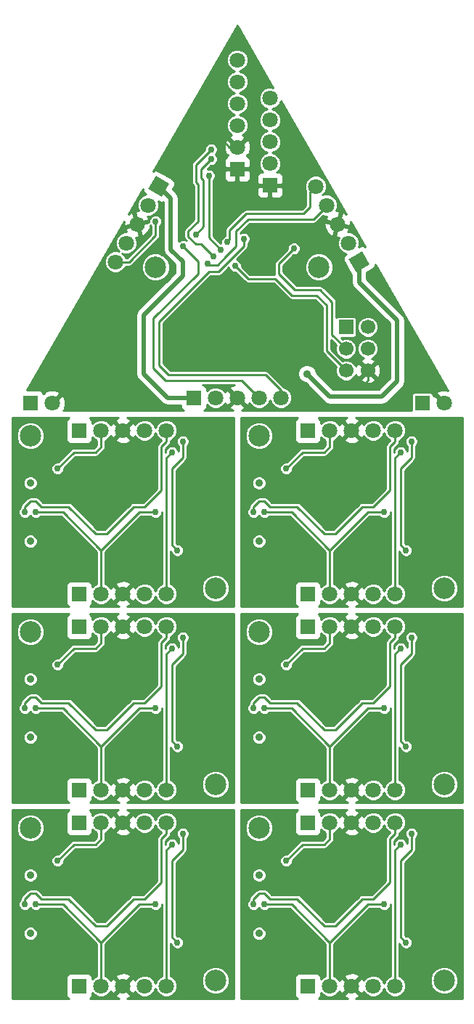
<source format=gbl>
%FSLAX34Y34*%
G04 Gerber Fmt 3.4, Leading zero omitted, Abs format*
G04 (created by PCBNEW (2014-02-03 BZR 4657)-product) date Wed 05 Mar 2014 09:35:52 PM CST*
%MOIN*%
G01*
G70*
G90*
G04 APERTURE LIST*
%ADD10C,0.006000*%
%ADD11C,0.098425*%
%ADD12C,0.035433*%
%ADD13R,0.070866X0.070866*%
%ADD14C,0.070866*%
%ADD15R,0.066929X0.066929*%
%ADD16C,0.066929*%
%ADD17C,0.030000*%
%ADD18C,0.035000*%
%ADD19C,0.010000*%
%ADD20C,0.020000*%
G04 APERTURE END LIST*
G54D10*
G54D11*
X30000Y-50000D03*
X38500Y-57000D03*
G54D12*
X30000Y-54838D03*
X30000Y-52161D03*
G54D13*
X32250Y-49750D03*
G54D14*
X33250Y-49750D03*
X34250Y-49750D03*
X36250Y-49750D03*
X35250Y-49750D03*
G54D13*
X32250Y-57250D03*
G54D14*
X33250Y-57250D03*
X34250Y-57250D03*
X36250Y-57250D03*
X35250Y-57250D03*
G54D13*
X42750Y-57250D03*
G54D14*
X43750Y-57250D03*
X44750Y-57250D03*
X46750Y-57250D03*
X45750Y-57250D03*
G54D13*
X42750Y-49750D03*
G54D14*
X43750Y-49750D03*
X44750Y-49750D03*
X46750Y-49750D03*
X45750Y-49750D03*
G54D12*
X40500Y-54838D03*
X40500Y-52161D03*
G54D11*
X49000Y-57000D03*
X40500Y-50000D03*
X30000Y-59000D03*
X38500Y-66000D03*
G54D12*
X30000Y-63838D03*
X30000Y-61161D03*
G54D13*
X32250Y-58750D03*
G54D14*
X33250Y-58750D03*
X34250Y-58750D03*
X36250Y-58750D03*
X35250Y-58750D03*
G54D13*
X32250Y-66250D03*
G54D14*
X33250Y-66250D03*
X34250Y-66250D03*
X36250Y-66250D03*
X35250Y-66250D03*
G54D13*
X42750Y-66250D03*
G54D14*
X43750Y-66250D03*
X44750Y-66250D03*
X46750Y-66250D03*
X45750Y-66250D03*
G54D13*
X42750Y-58750D03*
G54D14*
X43750Y-58750D03*
X44750Y-58750D03*
X46750Y-58750D03*
X45750Y-58750D03*
G54D12*
X40500Y-63838D03*
X40500Y-61161D03*
G54D11*
X49000Y-66000D03*
X40500Y-59000D03*
X40500Y-41000D03*
X49000Y-48000D03*
G54D12*
X40500Y-45838D03*
X40500Y-43161D03*
G54D13*
X42750Y-40750D03*
G54D14*
X43750Y-40750D03*
X44750Y-40750D03*
X46750Y-40750D03*
X45750Y-40750D03*
G54D13*
X42750Y-48250D03*
G54D14*
X43750Y-48250D03*
X44750Y-48250D03*
X46750Y-48250D03*
X45750Y-48250D03*
G54D13*
X48000Y-39500D03*
G54D14*
X49000Y-39500D03*
G54D13*
X32250Y-48250D03*
G54D14*
X33250Y-48250D03*
X34250Y-48250D03*
X36250Y-48250D03*
X35250Y-48250D03*
G54D13*
X30000Y-39500D03*
G54D14*
X31000Y-39500D03*
G54D15*
X44500Y-36000D03*
G54D16*
X45500Y-36000D03*
X44500Y-37000D03*
X45500Y-37000D03*
X44500Y-38000D03*
X45500Y-38000D03*
G54D13*
X39500Y-28750D03*
G54D14*
X39500Y-27750D03*
X39500Y-26750D03*
X39500Y-24750D03*
X39500Y-23750D03*
X39500Y-25750D03*
G54D13*
X37500Y-39250D03*
G54D14*
X38500Y-39250D03*
X39500Y-39250D03*
X41500Y-39250D03*
X40500Y-39250D03*
G54D10*
G36*
X35770Y-29063D02*
X36384Y-29418D01*
X36029Y-30031D01*
X35415Y-29677D01*
X35770Y-29063D01*
X35770Y-29063D01*
G37*
G54D14*
X35400Y-30413D03*
X34900Y-31280D03*
X33900Y-33012D03*
X34400Y-32146D03*
G54D10*
G36*
X45584Y-33141D02*
X44970Y-33496D01*
X44615Y-32882D01*
X45229Y-32528D01*
X45584Y-33141D01*
X45584Y-33141D01*
G37*
G54D14*
X44600Y-32146D03*
X44100Y-31280D03*
X43100Y-29547D03*
X43600Y-30413D03*
G54D13*
X32250Y-40750D03*
G54D14*
X33250Y-40750D03*
X34250Y-40750D03*
X36250Y-40750D03*
X35250Y-40750D03*
G54D12*
X30000Y-45838D03*
X30000Y-43161D03*
G54D13*
X41000Y-29500D03*
G54D14*
X41000Y-28500D03*
X41000Y-27500D03*
X41000Y-25500D03*
X41000Y-26500D03*
G54D11*
X35750Y-33250D03*
X43250Y-33250D03*
X38500Y-48000D03*
X30000Y-41000D03*
G54D17*
X39400Y-33200D03*
X38200Y-29050D03*
X38750Y-32450D03*
X42100Y-32400D03*
X37000Y-32300D03*
X38150Y-33100D03*
X30250Y-56250D03*
X40750Y-56250D03*
X30250Y-65250D03*
X40750Y-65250D03*
X40750Y-47250D03*
X30250Y-47250D03*
X36750Y-55250D03*
X37000Y-50250D03*
X47500Y-50250D03*
X47250Y-55250D03*
X36750Y-64250D03*
X37000Y-59250D03*
X47500Y-59250D03*
X47250Y-64250D03*
X47250Y-46250D03*
X47500Y-41250D03*
X37000Y-41250D03*
X36750Y-46250D03*
X36500Y-50750D03*
X47000Y-50750D03*
X36500Y-59750D03*
X47000Y-59750D03*
X47000Y-41750D03*
X36500Y-41750D03*
X29750Y-53500D03*
X40250Y-53500D03*
X29750Y-62500D03*
X40250Y-62500D03*
X40250Y-44500D03*
X29750Y-44500D03*
X39800Y-31950D03*
X35750Y-31150D03*
X39050Y-32100D03*
X38300Y-28300D03*
X37600Y-31750D03*
X38300Y-27850D03*
X38400Y-32750D03*
G54D18*
X42700Y-38150D03*
G54D17*
X30250Y-53500D03*
X35750Y-53500D03*
X46250Y-53500D03*
X40750Y-53500D03*
X30250Y-62500D03*
X35750Y-62500D03*
X46250Y-62500D03*
X40750Y-62500D03*
X40750Y-44500D03*
X46250Y-44500D03*
X35750Y-44500D03*
X30250Y-44500D03*
X31250Y-51500D03*
X41750Y-51500D03*
X31250Y-60500D03*
X41750Y-60500D03*
X41750Y-42500D03*
X31250Y-42500D03*
X37350Y-27300D03*
X43250Y-37800D03*
X37500Y-36000D03*
G54D19*
X43600Y-37100D02*
X44500Y-38000D01*
X43600Y-35000D02*
X43600Y-37100D01*
X43150Y-34550D02*
X43600Y-35000D01*
X42000Y-34550D02*
X43150Y-34550D01*
X41250Y-33800D02*
X42000Y-34550D01*
X40000Y-33800D02*
X41250Y-33800D01*
X39400Y-33200D02*
X40000Y-33800D01*
X38200Y-31900D02*
X38200Y-29050D01*
X38750Y-32450D02*
X38200Y-31900D01*
X43850Y-36350D02*
X44500Y-37000D01*
X43850Y-34850D02*
X43850Y-36350D01*
X43300Y-34300D02*
X43850Y-34850D01*
X42150Y-34300D02*
X43300Y-34300D01*
X41400Y-33550D02*
X42150Y-34300D01*
X41400Y-33100D02*
X41400Y-33550D01*
X42100Y-32400D02*
X41400Y-33100D01*
X39700Y-38450D02*
X40500Y-39250D01*
X36200Y-38450D02*
X39700Y-38450D01*
X35650Y-37900D02*
X36200Y-38450D01*
X35650Y-35600D02*
X35650Y-37900D01*
X37700Y-33550D02*
X35650Y-35600D01*
X37700Y-33000D02*
X37700Y-33550D01*
X37000Y-32300D02*
X37700Y-33000D01*
X38975Y-32775D02*
X39450Y-32300D01*
X39450Y-31600D02*
X40000Y-31050D01*
X39450Y-32300D02*
X39450Y-31600D01*
X43600Y-30413D02*
X43600Y-30450D01*
X43600Y-30450D02*
X43000Y-31050D01*
X43000Y-31050D02*
X40000Y-31050D01*
X38600Y-33150D02*
X38975Y-32775D01*
X38200Y-33150D02*
X38600Y-33150D01*
X38150Y-33100D02*
X38200Y-33150D01*
X36750Y-55250D02*
X36500Y-55000D01*
X36500Y-55000D02*
X36500Y-54250D01*
X36500Y-54250D02*
X36500Y-51500D01*
X36500Y-51500D02*
X37000Y-51000D01*
X37000Y-51000D02*
X37000Y-50250D01*
X47500Y-51000D02*
X47500Y-50250D01*
X47000Y-51500D02*
X47500Y-51000D01*
X47000Y-54250D02*
X47000Y-51500D01*
X47000Y-55000D02*
X47000Y-54250D01*
X47250Y-55250D02*
X47000Y-55000D01*
X36750Y-64250D02*
X36500Y-64000D01*
X36500Y-64000D02*
X36500Y-63250D01*
X36500Y-63250D02*
X36500Y-60500D01*
X36500Y-60500D02*
X37000Y-60000D01*
X37000Y-60000D02*
X37000Y-59250D01*
X47500Y-60000D02*
X47500Y-59250D01*
X47000Y-60500D02*
X47500Y-60000D01*
X47000Y-63250D02*
X47000Y-60500D01*
X47000Y-64000D02*
X47000Y-63250D01*
X47250Y-64250D02*
X47000Y-64000D01*
X47250Y-46250D02*
X47000Y-46000D01*
X47000Y-46000D02*
X47000Y-45250D01*
X47000Y-45250D02*
X47000Y-42500D01*
X47000Y-42500D02*
X47500Y-42000D01*
X47500Y-42000D02*
X47500Y-41250D01*
X37000Y-42000D02*
X37000Y-41250D01*
X36500Y-42500D02*
X37000Y-42000D01*
X36500Y-45250D02*
X36500Y-42500D01*
X36500Y-46000D02*
X36500Y-45250D01*
X36750Y-46250D02*
X36500Y-46000D01*
X36250Y-51000D02*
X36500Y-50750D01*
X36250Y-57250D02*
X36250Y-51000D01*
X46750Y-57250D02*
X46750Y-51000D01*
X46750Y-51000D02*
X47000Y-50750D01*
X36250Y-60000D02*
X36500Y-59750D01*
X36250Y-66250D02*
X36250Y-60000D01*
X46750Y-66250D02*
X46750Y-60000D01*
X46750Y-60000D02*
X47000Y-59750D01*
X46750Y-42000D02*
X47000Y-41750D01*
X46750Y-48250D02*
X46750Y-42000D01*
X36250Y-48250D02*
X36250Y-42000D01*
X36250Y-42000D02*
X36500Y-41750D01*
X36250Y-50250D02*
X36000Y-50500D01*
X36000Y-50500D02*
X36000Y-52500D01*
X36000Y-52500D02*
X35250Y-53250D01*
X35250Y-53250D02*
X34750Y-53250D01*
X34750Y-53250D02*
X33500Y-54500D01*
X33500Y-54500D02*
X33000Y-54500D01*
X33000Y-54500D02*
X31750Y-53250D01*
X31750Y-53250D02*
X30500Y-53250D01*
X30500Y-53250D02*
X30250Y-53000D01*
X30250Y-53000D02*
X30000Y-53000D01*
X30000Y-53000D02*
X29750Y-53250D01*
X29750Y-53250D02*
X29750Y-53500D01*
X36250Y-49750D02*
X36250Y-50250D01*
X46750Y-49750D02*
X46750Y-50250D01*
X40250Y-53250D02*
X40250Y-53500D01*
X40500Y-53000D02*
X40250Y-53250D01*
X40750Y-53000D02*
X40500Y-53000D01*
X41000Y-53250D02*
X40750Y-53000D01*
X42250Y-53250D02*
X41000Y-53250D01*
X43500Y-54500D02*
X42250Y-53250D01*
X44000Y-54500D02*
X43500Y-54500D01*
X45250Y-53250D02*
X44000Y-54500D01*
X45750Y-53250D02*
X45250Y-53250D01*
X46500Y-52500D02*
X45750Y-53250D01*
X46500Y-50500D02*
X46500Y-52500D01*
X46750Y-50250D02*
X46500Y-50500D01*
X36250Y-59250D02*
X36000Y-59500D01*
X36000Y-59500D02*
X36000Y-61500D01*
X36000Y-61500D02*
X35250Y-62250D01*
X35250Y-62250D02*
X34750Y-62250D01*
X34750Y-62250D02*
X33500Y-63500D01*
X33500Y-63500D02*
X33000Y-63500D01*
X33000Y-63500D02*
X31750Y-62250D01*
X31750Y-62250D02*
X30500Y-62250D01*
X30500Y-62250D02*
X30250Y-62000D01*
X30250Y-62000D02*
X30000Y-62000D01*
X30000Y-62000D02*
X29750Y-62250D01*
X29750Y-62250D02*
X29750Y-62500D01*
X36250Y-58750D02*
X36250Y-59250D01*
X46750Y-58750D02*
X46750Y-59250D01*
X40250Y-62250D02*
X40250Y-62500D01*
X40500Y-62000D02*
X40250Y-62250D01*
X40750Y-62000D02*
X40500Y-62000D01*
X41000Y-62250D02*
X40750Y-62000D01*
X42250Y-62250D02*
X41000Y-62250D01*
X43500Y-63500D02*
X42250Y-62250D01*
X44000Y-63500D02*
X43500Y-63500D01*
X45250Y-62250D02*
X44000Y-63500D01*
X45750Y-62250D02*
X45250Y-62250D01*
X46500Y-61500D02*
X45750Y-62250D01*
X46500Y-59500D02*
X46500Y-61500D01*
X46750Y-59250D02*
X46500Y-59500D01*
X46750Y-41250D02*
X46500Y-41500D01*
X46500Y-41500D02*
X46500Y-43500D01*
X46500Y-43500D02*
X45750Y-44250D01*
X45750Y-44250D02*
X45250Y-44250D01*
X45250Y-44250D02*
X44000Y-45500D01*
X44000Y-45500D02*
X43500Y-45500D01*
X43500Y-45500D02*
X42250Y-44250D01*
X42250Y-44250D02*
X41000Y-44250D01*
X41000Y-44250D02*
X40750Y-44000D01*
X40750Y-44000D02*
X40500Y-44000D01*
X40500Y-44000D02*
X40250Y-44250D01*
X40250Y-44250D02*
X40250Y-44500D01*
X46750Y-40750D02*
X46750Y-41250D01*
X36250Y-40750D02*
X36250Y-41250D01*
X29750Y-44250D02*
X29750Y-44500D01*
X30000Y-44000D02*
X29750Y-44250D01*
X30250Y-44000D02*
X30000Y-44000D01*
X30500Y-44250D02*
X30250Y-44000D01*
X31750Y-44250D02*
X30500Y-44250D01*
X33000Y-45500D02*
X31750Y-44250D01*
X33500Y-45500D02*
X33000Y-45500D01*
X34750Y-44250D02*
X33500Y-45500D01*
X35250Y-44250D02*
X34750Y-44250D01*
X36000Y-43500D02*
X35250Y-44250D01*
X36000Y-41500D02*
X36000Y-43500D01*
X36250Y-41250D02*
X36000Y-41500D01*
X41500Y-39250D02*
X41500Y-38900D01*
X39800Y-32300D02*
X39800Y-31950D01*
X38650Y-33450D02*
X39800Y-32300D01*
X38200Y-33450D02*
X38650Y-33450D01*
X35900Y-35750D02*
X38200Y-33450D01*
X35900Y-37750D02*
X35900Y-35750D01*
X36350Y-38200D02*
X35900Y-37750D01*
X40800Y-38200D02*
X36350Y-38200D01*
X41500Y-38900D02*
X40800Y-38200D01*
X33900Y-33012D02*
X34537Y-33012D01*
X35750Y-31800D02*
X35750Y-31150D01*
X34537Y-33012D02*
X35750Y-31800D01*
X42850Y-29797D02*
X43100Y-29547D01*
X42850Y-30500D02*
X42850Y-29797D01*
X42550Y-30800D02*
X42850Y-30500D01*
X39900Y-30800D02*
X42550Y-30800D01*
X39150Y-31550D02*
X39900Y-30800D01*
X39150Y-32000D02*
X39150Y-31550D01*
X39050Y-32100D02*
X39150Y-32000D01*
X37850Y-29050D02*
X37850Y-28750D01*
X37850Y-28750D02*
X38300Y-28300D01*
X37850Y-29150D02*
X37850Y-29050D01*
X37950Y-29250D02*
X37850Y-29150D01*
X37950Y-31400D02*
X37950Y-29250D01*
X37600Y-31750D02*
X37950Y-31400D01*
X37600Y-28550D02*
X37600Y-28850D01*
X38300Y-27850D02*
X37600Y-28550D01*
X37600Y-29350D02*
X37600Y-28850D01*
X37700Y-29450D02*
X37600Y-29350D01*
X37700Y-31150D02*
X37700Y-29450D01*
X37250Y-31600D02*
X37700Y-31150D01*
X37250Y-31850D02*
X37250Y-31600D01*
X37600Y-32200D02*
X37250Y-31850D01*
X37850Y-32200D02*
X37600Y-32200D01*
X38400Y-32750D02*
X37850Y-32200D01*
G54D20*
X45100Y-33950D02*
X45100Y-33012D01*
X46850Y-35700D02*
X45100Y-33950D01*
X46850Y-38500D02*
X46850Y-35700D01*
X46150Y-39200D02*
X46850Y-38500D01*
X43750Y-39200D02*
X46150Y-39200D01*
X42700Y-38150D02*
X43750Y-39200D01*
X37500Y-39250D02*
X36300Y-39250D01*
X36450Y-30097D02*
X35900Y-29547D01*
X36450Y-32450D02*
X36450Y-30097D01*
X37000Y-33000D02*
X36450Y-32450D01*
X37000Y-33650D02*
X37000Y-33000D01*
X35200Y-35450D02*
X37000Y-33650D01*
X35200Y-38150D02*
X35200Y-35450D01*
X36300Y-39250D02*
X35200Y-38150D01*
G54D19*
X30250Y-53500D02*
X31500Y-53500D01*
X31500Y-53500D02*
X33250Y-55250D01*
X33250Y-55250D02*
X33250Y-57250D01*
X35000Y-53500D02*
X35750Y-53500D01*
X33250Y-55250D02*
X35000Y-53500D01*
X43750Y-55250D02*
X45500Y-53500D01*
X45500Y-53500D02*
X46250Y-53500D01*
X43750Y-55250D02*
X43750Y-57250D01*
X42000Y-53500D02*
X43750Y-55250D01*
X40750Y-53500D02*
X42000Y-53500D01*
X30250Y-62500D02*
X31500Y-62500D01*
X31500Y-62500D02*
X33250Y-64250D01*
X33250Y-64250D02*
X33250Y-66250D01*
X35000Y-62500D02*
X35750Y-62500D01*
X33250Y-64250D02*
X35000Y-62500D01*
X43750Y-64250D02*
X45500Y-62500D01*
X45500Y-62500D02*
X46250Y-62500D01*
X43750Y-64250D02*
X43750Y-66250D01*
X42000Y-62500D02*
X43750Y-64250D01*
X40750Y-62500D02*
X42000Y-62500D01*
X40750Y-44500D02*
X42000Y-44500D01*
X42000Y-44500D02*
X43750Y-46250D01*
X43750Y-46250D02*
X43750Y-48250D01*
X45500Y-44500D02*
X46250Y-44500D01*
X43750Y-46250D02*
X45500Y-44500D01*
X33250Y-46250D02*
X35000Y-44500D01*
X35000Y-44500D02*
X35750Y-44500D01*
X33250Y-46250D02*
X33250Y-48250D01*
X31500Y-44500D02*
X33250Y-46250D01*
X30250Y-44500D02*
X31500Y-44500D01*
X33250Y-50500D02*
X33000Y-50750D01*
X33000Y-50750D02*
X32000Y-50750D01*
X32000Y-50750D02*
X31250Y-51500D01*
X33250Y-49750D02*
X33250Y-50500D01*
X43750Y-49750D02*
X43750Y-50500D01*
X42500Y-50750D02*
X41750Y-51500D01*
X43500Y-50750D02*
X42500Y-50750D01*
X43750Y-50500D02*
X43500Y-50750D01*
X33250Y-59500D02*
X33000Y-59750D01*
X33000Y-59750D02*
X32000Y-59750D01*
X32000Y-59750D02*
X31250Y-60500D01*
X33250Y-58750D02*
X33250Y-59500D01*
X43750Y-58750D02*
X43750Y-59500D01*
X42500Y-59750D02*
X41750Y-60500D01*
X43500Y-59750D02*
X42500Y-59750D01*
X43750Y-59500D02*
X43500Y-59750D01*
X43750Y-41500D02*
X43500Y-41750D01*
X43500Y-41750D02*
X42500Y-41750D01*
X42500Y-41750D02*
X41750Y-42500D01*
X43750Y-40750D02*
X43750Y-41500D01*
X33250Y-40750D02*
X33250Y-41500D01*
X32000Y-41750D02*
X31250Y-42500D01*
X33000Y-41750D02*
X32000Y-41750D01*
X33250Y-41500D02*
X33000Y-41750D01*
X39500Y-27750D02*
X39150Y-27750D01*
X38700Y-27300D02*
X37350Y-27300D01*
X39150Y-27750D02*
X38700Y-27300D01*
X45500Y-38000D02*
X45500Y-38450D01*
X44150Y-38700D02*
X43250Y-37800D01*
X45250Y-38700D02*
X44150Y-38700D01*
X45500Y-38450D02*
X45250Y-38700D01*
G54D10*
G36*
X37025Y-39825D02*
X31512Y-39825D01*
X31526Y-39820D01*
X31608Y-39594D01*
X31598Y-39354D01*
X31526Y-39179D01*
X31425Y-39145D01*
X31354Y-39216D01*
X31070Y-39500D01*
X31076Y-39505D01*
X31005Y-39576D01*
X31000Y-39570D01*
X30994Y-39576D01*
X30923Y-39505D01*
X30929Y-39500D01*
X30923Y-39494D01*
X30994Y-39423D01*
X31000Y-39429D01*
X31354Y-39074D01*
X31320Y-38973D01*
X31094Y-38891D01*
X30854Y-38901D01*
X30679Y-38973D01*
X30645Y-39074D01*
X30600Y-39029D01*
X30583Y-39046D01*
X30566Y-39004D01*
X30495Y-38933D01*
X30404Y-38895D01*
X30304Y-38895D01*
X29839Y-38895D01*
X34301Y-31160D01*
X34283Y-31294D01*
X34354Y-31374D01*
X34803Y-31254D01*
X34823Y-31274D01*
X34894Y-31203D01*
X34803Y-31112D01*
X34708Y-30760D01*
X34604Y-30739D01*
X34509Y-30818D01*
X34502Y-30812D01*
X35165Y-29662D01*
X35161Y-29694D01*
X35187Y-29790D01*
X35247Y-29869D01*
X35317Y-29909D01*
X35300Y-29909D01*
X35114Y-29986D01*
X34972Y-30127D01*
X34895Y-30313D01*
X34895Y-30513D01*
X34961Y-30674D01*
X34885Y-30663D01*
X34805Y-30734D01*
X34925Y-31183D01*
X34905Y-31203D01*
X34976Y-31274D01*
X35067Y-31183D01*
X35419Y-31088D01*
X35440Y-30984D01*
X35385Y-30918D01*
X35499Y-30918D01*
X35685Y-30841D01*
X35827Y-30700D01*
X35904Y-30514D01*
X35904Y-30314D01*
X35868Y-30227D01*
X35947Y-30273D01*
X36046Y-30286D01*
X36100Y-30271D01*
X36100Y-32450D01*
X36126Y-32583D01*
X36202Y-32697D01*
X36650Y-33144D01*
X36650Y-33505D01*
X36392Y-33762D01*
X36392Y-33122D01*
X36294Y-32886D01*
X36114Y-32705D01*
X36050Y-32679D01*
X36050Y-31090D01*
X36004Y-30980D01*
X35920Y-30895D01*
X35809Y-30850D01*
X35690Y-30849D01*
X35580Y-30895D01*
X35495Y-30979D01*
X35450Y-31090D01*
X35449Y-31190D01*
X35445Y-31185D01*
X34961Y-31315D01*
X35091Y-31799D01*
X35195Y-31820D01*
X35379Y-31666D01*
X35491Y-31453D01*
X35507Y-31331D01*
X35550Y-31374D01*
X35550Y-31717D01*
X34455Y-32812D01*
X34363Y-32812D01*
X34327Y-32726D01*
X34217Y-32616D01*
X34299Y-32650D01*
X34499Y-32650D01*
X34685Y-32573D01*
X34827Y-32432D01*
X34904Y-32246D01*
X34904Y-32046D01*
X34838Y-31885D01*
X34914Y-31896D01*
X34994Y-31825D01*
X34874Y-31376D01*
X34894Y-31356D01*
X34823Y-31285D01*
X34732Y-31376D01*
X34380Y-31471D01*
X34359Y-31575D01*
X34414Y-31641D01*
X34300Y-31641D01*
X34114Y-31718D01*
X33972Y-31859D01*
X33895Y-32045D01*
X33895Y-32245D01*
X33972Y-32431D01*
X34082Y-32541D01*
X34000Y-32507D01*
X33800Y-32507D01*
X33614Y-32584D01*
X33472Y-32725D01*
X33395Y-32911D01*
X33395Y-33111D01*
X33472Y-33297D01*
X33613Y-33439D01*
X33799Y-33516D01*
X33999Y-33516D01*
X34185Y-33439D01*
X34327Y-33298D01*
X34363Y-33212D01*
X34537Y-33212D01*
X34614Y-33196D01*
X34679Y-33153D01*
X35891Y-31941D01*
X35891Y-31941D01*
X35934Y-31876D01*
X35950Y-31800D01*
X35950Y-31374D01*
X36004Y-31320D01*
X36049Y-31209D01*
X36050Y-31090D01*
X36050Y-32679D01*
X35878Y-32607D01*
X35622Y-32607D01*
X35386Y-32705D01*
X35205Y-32885D01*
X35107Y-33121D01*
X35107Y-33377D01*
X35205Y-33613D01*
X35385Y-33794D01*
X35621Y-33892D01*
X35877Y-33892D01*
X36113Y-33794D01*
X36294Y-33614D01*
X36392Y-33378D01*
X36392Y-33122D01*
X36392Y-33762D01*
X34952Y-35202D01*
X34876Y-35316D01*
X34850Y-35450D01*
X34850Y-38150D01*
X34876Y-38283D01*
X34952Y-38397D01*
X36052Y-39497D01*
X36166Y-39573D01*
X36166Y-39573D01*
X36300Y-39600D01*
X36895Y-39600D01*
X36895Y-39654D01*
X36933Y-39745D01*
X37004Y-39816D01*
X37025Y-39825D01*
X37025Y-39825D01*
G37*
G54D19*
X37025Y-39825D02*
X31512Y-39825D01*
X31526Y-39820D01*
X31608Y-39594D01*
X31598Y-39354D01*
X31526Y-39179D01*
X31425Y-39145D01*
X31354Y-39216D01*
X31070Y-39500D01*
X31076Y-39505D01*
X31005Y-39576D01*
X31000Y-39570D01*
X30994Y-39576D01*
X30923Y-39505D01*
X30929Y-39500D01*
X30923Y-39494D01*
X30994Y-39423D01*
X31000Y-39429D01*
X31354Y-39074D01*
X31320Y-38973D01*
X31094Y-38891D01*
X30854Y-38901D01*
X30679Y-38973D01*
X30645Y-39074D01*
X30600Y-39029D01*
X30583Y-39046D01*
X30566Y-39004D01*
X30495Y-38933D01*
X30404Y-38895D01*
X30304Y-38895D01*
X29839Y-38895D01*
X34301Y-31160D01*
X34283Y-31294D01*
X34354Y-31374D01*
X34803Y-31254D01*
X34823Y-31274D01*
X34894Y-31203D01*
X34803Y-31112D01*
X34708Y-30760D01*
X34604Y-30739D01*
X34509Y-30818D01*
X34502Y-30812D01*
X35165Y-29662D01*
X35161Y-29694D01*
X35187Y-29790D01*
X35247Y-29869D01*
X35317Y-29909D01*
X35300Y-29909D01*
X35114Y-29986D01*
X34972Y-30127D01*
X34895Y-30313D01*
X34895Y-30513D01*
X34961Y-30674D01*
X34885Y-30663D01*
X34805Y-30734D01*
X34925Y-31183D01*
X34905Y-31203D01*
X34976Y-31274D01*
X35067Y-31183D01*
X35419Y-31088D01*
X35440Y-30984D01*
X35385Y-30918D01*
X35499Y-30918D01*
X35685Y-30841D01*
X35827Y-30700D01*
X35904Y-30514D01*
X35904Y-30314D01*
X35868Y-30227D01*
X35947Y-30273D01*
X36046Y-30286D01*
X36100Y-30271D01*
X36100Y-32450D01*
X36126Y-32583D01*
X36202Y-32697D01*
X36650Y-33144D01*
X36650Y-33505D01*
X36392Y-33762D01*
X36392Y-33122D01*
X36294Y-32886D01*
X36114Y-32705D01*
X36050Y-32679D01*
X36050Y-31090D01*
X36004Y-30980D01*
X35920Y-30895D01*
X35809Y-30850D01*
X35690Y-30849D01*
X35580Y-30895D01*
X35495Y-30979D01*
X35450Y-31090D01*
X35449Y-31190D01*
X35445Y-31185D01*
X34961Y-31315D01*
X35091Y-31799D01*
X35195Y-31820D01*
X35379Y-31666D01*
X35491Y-31453D01*
X35507Y-31331D01*
X35550Y-31374D01*
X35550Y-31717D01*
X34455Y-32812D01*
X34363Y-32812D01*
X34327Y-32726D01*
X34217Y-32616D01*
X34299Y-32650D01*
X34499Y-32650D01*
X34685Y-32573D01*
X34827Y-32432D01*
X34904Y-32246D01*
X34904Y-32046D01*
X34838Y-31885D01*
X34914Y-31896D01*
X34994Y-31825D01*
X34874Y-31376D01*
X34894Y-31356D01*
X34823Y-31285D01*
X34732Y-31376D01*
X34380Y-31471D01*
X34359Y-31575D01*
X34414Y-31641D01*
X34300Y-31641D01*
X34114Y-31718D01*
X33972Y-31859D01*
X33895Y-32045D01*
X33895Y-32245D01*
X33972Y-32431D01*
X34082Y-32541D01*
X34000Y-32507D01*
X33800Y-32507D01*
X33614Y-32584D01*
X33472Y-32725D01*
X33395Y-32911D01*
X33395Y-33111D01*
X33472Y-33297D01*
X33613Y-33439D01*
X33799Y-33516D01*
X33999Y-33516D01*
X34185Y-33439D01*
X34327Y-33298D01*
X34363Y-33212D01*
X34537Y-33212D01*
X34614Y-33196D01*
X34679Y-33153D01*
X35891Y-31941D01*
X35891Y-31941D01*
X35934Y-31876D01*
X35950Y-31800D01*
X35950Y-31374D01*
X36004Y-31320D01*
X36049Y-31209D01*
X36050Y-31090D01*
X36050Y-32679D01*
X35878Y-32607D01*
X35622Y-32607D01*
X35386Y-32705D01*
X35205Y-32885D01*
X35107Y-33121D01*
X35107Y-33377D01*
X35205Y-33613D01*
X35385Y-33794D01*
X35621Y-33892D01*
X35877Y-33892D01*
X36113Y-33794D01*
X36294Y-33614D01*
X36392Y-33378D01*
X36392Y-33122D01*
X36392Y-33762D01*
X34952Y-35202D01*
X34876Y-35316D01*
X34850Y-35450D01*
X34850Y-38150D01*
X34876Y-38283D01*
X34952Y-38397D01*
X36052Y-39497D01*
X36166Y-39573D01*
X36166Y-39573D01*
X36300Y-39600D01*
X36895Y-39600D01*
X36895Y-39654D01*
X36933Y-39745D01*
X37004Y-39816D01*
X37025Y-39825D01*
G54D10*
G36*
X49175Y-38920D02*
X49094Y-38891D01*
X48854Y-38901D01*
X48679Y-38973D01*
X48645Y-39074D01*
X49000Y-39429D01*
X49005Y-39423D01*
X49076Y-39494D01*
X49070Y-39500D01*
X49076Y-39505D01*
X49005Y-39576D01*
X49000Y-39570D01*
X48994Y-39576D01*
X48923Y-39505D01*
X48929Y-39500D01*
X48574Y-39145D01*
X48504Y-39169D01*
X48504Y-39115D01*
X48481Y-39060D01*
X48439Y-39018D01*
X48384Y-38995D01*
X48324Y-38995D01*
X47615Y-38995D01*
X47560Y-39018D01*
X47518Y-39060D01*
X47495Y-39115D01*
X47495Y-39175D01*
X47495Y-39825D01*
X39702Y-39825D01*
X39820Y-39776D01*
X39854Y-39675D01*
X39500Y-39320D01*
X39145Y-39675D01*
X39179Y-39776D01*
X39312Y-39825D01*
X37974Y-39825D01*
X37995Y-39816D01*
X38066Y-39745D01*
X38104Y-39654D01*
X38104Y-39567D01*
X38213Y-39677D01*
X38399Y-39754D01*
X38599Y-39754D01*
X38785Y-39677D01*
X38927Y-39536D01*
X38943Y-39497D01*
X38973Y-39570D01*
X39074Y-39604D01*
X39429Y-39250D01*
X39074Y-38895D01*
X38973Y-38929D01*
X38945Y-39007D01*
X38927Y-38964D01*
X38786Y-38822D01*
X38600Y-38745D01*
X38400Y-38745D01*
X38214Y-38822D01*
X38104Y-38932D01*
X38104Y-38845D01*
X38066Y-38754D01*
X37995Y-38683D01*
X37914Y-38650D01*
X39384Y-38650D01*
X39354Y-38651D01*
X39179Y-38723D01*
X39145Y-38824D01*
X39500Y-39179D01*
X39505Y-39173D01*
X39576Y-39244D01*
X39570Y-39250D01*
X39925Y-39604D01*
X40026Y-39570D01*
X40054Y-39492D01*
X40072Y-39535D01*
X40213Y-39677D01*
X40399Y-39754D01*
X40599Y-39754D01*
X40785Y-39677D01*
X40927Y-39536D01*
X41000Y-39360D01*
X41072Y-39535D01*
X41213Y-39677D01*
X41399Y-39754D01*
X41599Y-39754D01*
X41785Y-39677D01*
X41927Y-39536D01*
X42004Y-39350D01*
X42004Y-39150D01*
X41927Y-38964D01*
X41786Y-38822D01*
X41645Y-38764D01*
X41641Y-38758D01*
X40941Y-38058D01*
X40876Y-38015D01*
X40800Y-38000D01*
X36432Y-38000D01*
X36100Y-37667D01*
X36100Y-35832D01*
X38282Y-33650D01*
X38650Y-33650D01*
X38726Y-33634D01*
X38791Y-33591D01*
X39106Y-33276D01*
X39145Y-33369D01*
X39229Y-33454D01*
X39340Y-33499D01*
X39417Y-33500D01*
X39858Y-33941D01*
X39858Y-33941D01*
X39901Y-33970D01*
X39923Y-33984D01*
X39923Y-33984D01*
X40000Y-34000D01*
X41167Y-34000D01*
X41858Y-34691D01*
X41923Y-34734D01*
X42000Y-34750D01*
X43067Y-34750D01*
X43400Y-35082D01*
X43400Y-37100D01*
X43415Y-37176D01*
X43458Y-37241D01*
X44046Y-37829D01*
X44015Y-37903D01*
X44015Y-38095D01*
X44088Y-38274D01*
X44225Y-38410D01*
X44403Y-38484D01*
X44595Y-38484D01*
X44774Y-38411D01*
X44910Y-38274D01*
X44943Y-38196D01*
X44990Y-38308D01*
X45088Y-38340D01*
X45429Y-38000D01*
X45088Y-37659D01*
X44990Y-37691D01*
X44946Y-37811D01*
X44911Y-37725D01*
X44774Y-37589D01*
X44596Y-37515D01*
X44404Y-37515D01*
X44329Y-37546D01*
X43800Y-37017D01*
X43800Y-36582D01*
X44046Y-36829D01*
X44015Y-36903D01*
X44015Y-37095D01*
X44088Y-37274D01*
X44225Y-37410D01*
X44403Y-37484D01*
X44595Y-37484D01*
X44774Y-37411D01*
X44910Y-37274D01*
X44984Y-37096D01*
X44984Y-36904D01*
X44911Y-36725D01*
X44774Y-36589D01*
X44596Y-36515D01*
X44404Y-36515D01*
X44329Y-36546D01*
X44267Y-36484D01*
X44864Y-36484D01*
X44919Y-36461D01*
X44961Y-36419D01*
X44984Y-36364D01*
X44984Y-36304D01*
X44984Y-35635D01*
X44961Y-35580D01*
X44919Y-35538D01*
X44864Y-35515D01*
X44804Y-35515D01*
X44135Y-35515D01*
X44080Y-35538D01*
X44050Y-35568D01*
X44050Y-34850D01*
X44037Y-34786D01*
X44034Y-34773D01*
X44034Y-34773D01*
X43991Y-34708D01*
X43892Y-34609D01*
X43892Y-33122D01*
X43794Y-32886D01*
X43614Y-32705D01*
X43378Y-32607D01*
X43122Y-32607D01*
X42886Y-32705D01*
X42705Y-32885D01*
X42607Y-33121D01*
X42607Y-33377D01*
X42705Y-33613D01*
X42885Y-33794D01*
X43121Y-33892D01*
X43377Y-33892D01*
X43613Y-33794D01*
X43794Y-33614D01*
X43892Y-33378D01*
X43892Y-33122D01*
X43892Y-34609D01*
X43441Y-34158D01*
X43376Y-34115D01*
X43300Y-34100D01*
X42232Y-34100D01*
X41600Y-33467D01*
X41600Y-33182D01*
X42082Y-32699D01*
X42159Y-32700D01*
X42269Y-32654D01*
X42354Y-32570D01*
X42399Y-32459D01*
X42400Y-32340D01*
X42354Y-32230D01*
X42270Y-32145D01*
X42159Y-32100D01*
X42040Y-32099D01*
X41930Y-32145D01*
X41845Y-32229D01*
X41800Y-32340D01*
X41799Y-32417D01*
X41258Y-32958D01*
X41215Y-33023D01*
X41200Y-33100D01*
X41200Y-33550D01*
X41209Y-33600D01*
X40082Y-33600D01*
X39699Y-33217D01*
X39700Y-33140D01*
X39654Y-33030D01*
X39570Y-32945D01*
X39476Y-32906D01*
X39941Y-32441D01*
X39984Y-32376D01*
X40000Y-32300D01*
X40000Y-32174D01*
X40054Y-32120D01*
X40099Y-32009D01*
X40100Y-31890D01*
X40054Y-31780D01*
X39970Y-31695D01*
X39859Y-31650D01*
X39740Y-31649D01*
X39650Y-31687D01*
X39650Y-31682D01*
X40082Y-31250D01*
X43000Y-31250D01*
X43076Y-31234D01*
X43141Y-31191D01*
X43439Y-30893D01*
X43499Y-30918D01*
X43610Y-30918D01*
X43559Y-30984D01*
X43580Y-31088D01*
X43932Y-31183D01*
X44023Y-31274D01*
X44094Y-31203D01*
X44074Y-31183D01*
X44194Y-30734D01*
X44114Y-30663D01*
X44036Y-30677D01*
X44104Y-30514D01*
X44104Y-30314D01*
X44027Y-30128D01*
X43886Y-29986D01*
X43700Y-29909D01*
X43500Y-29909D01*
X43417Y-29943D01*
X43527Y-29834D01*
X43604Y-29648D01*
X43604Y-29448D01*
X43527Y-29262D01*
X43386Y-29120D01*
X43200Y-29043D01*
X43000Y-29043D01*
X42814Y-29120D01*
X42672Y-29261D01*
X42595Y-29447D01*
X42595Y-29647D01*
X42652Y-29785D01*
X42650Y-29797D01*
X42650Y-30417D01*
X42467Y-30600D01*
X41604Y-30600D01*
X41604Y-29904D01*
X41604Y-29612D01*
X41541Y-29550D01*
X41050Y-29550D01*
X41050Y-30041D01*
X41112Y-30104D01*
X41304Y-30104D01*
X41404Y-30104D01*
X41495Y-30066D01*
X41566Y-29995D01*
X41604Y-29904D01*
X41604Y-30600D01*
X40950Y-30600D01*
X40950Y-30041D01*
X40950Y-29550D01*
X40458Y-29550D01*
X40395Y-29612D01*
X40395Y-29904D01*
X40433Y-29995D01*
X40504Y-30066D01*
X40595Y-30104D01*
X40695Y-30104D01*
X40887Y-30104D01*
X40950Y-30041D01*
X40950Y-30600D01*
X40108Y-30600D01*
X40108Y-27844D01*
X40098Y-27604D01*
X40026Y-27429D01*
X40004Y-27422D01*
X40004Y-26650D01*
X39927Y-26464D01*
X39786Y-26322D01*
X39610Y-26249D01*
X39785Y-26177D01*
X39927Y-26036D01*
X40004Y-25850D01*
X40004Y-25650D01*
X39927Y-25464D01*
X39786Y-25322D01*
X39610Y-25249D01*
X39785Y-25177D01*
X39927Y-25036D01*
X40004Y-24850D01*
X40004Y-24650D01*
X39927Y-24464D01*
X39786Y-24322D01*
X39610Y-24249D01*
X39785Y-24177D01*
X39927Y-24036D01*
X40004Y-23850D01*
X40004Y-23650D01*
X39927Y-23464D01*
X39786Y-23322D01*
X39600Y-23245D01*
X39400Y-23245D01*
X39214Y-23322D01*
X39072Y-23463D01*
X38995Y-23649D01*
X38995Y-23849D01*
X39072Y-24035D01*
X39213Y-24177D01*
X39389Y-24250D01*
X39214Y-24322D01*
X39072Y-24463D01*
X38995Y-24649D01*
X38995Y-24849D01*
X39072Y-25035D01*
X39213Y-25177D01*
X39389Y-25250D01*
X39214Y-25322D01*
X39072Y-25463D01*
X38995Y-25649D01*
X38995Y-25849D01*
X39072Y-26035D01*
X39213Y-26177D01*
X39389Y-26250D01*
X39214Y-26322D01*
X39072Y-26463D01*
X38995Y-26649D01*
X38995Y-26849D01*
X39072Y-27035D01*
X39213Y-27177D01*
X39252Y-27193D01*
X39179Y-27223D01*
X39145Y-27324D01*
X39500Y-27679D01*
X39854Y-27324D01*
X39820Y-27223D01*
X39742Y-27195D01*
X39785Y-27177D01*
X39927Y-27036D01*
X40004Y-26850D01*
X40004Y-26650D01*
X40004Y-27422D01*
X39925Y-27395D01*
X39570Y-27750D01*
X39576Y-27755D01*
X39505Y-27826D01*
X39500Y-27820D01*
X39494Y-27826D01*
X39429Y-27761D01*
X39423Y-27755D01*
X39429Y-27750D01*
X39074Y-27395D01*
X38973Y-27429D01*
X38891Y-27655D01*
X38901Y-27895D01*
X38973Y-28070D01*
X39074Y-28104D01*
X39029Y-28149D01*
X39046Y-28166D01*
X39004Y-28183D01*
X38933Y-28254D01*
X38895Y-28345D01*
X38895Y-28637D01*
X38958Y-28700D01*
X39450Y-28700D01*
X39450Y-28692D01*
X39550Y-28692D01*
X39550Y-28700D01*
X40041Y-28700D01*
X40104Y-28637D01*
X40104Y-28345D01*
X40066Y-28254D01*
X39995Y-28183D01*
X39953Y-28166D01*
X39970Y-28149D01*
X39925Y-28104D01*
X40026Y-28070D01*
X40108Y-27844D01*
X40108Y-30600D01*
X40104Y-30600D01*
X40104Y-29154D01*
X40104Y-28862D01*
X40041Y-28800D01*
X39550Y-28800D01*
X39550Y-29291D01*
X39612Y-29354D01*
X39804Y-29354D01*
X39904Y-29354D01*
X39995Y-29316D01*
X40066Y-29245D01*
X40104Y-29154D01*
X40104Y-30600D01*
X39900Y-30600D01*
X39823Y-30615D01*
X39758Y-30658D01*
X39450Y-30967D01*
X39450Y-29291D01*
X39450Y-28800D01*
X38958Y-28800D01*
X38895Y-28862D01*
X38895Y-29154D01*
X38933Y-29245D01*
X39004Y-29316D01*
X39095Y-29354D01*
X39195Y-29354D01*
X39387Y-29354D01*
X39450Y-29291D01*
X39450Y-30967D01*
X39008Y-31408D01*
X38965Y-31473D01*
X38950Y-31550D01*
X38950Y-31816D01*
X38880Y-31845D01*
X38795Y-31929D01*
X38750Y-32040D01*
X38749Y-32149D01*
X38732Y-32149D01*
X38400Y-31817D01*
X38400Y-29274D01*
X38454Y-29220D01*
X38499Y-29109D01*
X38500Y-28990D01*
X38454Y-28880D01*
X38370Y-28795D01*
X38259Y-28750D01*
X38140Y-28749D01*
X38127Y-28755D01*
X38282Y-28599D01*
X38359Y-28600D01*
X38469Y-28554D01*
X38554Y-28470D01*
X38599Y-28359D01*
X38600Y-28240D01*
X38554Y-28130D01*
X38499Y-28074D01*
X38554Y-28020D01*
X38599Y-27909D01*
X38600Y-27790D01*
X38554Y-27680D01*
X38470Y-27595D01*
X38359Y-27550D01*
X38240Y-27549D01*
X38130Y-27595D01*
X38045Y-27679D01*
X38000Y-27790D01*
X37999Y-27867D01*
X37458Y-28408D01*
X37415Y-28473D01*
X37400Y-28550D01*
X37400Y-28850D01*
X37400Y-29350D01*
X37415Y-29426D01*
X37458Y-29491D01*
X37500Y-29532D01*
X37500Y-31067D01*
X37108Y-31458D01*
X37065Y-31523D01*
X37050Y-31600D01*
X37050Y-31850D01*
X37065Y-31926D01*
X37108Y-31991D01*
X37157Y-32040D01*
X37059Y-32000D01*
X36940Y-31999D01*
X36830Y-32045D01*
X36800Y-32075D01*
X36800Y-30097D01*
X36773Y-29964D01*
X36697Y-29850D01*
X36523Y-29676D01*
X36625Y-29500D01*
X36638Y-29401D01*
X36612Y-29305D01*
X36552Y-29226D01*
X36465Y-29176D01*
X35852Y-28822D01*
X35753Y-28809D01*
X35657Y-28835D01*
X35631Y-28855D01*
X39499Y-22150D01*
X41154Y-25018D01*
X41100Y-24995D01*
X40900Y-24995D01*
X40714Y-25072D01*
X40572Y-25213D01*
X40495Y-25399D01*
X40495Y-25599D01*
X40572Y-25785D01*
X40713Y-25927D01*
X40889Y-26000D01*
X40714Y-26072D01*
X40572Y-26213D01*
X40495Y-26399D01*
X40495Y-26599D01*
X40572Y-26785D01*
X40713Y-26927D01*
X40889Y-27000D01*
X40714Y-27072D01*
X40572Y-27213D01*
X40495Y-27399D01*
X40495Y-27599D01*
X40572Y-27785D01*
X40713Y-27927D01*
X40889Y-28000D01*
X40714Y-28072D01*
X40572Y-28213D01*
X40495Y-28399D01*
X40495Y-28599D01*
X40572Y-28785D01*
X40682Y-28895D01*
X40595Y-28895D01*
X40504Y-28933D01*
X40433Y-29004D01*
X40395Y-29095D01*
X40395Y-29387D01*
X40458Y-29450D01*
X40950Y-29450D01*
X40950Y-29442D01*
X41050Y-29442D01*
X41050Y-29450D01*
X41541Y-29450D01*
X41604Y-29387D01*
X41604Y-29095D01*
X41566Y-29004D01*
X41495Y-28933D01*
X41404Y-28895D01*
X41317Y-28895D01*
X41427Y-28786D01*
X41504Y-28600D01*
X41504Y-28400D01*
X41427Y-28214D01*
X41286Y-28072D01*
X41110Y-27999D01*
X41285Y-27927D01*
X41427Y-27786D01*
X41504Y-27600D01*
X41504Y-27400D01*
X41427Y-27214D01*
X41286Y-27072D01*
X41110Y-26999D01*
X41285Y-26927D01*
X41427Y-26786D01*
X41504Y-26600D01*
X41504Y-26400D01*
X41427Y-26214D01*
X41286Y-26072D01*
X41110Y-25999D01*
X41285Y-25927D01*
X41427Y-25786D01*
X41498Y-25614D01*
X44497Y-30812D01*
X44494Y-30815D01*
X44395Y-30739D01*
X44291Y-30760D01*
X44196Y-31112D01*
X44105Y-31203D01*
X44176Y-31274D01*
X44196Y-31254D01*
X44645Y-31374D01*
X44716Y-31294D01*
X44690Y-31146D01*
X45365Y-32317D01*
X45342Y-32299D01*
X45246Y-32273D01*
X45147Y-32286D01*
X45068Y-32332D01*
X45104Y-32246D01*
X45104Y-32046D01*
X45027Y-31860D01*
X44886Y-31718D01*
X44700Y-31641D01*
X44589Y-31641D01*
X44640Y-31575D01*
X44619Y-31471D01*
X44267Y-31376D01*
X44176Y-31285D01*
X44105Y-31356D01*
X44125Y-31376D01*
X44038Y-31701D01*
X44038Y-31315D01*
X43554Y-31185D01*
X43483Y-31265D01*
X43525Y-31502D01*
X43654Y-31705D01*
X43804Y-31820D01*
X43908Y-31799D01*
X44038Y-31315D01*
X44038Y-31701D01*
X44005Y-31825D01*
X44085Y-31896D01*
X44163Y-31882D01*
X44095Y-32045D01*
X44095Y-32245D01*
X44172Y-32431D01*
X44313Y-32573D01*
X44499Y-32650D01*
X44517Y-32650D01*
X44447Y-32690D01*
X44387Y-32769D01*
X44361Y-32865D01*
X44374Y-32964D01*
X44424Y-33050D01*
X44750Y-33614D01*
X44750Y-33950D01*
X44776Y-34083D01*
X44852Y-34197D01*
X46500Y-35844D01*
X46500Y-38355D01*
X46089Y-38765D01*
X46089Y-38090D01*
X46078Y-37857D01*
X46009Y-37691D01*
X45984Y-37683D01*
X45984Y-36904D01*
X45984Y-35904D01*
X45911Y-35725D01*
X45774Y-35589D01*
X45596Y-35515D01*
X45404Y-35515D01*
X45225Y-35588D01*
X45089Y-35725D01*
X45015Y-35903D01*
X45015Y-36095D01*
X45088Y-36274D01*
X45225Y-36410D01*
X45403Y-36484D01*
X45595Y-36484D01*
X45774Y-36411D01*
X45910Y-36274D01*
X45984Y-36096D01*
X45984Y-35904D01*
X45984Y-36904D01*
X45911Y-36725D01*
X45774Y-36589D01*
X45596Y-36515D01*
X45404Y-36515D01*
X45225Y-36588D01*
X45089Y-36725D01*
X45015Y-36903D01*
X45015Y-37095D01*
X45088Y-37274D01*
X45225Y-37410D01*
X45303Y-37443D01*
X45191Y-37490D01*
X45159Y-37588D01*
X45500Y-37929D01*
X45840Y-37588D01*
X45808Y-37490D01*
X45688Y-37446D01*
X45774Y-37411D01*
X45910Y-37274D01*
X45984Y-37096D01*
X45984Y-36904D01*
X45984Y-37683D01*
X45911Y-37659D01*
X45570Y-38000D01*
X45911Y-38340D01*
X46009Y-38308D01*
X46089Y-38090D01*
X46089Y-38765D01*
X46005Y-38850D01*
X45840Y-38850D01*
X45840Y-38411D01*
X45500Y-38070D01*
X45159Y-38411D01*
X45191Y-38509D01*
X45409Y-38589D01*
X45642Y-38578D01*
X45808Y-38509D01*
X45840Y-38411D01*
X45840Y-38850D01*
X43894Y-38850D01*
X43125Y-38080D01*
X43125Y-38065D01*
X43060Y-37909D01*
X42941Y-37789D01*
X42784Y-37725D01*
X42615Y-37724D01*
X42459Y-37789D01*
X42339Y-37908D01*
X42275Y-38065D01*
X42274Y-38234D01*
X42339Y-38390D01*
X42458Y-38510D01*
X42615Y-38574D01*
X42629Y-38574D01*
X43502Y-39447D01*
X43616Y-39523D01*
X43616Y-39523D01*
X43750Y-39550D01*
X46150Y-39550D01*
X46283Y-39523D01*
X46283Y-39523D01*
X46397Y-39447D01*
X47097Y-38747D01*
X47173Y-38633D01*
X47173Y-38633D01*
X47200Y-38500D01*
X47200Y-35700D01*
X47173Y-35566D01*
X47097Y-35452D01*
X45450Y-33805D01*
X45450Y-33507D01*
X45752Y-33333D01*
X45812Y-33254D01*
X45838Y-33158D01*
X45834Y-33130D01*
X49175Y-38920D01*
X49175Y-38920D01*
G37*
G54D19*
X49175Y-38920D02*
X49094Y-38891D01*
X48854Y-38901D01*
X48679Y-38973D01*
X48645Y-39074D01*
X49000Y-39429D01*
X49005Y-39423D01*
X49076Y-39494D01*
X49070Y-39500D01*
X49076Y-39505D01*
X49005Y-39576D01*
X49000Y-39570D01*
X48994Y-39576D01*
X48923Y-39505D01*
X48929Y-39500D01*
X48574Y-39145D01*
X48504Y-39169D01*
X48504Y-39115D01*
X48481Y-39060D01*
X48439Y-39018D01*
X48384Y-38995D01*
X48324Y-38995D01*
X47615Y-38995D01*
X47560Y-39018D01*
X47518Y-39060D01*
X47495Y-39115D01*
X47495Y-39175D01*
X47495Y-39825D01*
X39702Y-39825D01*
X39820Y-39776D01*
X39854Y-39675D01*
X39500Y-39320D01*
X39145Y-39675D01*
X39179Y-39776D01*
X39312Y-39825D01*
X37974Y-39825D01*
X37995Y-39816D01*
X38066Y-39745D01*
X38104Y-39654D01*
X38104Y-39567D01*
X38213Y-39677D01*
X38399Y-39754D01*
X38599Y-39754D01*
X38785Y-39677D01*
X38927Y-39536D01*
X38943Y-39497D01*
X38973Y-39570D01*
X39074Y-39604D01*
X39429Y-39250D01*
X39074Y-38895D01*
X38973Y-38929D01*
X38945Y-39007D01*
X38927Y-38964D01*
X38786Y-38822D01*
X38600Y-38745D01*
X38400Y-38745D01*
X38214Y-38822D01*
X38104Y-38932D01*
X38104Y-38845D01*
X38066Y-38754D01*
X37995Y-38683D01*
X37914Y-38650D01*
X39384Y-38650D01*
X39354Y-38651D01*
X39179Y-38723D01*
X39145Y-38824D01*
X39500Y-39179D01*
X39505Y-39173D01*
X39576Y-39244D01*
X39570Y-39250D01*
X39925Y-39604D01*
X40026Y-39570D01*
X40054Y-39492D01*
X40072Y-39535D01*
X40213Y-39677D01*
X40399Y-39754D01*
X40599Y-39754D01*
X40785Y-39677D01*
X40927Y-39536D01*
X41000Y-39360D01*
X41072Y-39535D01*
X41213Y-39677D01*
X41399Y-39754D01*
X41599Y-39754D01*
X41785Y-39677D01*
X41927Y-39536D01*
X42004Y-39350D01*
X42004Y-39150D01*
X41927Y-38964D01*
X41786Y-38822D01*
X41645Y-38764D01*
X41641Y-38758D01*
X40941Y-38058D01*
X40876Y-38015D01*
X40800Y-38000D01*
X36432Y-38000D01*
X36100Y-37667D01*
X36100Y-35832D01*
X38282Y-33650D01*
X38650Y-33650D01*
X38726Y-33634D01*
X38791Y-33591D01*
X39106Y-33276D01*
X39145Y-33369D01*
X39229Y-33454D01*
X39340Y-33499D01*
X39417Y-33500D01*
X39858Y-33941D01*
X39858Y-33941D01*
X39901Y-33970D01*
X39923Y-33984D01*
X39923Y-33984D01*
X40000Y-34000D01*
X41167Y-34000D01*
X41858Y-34691D01*
X41923Y-34734D01*
X42000Y-34750D01*
X43067Y-34750D01*
X43400Y-35082D01*
X43400Y-37100D01*
X43415Y-37176D01*
X43458Y-37241D01*
X44046Y-37829D01*
X44015Y-37903D01*
X44015Y-38095D01*
X44088Y-38274D01*
X44225Y-38410D01*
X44403Y-38484D01*
X44595Y-38484D01*
X44774Y-38411D01*
X44910Y-38274D01*
X44943Y-38196D01*
X44990Y-38308D01*
X45088Y-38340D01*
X45429Y-38000D01*
X45088Y-37659D01*
X44990Y-37691D01*
X44946Y-37811D01*
X44911Y-37725D01*
X44774Y-37589D01*
X44596Y-37515D01*
X44404Y-37515D01*
X44329Y-37546D01*
X43800Y-37017D01*
X43800Y-36582D01*
X44046Y-36829D01*
X44015Y-36903D01*
X44015Y-37095D01*
X44088Y-37274D01*
X44225Y-37410D01*
X44403Y-37484D01*
X44595Y-37484D01*
X44774Y-37411D01*
X44910Y-37274D01*
X44984Y-37096D01*
X44984Y-36904D01*
X44911Y-36725D01*
X44774Y-36589D01*
X44596Y-36515D01*
X44404Y-36515D01*
X44329Y-36546D01*
X44267Y-36484D01*
X44864Y-36484D01*
X44919Y-36461D01*
X44961Y-36419D01*
X44984Y-36364D01*
X44984Y-36304D01*
X44984Y-35635D01*
X44961Y-35580D01*
X44919Y-35538D01*
X44864Y-35515D01*
X44804Y-35515D01*
X44135Y-35515D01*
X44080Y-35538D01*
X44050Y-35568D01*
X44050Y-34850D01*
X44037Y-34786D01*
X44034Y-34773D01*
X44034Y-34773D01*
X43991Y-34708D01*
X43892Y-34609D01*
X43892Y-33122D01*
X43794Y-32886D01*
X43614Y-32705D01*
X43378Y-32607D01*
X43122Y-32607D01*
X42886Y-32705D01*
X42705Y-32885D01*
X42607Y-33121D01*
X42607Y-33377D01*
X42705Y-33613D01*
X42885Y-33794D01*
X43121Y-33892D01*
X43377Y-33892D01*
X43613Y-33794D01*
X43794Y-33614D01*
X43892Y-33378D01*
X43892Y-33122D01*
X43892Y-34609D01*
X43441Y-34158D01*
X43376Y-34115D01*
X43300Y-34100D01*
X42232Y-34100D01*
X41600Y-33467D01*
X41600Y-33182D01*
X42082Y-32699D01*
X42159Y-32700D01*
X42269Y-32654D01*
X42354Y-32570D01*
X42399Y-32459D01*
X42400Y-32340D01*
X42354Y-32230D01*
X42270Y-32145D01*
X42159Y-32100D01*
X42040Y-32099D01*
X41930Y-32145D01*
X41845Y-32229D01*
X41800Y-32340D01*
X41799Y-32417D01*
X41258Y-32958D01*
X41215Y-33023D01*
X41200Y-33100D01*
X41200Y-33550D01*
X41209Y-33600D01*
X40082Y-33600D01*
X39699Y-33217D01*
X39700Y-33140D01*
X39654Y-33030D01*
X39570Y-32945D01*
X39476Y-32906D01*
X39941Y-32441D01*
X39984Y-32376D01*
X40000Y-32300D01*
X40000Y-32174D01*
X40054Y-32120D01*
X40099Y-32009D01*
X40100Y-31890D01*
X40054Y-31780D01*
X39970Y-31695D01*
X39859Y-31650D01*
X39740Y-31649D01*
X39650Y-31687D01*
X39650Y-31682D01*
X40082Y-31250D01*
X43000Y-31250D01*
X43076Y-31234D01*
X43141Y-31191D01*
X43439Y-30893D01*
X43499Y-30918D01*
X43610Y-30918D01*
X43559Y-30984D01*
X43580Y-31088D01*
X43932Y-31183D01*
X44023Y-31274D01*
X44094Y-31203D01*
X44074Y-31183D01*
X44194Y-30734D01*
X44114Y-30663D01*
X44036Y-30677D01*
X44104Y-30514D01*
X44104Y-30314D01*
X44027Y-30128D01*
X43886Y-29986D01*
X43700Y-29909D01*
X43500Y-29909D01*
X43417Y-29943D01*
X43527Y-29834D01*
X43604Y-29648D01*
X43604Y-29448D01*
X43527Y-29262D01*
X43386Y-29120D01*
X43200Y-29043D01*
X43000Y-29043D01*
X42814Y-29120D01*
X42672Y-29261D01*
X42595Y-29447D01*
X42595Y-29647D01*
X42652Y-29785D01*
X42650Y-29797D01*
X42650Y-30417D01*
X42467Y-30600D01*
X41604Y-30600D01*
X41604Y-29904D01*
X41604Y-29612D01*
X41541Y-29550D01*
X41050Y-29550D01*
X41050Y-30041D01*
X41112Y-30104D01*
X41304Y-30104D01*
X41404Y-30104D01*
X41495Y-30066D01*
X41566Y-29995D01*
X41604Y-29904D01*
X41604Y-30600D01*
X40950Y-30600D01*
X40950Y-30041D01*
X40950Y-29550D01*
X40458Y-29550D01*
X40395Y-29612D01*
X40395Y-29904D01*
X40433Y-29995D01*
X40504Y-30066D01*
X40595Y-30104D01*
X40695Y-30104D01*
X40887Y-30104D01*
X40950Y-30041D01*
X40950Y-30600D01*
X40108Y-30600D01*
X40108Y-27844D01*
X40098Y-27604D01*
X40026Y-27429D01*
X40004Y-27422D01*
X40004Y-26650D01*
X39927Y-26464D01*
X39786Y-26322D01*
X39610Y-26249D01*
X39785Y-26177D01*
X39927Y-26036D01*
X40004Y-25850D01*
X40004Y-25650D01*
X39927Y-25464D01*
X39786Y-25322D01*
X39610Y-25249D01*
X39785Y-25177D01*
X39927Y-25036D01*
X40004Y-24850D01*
X40004Y-24650D01*
X39927Y-24464D01*
X39786Y-24322D01*
X39610Y-24249D01*
X39785Y-24177D01*
X39927Y-24036D01*
X40004Y-23850D01*
X40004Y-23650D01*
X39927Y-23464D01*
X39786Y-23322D01*
X39600Y-23245D01*
X39400Y-23245D01*
X39214Y-23322D01*
X39072Y-23463D01*
X38995Y-23649D01*
X38995Y-23849D01*
X39072Y-24035D01*
X39213Y-24177D01*
X39389Y-24250D01*
X39214Y-24322D01*
X39072Y-24463D01*
X38995Y-24649D01*
X38995Y-24849D01*
X39072Y-25035D01*
X39213Y-25177D01*
X39389Y-25250D01*
X39214Y-25322D01*
X39072Y-25463D01*
X38995Y-25649D01*
X38995Y-25849D01*
X39072Y-26035D01*
X39213Y-26177D01*
X39389Y-26250D01*
X39214Y-26322D01*
X39072Y-26463D01*
X38995Y-26649D01*
X38995Y-26849D01*
X39072Y-27035D01*
X39213Y-27177D01*
X39252Y-27193D01*
X39179Y-27223D01*
X39145Y-27324D01*
X39500Y-27679D01*
X39854Y-27324D01*
X39820Y-27223D01*
X39742Y-27195D01*
X39785Y-27177D01*
X39927Y-27036D01*
X40004Y-26850D01*
X40004Y-26650D01*
X40004Y-27422D01*
X39925Y-27395D01*
X39570Y-27750D01*
X39576Y-27755D01*
X39505Y-27826D01*
X39500Y-27820D01*
X39494Y-27826D01*
X39429Y-27761D01*
X39423Y-27755D01*
X39429Y-27750D01*
X39074Y-27395D01*
X38973Y-27429D01*
X38891Y-27655D01*
X38901Y-27895D01*
X38973Y-28070D01*
X39074Y-28104D01*
X39029Y-28149D01*
X39046Y-28166D01*
X39004Y-28183D01*
X38933Y-28254D01*
X38895Y-28345D01*
X38895Y-28637D01*
X38958Y-28700D01*
X39450Y-28700D01*
X39450Y-28692D01*
X39550Y-28692D01*
X39550Y-28700D01*
X40041Y-28700D01*
X40104Y-28637D01*
X40104Y-28345D01*
X40066Y-28254D01*
X39995Y-28183D01*
X39953Y-28166D01*
X39970Y-28149D01*
X39925Y-28104D01*
X40026Y-28070D01*
X40108Y-27844D01*
X40108Y-30600D01*
X40104Y-30600D01*
X40104Y-29154D01*
X40104Y-28862D01*
X40041Y-28800D01*
X39550Y-28800D01*
X39550Y-29291D01*
X39612Y-29354D01*
X39804Y-29354D01*
X39904Y-29354D01*
X39995Y-29316D01*
X40066Y-29245D01*
X40104Y-29154D01*
X40104Y-30600D01*
X39900Y-30600D01*
X39823Y-30615D01*
X39758Y-30658D01*
X39450Y-30967D01*
X39450Y-29291D01*
X39450Y-28800D01*
X38958Y-28800D01*
X38895Y-28862D01*
X38895Y-29154D01*
X38933Y-29245D01*
X39004Y-29316D01*
X39095Y-29354D01*
X39195Y-29354D01*
X39387Y-29354D01*
X39450Y-29291D01*
X39450Y-30967D01*
X39008Y-31408D01*
X38965Y-31473D01*
X38950Y-31550D01*
X38950Y-31816D01*
X38880Y-31845D01*
X38795Y-31929D01*
X38750Y-32040D01*
X38749Y-32149D01*
X38732Y-32149D01*
X38400Y-31817D01*
X38400Y-29274D01*
X38454Y-29220D01*
X38499Y-29109D01*
X38500Y-28990D01*
X38454Y-28880D01*
X38370Y-28795D01*
X38259Y-28750D01*
X38140Y-28749D01*
X38127Y-28755D01*
X38282Y-28599D01*
X38359Y-28600D01*
X38469Y-28554D01*
X38554Y-28470D01*
X38599Y-28359D01*
X38600Y-28240D01*
X38554Y-28130D01*
X38499Y-28074D01*
X38554Y-28020D01*
X38599Y-27909D01*
X38600Y-27790D01*
X38554Y-27680D01*
X38470Y-27595D01*
X38359Y-27550D01*
X38240Y-27549D01*
X38130Y-27595D01*
X38045Y-27679D01*
X38000Y-27790D01*
X37999Y-27867D01*
X37458Y-28408D01*
X37415Y-28473D01*
X37400Y-28550D01*
X37400Y-28850D01*
X37400Y-29350D01*
X37415Y-29426D01*
X37458Y-29491D01*
X37500Y-29532D01*
X37500Y-31067D01*
X37108Y-31458D01*
X37065Y-31523D01*
X37050Y-31600D01*
X37050Y-31850D01*
X37065Y-31926D01*
X37108Y-31991D01*
X37157Y-32040D01*
X37059Y-32000D01*
X36940Y-31999D01*
X36830Y-32045D01*
X36800Y-32075D01*
X36800Y-30097D01*
X36773Y-29964D01*
X36697Y-29850D01*
X36523Y-29676D01*
X36625Y-29500D01*
X36638Y-29401D01*
X36612Y-29305D01*
X36552Y-29226D01*
X36465Y-29176D01*
X35852Y-28822D01*
X35753Y-28809D01*
X35657Y-28835D01*
X35631Y-28855D01*
X39499Y-22150D01*
X41154Y-25018D01*
X41100Y-24995D01*
X40900Y-24995D01*
X40714Y-25072D01*
X40572Y-25213D01*
X40495Y-25399D01*
X40495Y-25599D01*
X40572Y-25785D01*
X40713Y-25927D01*
X40889Y-26000D01*
X40714Y-26072D01*
X40572Y-26213D01*
X40495Y-26399D01*
X40495Y-26599D01*
X40572Y-26785D01*
X40713Y-26927D01*
X40889Y-27000D01*
X40714Y-27072D01*
X40572Y-27213D01*
X40495Y-27399D01*
X40495Y-27599D01*
X40572Y-27785D01*
X40713Y-27927D01*
X40889Y-28000D01*
X40714Y-28072D01*
X40572Y-28213D01*
X40495Y-28399D01*
X40495Y-28599D01*
X40572Y-28785D01*
X40682Y-28895D01*
X40595Y-28895D01*
X40504Y-28933D01*
X40433Y-29004D01*
X40395Y-29095D01*
X40395Y-29387D01*
X40458Y-29450D01*
X40950Y-29450D01*
X40950Y-29442D01*
X41050Y-29442D01*
X41050Y-29450D01*
X41541Y-29450D01*
X41604Y-29387D01*
X41604Y-29095D01*
X41566Y-29004D01*
X41495Y-28933D01*
X41404Y-28895D01*
X41317Y-28895D01*
X41427Y-28786D01*
X41504Y-28600D01*
X41504Y-28400D01*
X41427Y-28214D01*
X41286Y-28072D01*
X41110Y-27999D01*
X41285Y-27927D01*
X41427Y-27786D01*
X41504Y-27600D01*
X41504Y-27400D01*
X41427Y-27214D01*
X41286Y-27072D01*
X41110Y-26999D01*
X41285Y-26927D01*
X41427Y-26786D01*
X41504Y-26600D01*
X41504Y-26400D01*
X41427Y-26214D01*
X41286Y-26072D01*
X41110Y-25999D01*
X41285Y-25927D01*
X41427Y-25786D01*
X41498Y-25614D01*
X44497Y-30812D01*
X44494Y-30815D01*
X44395Y-30739D01*
X44291Y-30760D01*
X44196Y-31112D01*
X44105Y-31203D01*
X44176Y-31274D01*
X44196Y-31254D01*
X44645Y-31374D01*
X44716Y-31294D01*
X44690Y-31146D01*
X45365Y-32317D01*
X45342Y-32299D01*
X45246Y-32273D01*
X45147Y-32286D01*
X45068Y-32332D01*
X45104Y-32246D01*
X45104Y-32046D01*
X45027Y-31860D01*
X44886Y-31718D01*
X44700Y-31641D01*
X44589Y-31641D01*
X44640Y-31575D01*
X44619Y-31471D01*
X44267Y-31376D01*
X44176Y-31285D01*
X44105Y-31356D01*
X44125Y-31376D01*
X44038Y-31701D01*
X44038Y-31315D01*
X43554Y-31185D01*
X43483Y-31265D01*
X43525Y-31502D01*
X43654Y-31705D01*
X43804Y-31820D01*
X43908Y-31799D01*
X44038Y-31315D01*
X44038Y-31701D01*
X44005Y-31825D01*
X44085Y-31896D01*
X44163Y-31882D01*
X44095Y-32045D01*
X44095Y-32245D01*
X44172Y-32431D01*
X44313Y-32573D01*
X44499Y-32650D01*
X44517Y-32650D01*
X44447Y-32690D01*
X44387Y-32769D01*
X44361Y-32865D01*
X44374Y-32964D01*
X44424Y-33050D01*
X44750Y-33614D01*
X44750Y-33950D01*
X44776Y-34083D01*
X44852Y-34197D01*
X46500Y-35844D01*
X46500Y-38355D01*
X46089Y-38765D01*
X46089Y-38090D01*
X46078Y-37857D01*
X46009Y-37691D01*
X45984Y-37683D01*
X45984Y-36904D01*
X45984Y-35904D01*
X45911Y-35725D01*
X45774Y-35589D01*
X45596Y-35515D01*
X45404Y-35515D01*
X45225Y-35588D01*
X45089Y-35725D01*
X45015Y-35903D01*
X45015Y-36095D01*
X45088Y-36274D01*
X45225Y-36410D01*
X45403Y-36484D01*
X45595Y-36484D01*
X45774Y-36411D01*
X45910Y-36274D01*
X45984Y-36096D01*
X45984Y-35904D01*
X45984Y-36904D01*
X45911Y-36725D01*
X45774Y-36589D01*
X45596Y-36515D01*
X45404Y-36515D01*
X45225Y-36588D01*
X45089Y-36725D01*
X45015Y-36903D01*
X45015Y-37095D01*
X45088Y-37274D01*
X45225Y-37410D01*
X45303Y-37443D01*
X45191Y-37490D01*
X45159Y-37588D01*
X45500Y-37929D01*
X45840Y-37588D01*
X45808Y-37490D01*
X45688Y-37446D01*
X45774Y-37411D01*
X45910Y-37274D01*
X45984Y-37096D01*
X45984Y-36904D01*
X45984Y-37683D01*
X45911Y-37659D01*
X45570Y-38000D01*
X45911Y-38340D01*
X46009Y-38308D01*
X46089Y-38090D01*
X46089Y-38765D01*
X46005Y-38850D01*
X45840Y-38850D01*
X45840Y-38411D01*
X45500Y-38070D01*
X45159Y-38411D01*
X45191Y-38509D01*
X45409Y-38589D01*
X45642Y-38578D01*
X45808Y-38509D01*
X45840Y-38411D01*
X45840Y-38850D01*
X43894Y-38850D01*
X43125Y-38080D01*
X43125Y-38065D01*
X43060Y-37909D01*
X42941Y-37789D01*
X42784Y-37725D01*
X42615Y-37724D01*
X42459Y-37789D01*
X42339Y-37908D01*
X42275Y-38065D01*
X42274Y-38234D01*
X42339Y-38390D01*
X42458Y-38510D01*
X42615Y-38574D01*
X42629Y-38574D01*
X43502Y-39447D01*
X43616Y-39523D01*
X43616Y-39523D01*
X43750Y-39550D01*
X46150Y-39550D01*
X46283Y-39523D01*
X46283Y-39523D01*
X46397Y-39447D01*
X47097Y-38747D01*
X47173Y-38633D01*
X47173Y-38633D01*
X47200Y-38500D01*
X47200Y-35700D01*
X47173Y-35566D01*
X47097Y-35452D01*
X45450Y-33805D01*
X45450Y-33507D01*
X45752Y-33333D01*
X45812Y-33254D01*
X45838Y-33158D01*
X45834Y-33130D01*
X49175Y-38920D01*
G54D10*
G36*
X39325Y-48825D02*
X39142Y-48825D01*
X39142Y-47872D01*
X39044Y-47636D01*
X38864Y-47455D01*
X38628Y-47357D01*
X38372Y-47357D01*
X38136Y-47455D01*
X37955Y-47635D01*
X37857Y-47871D01*
X37857Y-48127D01*
X37955Y-48363D01*
X38135Y-48544D01*
X38371Y-48642D01*
X38627Y-48642D01*
X38863Y-48544D01*
X39044Y-48364D01*
X39142Y-48128D01*
X39142Y-47872D01*
X39142Y-48825D01*
X34452Y-48825D01*
X34570Y-48776D01*
X34604Y-48675D01*
X34250Y-48320D01*
X33895Y-48675D01*
X33929Y-48776D01*
X34062Y-48825D01*
X32724Y-48825D01*
X32745Y-48816D01*
X32816Y-48745D01*
X32854Y-48654D01*
X32854Y-48567D01*
X32963Y-48677D01*
X33149Y-48754D01*
X33349Y-48754D01*
X33535Y-48677D01*
X33677Y-48536D01*
X33693Y-48497D01*
X33723Y-48570D01*
X33824Y-48604D01*
X34179Y-48250D01*
X33824Y-47895D01*
X33723Y-47929D01*
X33695Y-48007D01*
X33677Y-47964D01*
X33536Y-47822D01*
X33450Y-47786D01*
X33450Y-46332D01*
X35082Y-44700D01*
X35525Y-44700D01*
X35579Y-44754D01*
X35690Y-44799D01*
X35809Y-44800D01*
X35919Y-44754D01*
X36004Y-44670D01*
X36049Y-44559D01*
X36050Y-44500D01*
X36050Y-47786D01*
X35964Y-47822D01*
X35822Y-47963D01*
X35749Y-48139D01*
X35677Y-47964D01*
X35536Y-47822D01*
X35350Y-47745D01*
X35150Y-47745D01*
X34964Y-47822D01*
X34822Y-47963D01*
X34806Y-48002D01*
X34776Y-47929D01*
X34675Y-47895D01*
X34604Y-47966D01*
X34604Y-47824D01*
X34570Y-47723D01*
X34344Y-47641D01*
X34104Y-47651D01*
X33929Y-47723D01*
X33895Y-47824D01*
X34250Y-48179D01*
X34604Y-47824D01*
X34604Y-47966D01*
X34320Y-48250D01*
X34675Y-48604D01*
X34776Y-48570D01*
X34804Y-48492D01*
X34822Y-48535D01*
X34963Y-48677D01*
X35149Y-48754D01*
X35349Y-48754D01*
X35535Y-48677D01*
X35677Y-48536D01*
X35750Y-48360D01*
X35822Y-48535D01*
X35963Y-48677D01*
X36149Y-48754D01*
X36349Y-48754D01*
X36535Y-48677D01*
X36677Y-48536D01*
X36754Y-48350D01*
X36754Y-48150D01*
X36677Y-47964D01*
X36536Y-47822D01*
X36450Y-47786D01*
X36450Y-46309D01*
X36495Y-46419D01*
X36579Y-46504D01*
X36690Y-46549D01*
X36809Y-46550D01*
X36919Y-46504D01*
X37004Y-46420D01*
X37049Y-46309D01*
X37050Y-46190D01*
X37004Y-46080D01*
X36920Y-45995D01*
X36809Y-45950D01*
X36732Y-45949D01*
X36700Y-45917D01*
X36700Y-45250D01*
X36700Y-42582D01*
X37141Y-42141D01*
X37184Y-42076D01*
X37184Y-42076D01*
X37187Y-42063D01*
X37199Y-42000D01*
X37200Y-42000D01*
X37200Y-41474D01*
X37254Y-41420D01*
X37299Y-41309D01*
X37300Y-41190D01*
X37254Y-41080D01*
X37170Y-40995D01*
X37059Y-40950D01*
X36940Y-40949D01*
X36830Y-40995D01*
X36745Y-41079D01*
X36700Y-41190D01*
X36699Y-41309D01*
X36745Y-41419D01*
X36800Y-41474D01*
X36800Y-41690D01*
X36754Y-41580D01*
X36670Y-41495D01*
X36559Y-41450D01*
X36440Y-41449D01*
X36330Y-41495D01*
X36245Y-41579D01*
X36200Y-41690D01*
X36200Y-41749D01*
X36200Y-41582D01*
X36391Y-41391D01*
X36391Y-41391D01*
X36434Y-41326D01*
X36450Y-41250D01*
X36450Y-41213D01*
X36535Y-41177D01*
X36677Y-41036D01*
X36754Y-40850D01*
X36754Y-40650D01*
X36677Y-40464D01*
X36536Y-40322D01*
X36350Y-40245D01*
X36150Y-40245D01*
X35964Y-40322D01*
X35822Y-40463D01*
X35749Y-40639D01*
X35677Y-40464D01*
X35536Y-40322D01*
X35350Y-40245D01*
X35150Y-40245D01*
X34964Y-40322D01*
X34822Y-40463D01*
X34806Y-40502D01*
X34776Y-40429D01*
X34675Y-40395D01*
X34320Y-40750D01*
X34675Y-41104D01*
X34776Y-41070D01*
X34804Y-40992D01*
X34822Y-41035D01*
X34963Y-41177D01*
X35149Y-41254D01*
X35349Y-41254D01*
X35535Y-41177D01*
X35677Y-41036D01*
X35750Y-40860D01*
X35822Y-41035D01*
X35963Y-41177D01*
X36017Y-41199D01*
X35858Y-41358D01*
X35815Y-41423D01*
X35800Y-41500D01*
X35800Y-43417D01*
X35167Y-44050D01*
X34750Y-44050D01*
X34673Y-44065D01*
X34608Y-44108D01*
X34604Y-44112D01*
X34604Y-41175D01*
X34250Y-40820D01*
X33895Y-41175D01*
X33929Y-41276D01*
X34155Y-41358D01*
X34395Y-41348D01*
X34570Y-41276D01*
X34604Y-41175D01*
X34604Y-44112D01*
X33417Y-45300D01*
X33082Y-45300D01*
X31891Y-44108D01*
X31826Y-44065D01*
X31750Y-44050D01*
X30642Y-44050D01*
X30642Y-40872D01*
X30544Y-40636D01*
X30364Y-40455D01*
X30128Y-40357D01*
X29872Y-40357D01*
X29636Y-40455D01*
X29455Y-40635D01*
X29357Y-40871D01*
X29357Y-41127D01*
X29455Y-41363D01*
X29635Y-41544D01*
X29871Y-41642D01*
X30127Y-41642D01*
X30363Y-41544D01*
X30544Y-41364D01*
X30642Y-41128D01*
X30642Y-40872D01*
X30642Y-44050D01*
X30582Y-44050D01*
X30391Y-43858D01*
X30327Y-43815D01*
X30327Y-43096D01*
X30277Y-42976D01*
X30185Y-42884D01*
X30065Y-42834D01*
X29935Y-42834D01*
X29814Y-42883D01*
X29722Y-42975D01*
X29672Y-43096D01*
X29672Y-43226D01*
X29722Y-43346D01*
X29814Y-43438D01*
X29934Y-43488D01*
X30064Y-43488D01*
X30185Y-43438D01*
X30277Y-43346D01*
X30327Y-43226D01*
X30327Y-43096D01*
X30327Y-43815D01*
X30326Y-43815D01*
X30250Y-43800D01*
X30000Y-43800D01*
X29923Y-43815D01*
X29858Y-43858D01*
X29608Y-44108D01*
X29565Y-44173D01*
X29550Y-44250D01*
X29550Y-44275D01*
X29495Y-44329D01*
X29450Y-44440D01*
X29449Y-44559D01*
X29495Y-44669D01*
X29579Y-44754D01*
X29690Y-44799D01*
X29809Y-44800D01*
X29919Y-44754D01*
X30000Y-44674D01*
X30079Y-44754D01*
X30190Y-44799D01*
X30309Y-44800D01*
X30419Y-44754D01*
X30474Y-44700D01*
X31417Y-44700D01*
X33050Y-46332D01*
X33050Y-47786D01*
X32964Y-47822D01*
X32854Y-47932D01*
X32854Y-47845D01*
X32816Y-47754D01*
X32745Y-47683D01*
X32654Y-47645D01*
X32554Y-47645D01*
X31845Y-47645D01*
X31754Y-47683D01*
X31683Y-47754D01*
X31645Y-47845D01*
X31645Y-47945D01*
X31645Y-48654D01*
X31683Y-48745D01*
X31754Y-48816D01*
X31775Y-48825D01*
X30327Y-48825D01*
X30327Y-45773D01*
X30277Y-45653D01*
X30185Y-45561D01*
X30065Y-45511D01*
X29935Y-45511D01*
X29814Y-45561D01*
X29722Y-45653D01*
X29672Y-45773D01*
X29672Y-45903D01*
X29722Y-46023D01*
X29814Y-46115D01*
X29934Y-46165D01*
X30064Y-46165D01*
X30185Y-46116D01*
X30277Y-46024D01*
X30327Y-45903D01*
X30327Y-45773D01*
X30327Y-48825D01*
X29175Y-48825D01*
X29175Y-40175D01*
X31775Y-40175D01*
X31754Y-40183D01*
X31683Y-40254D01*
X31645Y-40345D01*
X31645Y-40445D01*
X31645Y-41154D01*
X31683Y-41245D01*
X31754Y-41316D01*
X31845Y-41354D01*
X31945Y-41354D01*
X32654Y-41354D01*
X32745Y-41316D01*
X32816Y-41245D01*
X32854Y-41154D01*
X32854Y-41067D01*
X32963Y-41177D01*
X33050Y-41213D01*
X33050Y-41417D01*
X32917Y-41550D01*
X32000Y-41550D01*
X31923Y-41565D01*
X31858Y-41608D01*
X31267Y-42200D01*
X31190Y-42199D01*
X31080Y-42245D01*
X30995Y-42329D01*
X30950Y-42440D01*
X30949Y-42559D01*
X30995Y-42669D01*
X31079Y-42754D01*
X31190Y-42799D01*
X31309Y-42800D01*
X31419Y-42754D01*
X31504Y-42670D01*
X31549Y-42559D01*
X31550Y-42482D01*
X32082Y-41950D01*
X33000Y-41950D01*
X33076Y-41934D01*
X33141Y-41891D01*
X33391Y-41641D01*
X33391Y-41641D01*
X33434Y-41576D01*
X33450Y-41500D01*
X33450Y-41213D01*
X33535Y-41177D01*
X33677Y-41036D01*
X33693Y-40997D01*
X33723Y-41070D01*
X33824Y-41104D01*
X34179Y-40750D01*
X33824Y-40395D01*
X33723Y-40429D01*
X33695Y-40507D01*
X33677Y-40464D01*
X33536Y-40322D01*
X33350Y-40245D01*
X33150Y-40245D01*
X32964Y-40322D01*
X32854Y-40432D01*
X32854Y-40345D01*
X32816Y-40254D01*
X32745Y-40183D01*
X32724Y-40175D01*
X34047Y-40175D01*
X33929Y-40223D01*
X33895Y-40324D01*
X34250Y-40679D01*
X34604Y-40324D01*
X34570Y-40223D01*
X34437Y-40175D01*
X39325Y-40175D01*
X39325Y-48825D01*
X39325Y-48825D01*
G37*
G54D19*
X39325Y-48825D02*
X39142Y-48825D01*
X39142Y-47872D01*
X39044Y-47636D01*
X38864Y-47455D01*
X38628Y-47357D01*
X38372Y-47357D01*
X38136Y-47455D01*
X37955Y-47635D01*
X37857Y-47871D01*
X37857Y-48127D01*
X37955Y-48363D01*
X38135Y-48544D01*
X38371Y-48642D01*
X38627Y-48642D01*
X38863Y-48544D01*
X39044Y-48364D01*
X39142Y-48128D01*
X39142Y-47872D01*
X39142Y-48825D01*
X34452Y-48825D01*
X34570Y-48776D01*
X34604Y-48675D01*
X34250Y-48320D01*
X33895Y-48675D01*
X33929Y-48776D01*
X34062Y-48825D01*
X32724Y-48825D01*
X32745Y-48816D01*
X32816Y-48745D01*
X32854Y-48654D01*
X32854Y-48567D01*
X32963Y-48677D01*
X33149Y-48754D01*
X33349Y-48754D01*
X33535Y-48677D01*
X33677Y-48536D01*
X33693Y-48497D01*
X33723Y-48570D01*
X33824Y-48604D01*
X34179Y-48250D01*
X33824Y-47895D01*
X33723Y-47929D01*
X33695Y-48007D01*
X33677Y-47964D01*
X33536Y-47822D01*
X33450Y-47786D01*
X33450Y-46332D01*
X35082Y-44700D01*
X35525Y-44700D01*
X35579Y-44754D01*
X35690Y-44799D01*
X35809Y-44800D01*
X35919Y-44754D01*
X36004Y-44670D01*
X36049Y-44559D01*
X36050Y-44500D01*
X36050Y-47786D01*
X35964Y-47822D01*
X35822Y-47963D01*
X35749Y-48139D01*
X35677Y-47964D01*
X35536Y-47822D01*
X35350Y-47745D01*
X35150Y-47745D01*
X34964Y-47822D01*
X34822Y-47963D01*
X34806Y-48002D01*
X34776Y-47929D01*
X34675Y-47895D01*
X34604Y-47966D01*
X34604Y-47824D01*
X34570Y-47723D01*
X34344Y-47641D01*
X34104Y-47651D01*
X33929Y-47723D01*
X33895Y-47824D01*
X34250Y-48179D01*
X34604Y-47824D01*
X34604Y-47966D01*
X34320Y-48250D01*
X34675Y-48604D01*
X34776Y-48570D01*
X34804Y-48492D01*
X34822Y-48535D01*
X34963Y-48677D01*
X35149Y-48754D01*
X35349Y-48754D01*
X35535Y-48677D01*
X35677Y-48536D01*
X35750Y-48360D01*
X35822Y-48535D01*
X35963Y-48677D01*
X36149Y-48754D01*
X36349Y-48754D01*
X36535Y-48677D01*
X36677Y-48536D01*
X36754Y-48350D01*
X36754Y-48150D01*
X36677Y-47964D01*
X36536Y-47822D01*
X36450Y-47786D01*
X36450Y-46309D01*
X36495Y-46419D01*
X36579Y-46504D01*
X36690Y-46549D01*
X36809Y-46550D01*
X36919Y-46504D01*
X37004Y-46420D01*
X37049Y-46309D01*
X37050Y-46190D01*
X37004Y-46080D01*
X36920Y-45995D01*
X36809Y-45950D01*
X36732Y-45949D01*
X36700Y-45917D01*
X36700Y-45250D01*
X36700Y-42582D01*
X37141Y-42141D01*
X37184Y-42076D01*
X37184Y-42076D01*
X37187Y-42063D01*
X37199Y-42000D01*
X37200Y-42000D01*
X37200Y-41474D01*
X37254Y-41420D01*
X37299Y-41309D01*
X37300Y-41190D01*
X37254Y-41080D01*
X37170Y-40995D01*
X37059Y-40950D01*
X36940Y-40949D01*
X36830Y-40995D01*
X36745Y-41079D01*
X36700Y-41190D01*
X36699Y-41309D01*
X36745Y-41419D01*
X36800Y-41474D01*
X36800Y-41690D01*
X36754Y-41580D01*
X36670Y-41495D01*
X36559Y-41450D01*
X36440Y-41449D01*
X36330Y-41495D01*
X36245Y-41579D01*
X36200Y-41690D01*
X36200Y-41749D01*
X36200Y-41582D01*
X36391Y-41391D01*
X36391Y-41391D01*
X36434Y-41326D01*
X36450Y-41250D01*
X36450Y-41213D01*
X36535Y-41177D01*
X36677Y-41036D01*
X36754Y-40850D01*
X36754Y-40650D01*
X36677Y-40464D01*
X36536Y-40322D01*
X36350Y-40245D01*
X36150Y-40245D01*
X35964Y-40322D01*
X35822Y-40463D01*
X35749Y-40639D01*
X35677Y-40464D01*
X35536Y-40322D01*
X35350Y-40245D01*
X35150Y-40245D01*
X34964Y-40322D01*
X34822Y-40463D01*
X34806Y-40502D01*
X34776Y-40429D01*
X34675Y-40395D01*
X34320Y-40750D01*
X34675Y-41104D01*
X34776Y-41070D01*
X34804Y-40992D01*
X34822Y-41035D01*
X34963Y-41177D01*
X35149Y-41254D01*
X35349Y-41254D01*
X35535Y-41177D01*
X35677Y-41036D01*
X35750Y-40860D01*
X35822Y-41035D01*
X35963Y-41177D01*
X36017Y-41199D01*
X35858Y-41358D01*
X35815Y-41423D01*
X35800Y-41500D01*
X35800Y-43417D01*
X35167Y-44050D01*
X34750Y-44050D01*
X34673Y-44065D01*
X34608Y-44108D01*
X34604Y-44112D01*
X34604Y-41175D01*
X34250Y-40820D01*
X33895Y-41175D01*
X33929Y-41276D01*
X34155Y-41358D01*
X34395Y-41348D01*
X34570Y-41276D01*
X34604Y-41175D01*
X34604Y-44112D01*
X33417Y-45300D01*
X33082Y-45300D01*
X31891Y-44108D01*
X31826Y-44065D01*
X31750Y-44050D01*
X30642Y-44050D01*
X30642Y-40872D01*
X30544Y-40636D01*
X30364Y-40455D01*
X30128Y-40357D01*
X29872Y-40357D01*
X29636Y-40455D01*
X29455Y-40635D01*
X29357Y-40871D01*
X29357Y-41127D01*
X29455Y-41363D01*
X29635Y-41544D01*
X29871Y-41642D01*
X30127Y-41642D01*
X30363Y-41544D01*
X30544Y-41364D01*
X30642Y-41128D01*
X30642Y-40872D01*
X30642Y-44050D01*
X30582Y-44050D01*
X30391Y-43858D01*
X30327Y-43815D01*
X30327Y-43096D01*
X30277Y-42976D01*
X30185Y-42884D01*
X30065Y-42834D01*
X29935Y-42834D01*
X29814Y-42883D01*
X29722Y-42975D01*
X29672Y-43096D01*
X29672Y-43226D01*
X29722Y-43346D01*
X29814Y-43438D01*
X29934Y-43488D01*
X30064Y-43488D01*
X30185Y-43438D01*
X30277Y-43346D01*
X30327Y-43226D01*
X30327Y-43096D01*
X30327Y-43815D01*
X30326Y-43815D01*
X30250Y-43800D01*
X30000Y-43800D01*
X29923Y-43815D01*
X29858Y-43858D01*
X29608Y-44108D01*
X29565Y-44173D01*
X29550Y-44250D01*
X29550Y-44275D01*
X29495Y-44329D01*
X29450Y-44440D01*
X29449Y-44559D01*
X29495Y-44669D01*
X29579Y-44754D01*
X29690Y-44799D01*
X29809Y-44800D01*
X29919Y-44754D01*
X30000Y-44674D01*
X30079Y-44754D01*
X30190Y-44799D01*
X30309Y-44800D01*
X30419Y-44754D01*
X30474Y-44700D01*
X31417Y-44700D01*
X33050Y-46332D01*
X33050Y-47786D01*
X32964Y-47822D01*
X32854Y-47932D01*
X32854Y-47845D01*
X32816Y-47754D01*
X32745Y-47683D01*
X32654Y-47645D01*
X32554Y-47645D01*
X31845Y-47645D01*
X31754Y-47683D01*
X31683Y-47754D01*
X31645Y-47845D01*
X31645Y-47945D01*
X31645Y-48654D01*
X31683Y-48745D01*
X31754Y-48816D01*
X31775Y-48825D01*
X30327Y-48825D01*
X30327Y-45773D01*
X30277Y-45653D01*
X30185Y-45561D01*
X30065Y-45511D01*
X29935Y-45511D01*
X29814Y-45561D01*
X29722Y-45653D01*
X29672Y-45773D01*
X29672Y-45903D01*
X29722Y-46023D01*
X29814Y-46115D01*
X29934Y-46165D01*
X30064Y-46165D01*
X30185Y-46116D01*
X30277Y-46024D01*
X30327Y-45903D01*
X30327Y-45773D01*
X30327Y-48825D01*
X29175Y-48825D01*
X29175Y-40175D01*
X31775Y-40175D01*
X31754Y-40183D01*
X31683Y-40254D01*
X31645Y-40345D01*
X31645Y-40445D01*
X31645Y-41154D01*
X31683Y-41245D01*
X31754Y-41316D01*
X31845Y-41354D01*
X31945Y-41354D01*
X32654Y-41354D01*
X32745Y-41316D01*
X32816Y-41245D01*
X32854Y-41154D01*
X32854Y-41067D01*
X32963Y-41177D01*
X33050Y-41213D01*
X33050Y-41417D01*
X32917Y-41550D01*
X32000Y-41550D01*
X31923Y-41565D01*
X31858Y-41608D01*
X31267Y-42200D01*
X31190Y-42199D01*
X31080Y-42245D01*
X30995Y-42329D01*
X30950Y-42440D01*
X30949Y-42559D01*
X30995Y-42669D01*
X31079Y-42754D01*
X31190Y-42799D01*
X31309Y-42800D01*
X31419Y-42754D01*
X31504Y-42670D01*
X31549Y-42559D01*
X31550Y-42482D01*
X32082Y-41950D01*
X33000Y-41950D01*
X33076Y-41934D01*
X33141Y-41891D01*
X33391Y-41641D01*
X33391Y-41641D01*
X33434Y-41576D01*
X33450Y-41500D01*
X33450Y-41213D01*
X33535Y-41177D01*
X33677Y-41036D01*
X33693Y-40997D01*
X33723Y-41070D01*
X33824Y-41104D01*
X34179Y-40750D01*
X33824Y-40395D01*
X33723Y-40429D01*
X33695Y-40507D01*
X33677Y-40464D01*
X33536Y-40322D01*
X33350Y-40245D01*
X33150Y-40245D01*
X32964Y-40322D01*
X32854Y-40432D01*
X32854Y-40345D01*
X32816Y-40254D01*
X32745Y-40183D01*
X32724Y-40175D01*
X34047Y-40175D01*
X33929Y-40223D01*
X33895Y-40324D01*
X34250Y-40679D01*
X34604Y-40324D01*
X34570Y-40223D01*
X34437Y-40175D01*
X39325Y-40175D01*
X39325Y-48825D01*
G54D10*
G36*
X49825Y-48825D02*
X49642Y-48825D01*
X49642Y-47872D01*
X49544Y-47636D01*
X49364Y-47455D01*
X49128Y-47357D01*
X48872Y-47357D01*
X48636Y-47455D01*
X48455Y-47635D01*
X48357Y-47871D01*
X48357Y-48127D01*
X48455Y-48363D01*
X48635Y-48544D01*
X48871Y-48642D01*
X49127Y-48642D01*
X49363Y-48544D01*
X49544Y-48364D01*
X49642Y-48128D01*
X49642Y-47872D01*
X49642Y-48825D01*
X44952Y-48825D01*
X45070Y-48776D01*
X45104Y-48675D01*
X44750Y-48320D01*
X44395Y-48675D01*
X44429Y-48776D01*
X44562Y-48825D01*
X43224Y-48825D01*
X43245Y-48816D01*
X43316Y-48745D01*
X43354Y-48654D01*
X43354Y-48567D01*
X43463Y-48677D01*
X43649Y-48754D01*
X43849Y-48754D01*
X44035Y-48677D01*
X44177Y-48536D01*
X44193Y-48497D01*
X44223Y-48570D01*
X44324Y-48604D01*
X44679Y-48250D01*
X44324Y-47895D01*
X44223Y-47929D01*
X44195Y-48007D01*
X44177Y-47964D01*
X44036Y-47822D01*
X43950Y-47786D01*
X43950Y-46332D01*
X45582Y-44700D01*
X46025Y-44700D01*
X46079Y-44754D01*
X46190Y-44799D01*
X46309Y-44800D01*
X46419Y-44754D01*
X46504Y-44670D01*
X46549Y-44559D01*
X46550Y-44500D01*
X46550Y-47786D01*
X46464Y-47822D01*
X46322Y-47963D01*
X46249Y-48139D01*
X46177Y-47964D01*
X46036Y-47822D01*
X45850Y-47745D01*
X45650Y-47745D01*
X45464Y-47822D01*
X45322Y-47963D01*
X45306Y-48002D01*
X45276Y-47929D01*
X45175Y-47895D01*
X45104Y-47966D01*
X45104Y-47824D01*
X45070Y-47723D01*
X44844Y-47641D01*
X44604Y-47651D01*
X44429Y-47723D01*
X44395Y-47824D01*
X44750Y-48179D01*
X45104Y-47824D01*
X45104Y-47966D01*
X44820Y-48250D01*
X45175Y-48604D01*
X45276Y-48570D01*
X45304Y-48492D01*
X45322Y-48535D01*
X45463Y-48677D01*
X45649Y-48754D01*
X45849Y-48754D01*
X46035Y-48677D01*
X46177Y-48536D01*
X46250Y-48360D01*
X46322Y-48535D01*
X46463Y-48677D01*
X46649Y-48754D01*
X46849Y-48754D01*
X47035Y-48677D01*
X47177Y-48536D01*
X47254Y-48350D01*
X47254Y-48150D01*
X47177Y-47964D01*
X47036Y-47822D01*
X46950Y-47786D01*
X46950Y-46309D01*
X46995Y-46419D01*
X47079Y-46504D01*
X47190Y-46549D01*
X47309Y-46550D01*
X47419Y-46504D01*
X47504Y-46420D01*
X47549Y-46309D01*
X47550Y-46190D01*
X47504Y-46080D01*
X47420Y-45995D01*
X47309Y-45950D01*
X47232Y-45949D01*
X47200Y-45917D01*
X47200Y-45250D01*
X47200Y-42582D01*
X47641Y-42141D01*
X47684Y-42076D01*
X47684Y-42076D01*
X47687Y-42063D01*
X47699Y-42000D01*
X47700Y-42000D01*
X47700Y-41474D01*
X47754Y-41420D01*
X47799Y-41309D01*
X47800Y-41190D01*
X47754Y-41080D01*
X47670Y-40995D01*
X47559Y-40950D01*
X47440Y-40949D01*
X47330Y-40995D01*
X47245Y-41079D01*
X47200Y-41190D01*
X47199Y-41309D01*
X47245Y-41419D01*
X47300Y-41474D01*
X47300Y-41690D01*
X47254Y-41580D01*
X47170Y-41495D01*
X47059Y-41450D01*
X46940Y-41449D01*
X46830Y-41495D01*
X46745Y-41579D01*
X46700Y-41690D01*
X46700Y-41749D01*
X46700Y-41582D01*
X46891Y-41391D01*
X46891Y-41391D01*
X46934Y-41326D01*
X46950Y-41250D01*
X46950Y-41213D01*
X47035Y-41177D01*
X47177Y-41036D01*
X47254Y-40850D01*
X47254Y-40650D01*
X47177Y-40464D01*
X47036Y-40322D01*
X46850Y-40245D01*
X46650Y-40245D01*
X46464Y-40322D01*
X46322Y-40463D01*
X46249Y-40639D01*
X46177Y-40464D01*
X46036Y-40322D01*
X45850Y-40245D01*
X45650Y-40245D01*
X45464Y-40322D01*
X45322Y-40463D01*
X45306Y-40502D01*
X45276Y-40429D01*
X45175Y-40395D01*
X44820Y-40750D01*
X45175Y-41104D01*
X45276Y-41070D01*
X45304Y-40992D01*
X45322Y-41035D01*
X45463Y-41177D01*
X45649Y-41254D01*
X45849Y-41254D01*
X46035Y-41177D01*
X46177Y-41036D01*
X46250Y-40860D01*
X46322Y-41035D01*
X46463Y-41177D01*
X46517Y-41199D01*
X46358Y-41358D01*
X46315Y-41423D01*
X46300Y-41500D01*
X46300Y-43417D01*
X45667Y-44050D01*
X45250Y-44050D01*
X45173Y-44065D01*
X45108Y-44108D01*
X45104Y-44112D01*
X45104Y-41175D01*
X44750Y-40820D01*
X44395Y-41175D01*
X44429Y-41276D01*
X44655Y-41358D01*
X44895Y-41348D01*
X45070Y-41276D01*
X45104Y-41175D01*
X45104Y-44112D01*
X43917Y-45300D01*
X43582Y-45300D01*
X42391Y-44108D01*
X42326Y-44065D01*
X42250Y-44050D01*
X41142Y-44050D01*
X41142Y-40872D01*
X41044Y-40636D01*
X40864Y-40455D01*
X40628Y-40357D01*
X40372Y-40357D01*
X40136Y-40455D01*
X39955Y-40635D01*
X39857Y-40871D01*
X39857Y-41127D01*
X39955Y-41363D01*
X40135Y-41544D01*
X40371Y-41642D01*
X40627Y-41642D01*
X40863Y-41544D01*
X41044Y-41364D01*
X41142Y-41128D01*
X41142Y-40872D01*
X41142Y-44050D01*
X41082Y-44050D01*
X40891Y-43858D01*
X40827Y-43815D01*
X40827Y-43096D01*
X40777Y-42976D01*
X40685Y-42884D01*
X40565Y-42834D01*
X40435Y-42834D01*
X40314Y-42883D01*
X40222Y-42975D01*
X40172Y-43096D01*
X40172Y-43226D01*
X40222Y-43346D01*
X40314Y-43438D01*
X40434Y-43488D01*
X40564Y-43488D01*
X40685Y-43438D01*
X40777Y-43346D01*
X40827Y-43226D01*
X40827Y-43096D01*
X40827Y-43815D01*
X40826Y-43815D01*
X40750Y-43800D01*
X40500Y-43800D01*
X40423Y-43815D01*
X40358Y-43858D01*
X40108Y-44108D01*
X40065Y-44173D01*
X40050Y-44250D01*
X40050Y-44275D01*
X39995Y-44329D01*
X39950Y-44440D01*
X39949Y-44559D01*
X39995Y-44669D01*
X40079Y-44754D01*
X40190Y-44799D01*
X40309Y-44800D01*
X40419Y-44754D01*
X40500Y-44674D01*
X40579Y-44754D01*
X40690Y-44799D01*
X40809Y-44800D01*
X40919Y-44754D01*
X40974Y-44700D01*
X41917Y-44700D01*
X43550Y-46332D01*
X43550Y-47786D01*
X43464Y-47822D01*
X43354Y-47932D01*
X43354Y-47845D01*
X43316Y-47754D01*
X43245Y-47683D01*
X43154Y-47645D01*
X43054Y-47645D01*
X42345Y-47645D01*
X42254Y-47683D01*
X42183Y-47754D01*
X42145Y-47845D01*
X42145Y-47945D01*
X42145Y-48654D01*
X42183Y-48745D01*
X42254Y-48816D01*
X42275Y-48825D01*
X40827Y-48825D01*
X40827Y-45773D01*
X40777Y-45653D01*
X40685Y-45561D01*
X40565Y-45511D01*
X40435Y-45511D01*
X40314Y-45561D01*
X40222Y-45653D01*
X40172Y-45773D01*
X40172Y-45903D01*
X40222Y-46023D01*
X40314Y-46115D01*
X40434Y-46165D01*
X40564Y-46165D01*
X40685Y-46116D01*
X40777Y-46024D01*
X40827Y-45903D01*
X40827Y-45773D01*
X40827Y-48825D01*
X39675Y-48825D01*
X39675Y-40175D01*
X42275Y-40175D01*
X42254Y-40183D01*
X42183Y-40254D01*
X42145Y-40345D01*
X42145Y-40445D01*
X42145Y-41154D01*
X42183Y-41245D01*
X42254Y-41316D01*
X42345Y-41354D01*
X42445Y-41354D01*
X43154Y-41354D01*
X43245Y-41316D01*
X43316Y-41245D01*
X43354Y-41154D01*
X43354Y-41067D01*
X43463Y-41177D01*
X43550Y-41213D01*
X43550Y-41417D01*
X43417Y-41550D01*
X42500Y-41550D01*
X42423Y-41565D01*
X42358Y-41608D01*
X41767Y-42200D01*
X41690Y-42199D01*
X41580Y-42245D01*
X41495Y-42329D01*
X41450Y-42440D01*
X41449Y-42559D01*
X41495Y-42669D01*
X41579Y-42754D01*
X41690Y-42799D01*
X41809Y-42800D01*
X41919Y-42754D01*
X42004Y-42670D01*
X42049Y-42559D01*
X42050Y-42482D01*
X42582Y-41950D01*
X43500Y-41950D01*
X43576Y-41934D01*
X43641Y-41891D01*
X43891Y-41641D01*
X43891Y-41641D01*
X43934Y-41576D01*
X43950Y-41500D01*
X43950Y-41213D01*
X44035Y-41177D01*
X44177Y-41036D01*
X44193Y-40997D01*
X44223Y-41070D01*
X44324Y-41104D01*
X44679Y-40750D01*
X44324Y-40395D01*
X44223Y-40429D01*
X44195Y-40507D01*
X44177Y-40464D01*
X44036Y-40322D01*
X43850Y-40245D01*
X43650Y-40245D01*
X43464Y-40322D01*
X43354Y-40432D01*
X43354Y-40345D01*
X43316Y-40254D01*
X43245Y-40183D01*
X43224Y-40175D01*
X44547Y-40175D01*
X44429Y-40223D01*
X44395Y-40324D01*
X44750Y-40679D01*
X45104Y-40324D01*
X45070Y-40223D01*
X44937Y-40175D01*
X49825Y-40175D01*
X49825Y-48825D01*
X49825Y-48825D01*
G37*
G54D19*
X49825Y-48825D02*
X49642Y-48825D01*
X49642Y-47872D01*
X49544Y-47636D01*
X49364Y-47455D01*
X49128Y-47357D01*
X48872Y-47357D01*
X48636Y-47455D01*
X48455Y-47635D01*
X48357Y-47871D01*
X48357Y-48127D01*
X48455Y-48363D01*
X48635Y-48544D01*
X48871Y-48642D01*
X49127Y-48642D01*
X49363Y-48544D01*
X49544Y-48364D01*
X49642Y-48128D01*
X49642Y-47872D01*
X49642Y-48825D01*
X44952Y-48825D01*
X45070Y-48776D01*
X45104Y-48675D01*
X44750Y-48320D01*
X44395Y-48675D01*
X44429Y-48776D01*
X44562Y-48825D01*
X43224Y-48825D01*
X43245Y-48816D01*
X43316Y-48745D01*
X43354Y-48654D01*
X43354Y-48567D01*
X43463Y-48677D01*
X43649Y-48754D01*
X43849Y-48754D01*
X44035Y-48677D01*
X44177Y-48536D01*
X44193Y-48497D01*
X44223Y-48570D01*
X44324Y-48604D01*
X44679Y-48250D01*
X44324Y-47895D01*
X44223Y-47929D01*
X44195Y-48007D01*
X44177Y-47964D01*
X44036Y-47822D01*
X43950Y-47786D01*
X43950Y-46332D01*
X45582Y-44700D01*
X46025Y-44700D01*
X46079Y-44754D01*
X46190Y-44799D01*
X46309Y-44800D01*
X46419Y-44754D01*
X46504Y-44670D01*
X46549Y-44559D01*
X46550Y-44500D01*
X46550Y-47786D01*
X46464Y-47822D01*
X46322Y-47963D01*
X46249Y-48139D01*
X46177Y-47964D01*
X46036Y-47822D01*
X45850Y-47745D01*
X45650Y-47745D01*
X45464Y-47822D01*
X45322Y-47963D01*
X45306Y-48002D01*
X45276Y-47929D01*
X45175Y-47895D01*
X45104Y-47966D01*
X45104Y-47824D01*
X45070Y-47723D01*
X44844Y-47641D01*
X44604Y-47651D01*
X44429Y-47723D01*
X44395Y-47824D01*
X44750Y-48179D01*
X45104Y-47824D01*
X45104Y-47966D01*
X44820Y-48250D01*
X45175Y-48604D01*
X45276Y-48570D01*
X45304Y-48492D01*
X45322Y-48535D01*
X45463Y-48677D01*
X45649Y-48754D01*
X45849Y-48754D01*
X46035Y-48677D01*
X46177Y-48536D01*
X46250Y-48360D01*
X46322Y-48535D01*
X46463Y-48677D01*
X46649Y-48754D01*
X46849Y-48754D01*
X47035Y-48677D01*
X47177Y-48536D01*
X47254Y-48350D01*
X47254Y-48150D01*
X47177Y-47964D01*
X47036Y-47822D01*
X46950Y-47786D01*
X46950Y-46309D01*
X46995Y-46419D01*
X47079Y-46504D01*
X47190Y-46549D01*
X47309Y-46550D01*
X47419Y-46504D01*
X47504Y-46420D01*
X47549Y-46309D01*
X47550Y-46190D01*
X47504Y-46080D01*
X47420Y-45995D01*
X47309Y-45950D01*
X47232Y-45949D01*
X47200Y-45917D01*
X47200Y-45250D01*
X47200Y-42582D01*
X47641Y-42141D01*
X47684Y-42076D01*
X47684Y-42076D01*
X47687Y-42063D01*
X47699Y-42000D01*
X47700Y-42000D01*
X47700Y-41474D01*
X47754Y-41420D01*
X47799Y-41309D01*
X47800Y-41190D01*
X47754Y-41080D01*
X47670Y-40995D01*
X47559Y-40950D01*
X47440Y-40949D01*
X47330Y-40995D01*
X47245Y-41079D01*
X47200Y-41190D01*
X47199Y-41309D01*
X47245Y-41419D01*
X47300Y-41474D01*
X47300Y-41690D01*
X47254Y-41580D01*
X47170Y-41495D01*
X47059Y-41450D01*
X46940Y-41449D01*
X46830Y-41495D01*
X46745Y-41579D01*
X46700Y-41690D01*
X46700Y-41749D01*
X46700Y-41582D01*
X46891Y-41391D01*
X46891Y-41391D01*
X46934Y-41326D01*
X46950Y-41250D01*
X46950Y-41213D01*
X47035Y-41177D01*
X47177Y-41036D01*
X47254Y-40850D01*
X47254Y-40650D01*
X47177Y-40464D01*
X47036Y-40322D01*
X46850Y-40245D01*
X46650Y-40245D01*
X46464Y-40322D01*
X46322Y-40463D01*
X46249Y-40639D01*
X46177Y-40464D01*
X46036Y-40322D01*
X45850Y-40245D01*
X45650Y-40245D01*
X45464Y-40322D01*
X45322Y-40463D01*
X45306Y-40502D01*
X45276Y-40429D01*
X45175Y-40395D01*
X44820Y-40750D01*
X45175Y-41104D01*
X45276Y-41070D01*
X45304Y-40992D01*
X45322Y-41035D01*
X45463Y-41177D01*
X45649Y-41254D01*
X45849Y-41254D01*
X46035Y-41177D01*
X46177Y-41036D01*
X46250Y-40860D01*
X46322Y-41035D01*
X46463Y-41177D01*
X46517Y-41199D01*
X46358Y-41358D01*
X46315Y-41423D01*
X46300Y-41500D01*
X46300Y-43417D01*
X45667Y-44050D01*
X45250Y-44050D01*
X45173Y-44065D01*
X45108Y-44108D01*
X45104Y-44112D01*
X45104Y-41175D01*
X44750Y-40820D01*
X44395Y-41175D01*
X44429Y-41276D01*
X44655Y-41358D01*
X44895Y-41348D01*
X45070Y-41276D01*
X45104Y-41175D01*
X45104Y-44112D01*
X43917Y-45300D01*
X43582Y-45300D01*
X42391Y-44108D01*
X42326Y-44065D01*
X42250Y-44050D01*
X41142Y-44050D01*
X41142Y-40872D01*
X41044Y-40636D01*
X40864Y-40455D01*
X40628Y-40357D01*
X40372Y-40357D01*
X40136Y-40455D01*
X39955Y-40635D01*
X39857Y-40871D01*
X39857Y-41127D01*
X39955Y-41363D01*
X40135Y-41544D01*
X40371Y-41642D01*
X40627Y-41642D01*
X40863Y-41544D01*
X41044Y-41364D01*
X41142Y-41128D01*
X41142Y-40872D01*
X41142Y-44050D01*
X41082Y-44050D01*
X40891Y-43858D01*
X40827Y-43815D01*
X40827Y-43096D01*
X40777Y-42976D01*
X40685Y-42884D01*
X40565Y-42834D01*
X40435Y-42834D01*
X40314Y-42883D01*
X40222Y-42975D01*
X40172Y-43096D01*
X40172Y-43226D01*
X40222Y-43346D01*
X40314Y-43438D01*
X40434Y-43488D01*
X40564Y-43488D01*
X40685Y-43438D01*
X40777Y-43346D01*
X40827Y-43226D01*
X40827Y-43096D01*
X40827Y-43815D01*
X40826Y-43815D01*
X40750Y-43800D01*
X40500Y-43800D01*
X40423Y-43815D01*
X40358Y-43858D01*
X40108Y-44108D01*
X40065Y-44173D01*
X40050Y-44250D01*
X40050Y-44275D01*
X39995Y-44329D01*
X39950Y-44440D01*
X39949Y-44559D01*
X39995Y-44669D01*
X40079Y-44754D01*
X40190Y-44799D01*
X40309Y-44800D01*
X40419Y-44754D01*
X40500Y-44674D01*
X40579Y-44754D01*
X40690Y-44799D01*
X40809Y-44800D01*
X40919Y-44754D01*
X40974Y-44700D01*
X41917Y-44700D01*
X43550Y-46332D01*
X43550Y-47786D01*
X43464Y-47822D01*
X43354Y-47932D01*
X43354Y-47845D01*
X43316Y-47754D01*
X43245Y-47683D01*
X43154Y-47645D01*
X43054Y-47645D01*
X42345Y-47645D01*
X42254Y-47683D01*
X42183Y-47754D01*
X42145Y-47845D01*
X42145Y-47945D01*
X42145Y-48654D01*
X42183Y-48745D01*
X42254Y-48816D01*
X42275Y-48825D01*
X40827Y-48825D01*
X40827Y-45773D01*
X40777Y-45653D01*
X40685Y-45561D01*
X40565Y-45511D01*
X40435Y-45511D01*
X40314Y-45561D01*
X40222Y-45653D01*
X40172Y-45773D01*
X40172Y-45903D01*
X40222Y-46023D01*
X40314Y-46115D01*
X40434Y-46165D01*
X40564Y-46165D01*
X40685Y-46116D01*
X40777Y-46024D01*
X40827Y-45903D01*
X40827Y-45773D01*
X40827Y-48825D01*
X39675Y-48825D01*
X39675Y-40175D01*
X42275Y-40175D01*
X42254Y-40183D01*
X42183Y-40254D01*
X42145Y-40345D01*
X42145Y-40445D01*
X42145Y-41154D01*
X42183Y-41245D01*
X42254Y-41316D01*
X42345Y-41354D01*
X42445Y-41354D01*
X43154Y-41354D01*
X43245Y-41316D01*
X43316Y-41245D01*
X43354Y-41154D01*
X43354Y-41067D01*
X43463Y-41177D01*
X43550Y-41213D01*
X43550Y-41417D01*
X43417Y-41550D01*
X42500Y-41550D01*
X42423Y-41565D01*
X42358Y-41608D01*
X41767Y-42200D01*
X41690Y-42199D01*
X41580Y-42245D01*
X41495Y-42329D01*
X41450Y-42440D01*
X41449Y-42559D01*
X41495Y-42669D01*
X41579Y-42754D01*
X41690Y-42799D01*
X41809Y-42800D01*
X41919Y-42754D01*
X42004Y-42670D01*
X42049Y-42559D01*
X42050Y-42482D01*
X42582Y-41950D01*
X43500Y-41950D01*
X43576Y-41934D01*
X43641Y-41891D01*
X43891Y-41641D01*
X43891Y-41641D01*
X43934Y-41576D01*
X43950Y-41500D01*
X43950Y-41213D01*
X44035Y-41177D01*
X44177Y-41036D01*
X44193Y-40997D01*
X44223Y-41070D01*
X44324Y-41104D01*
X44679Y-40750D01*
X44324Y-40395D01*
X44223Y-40429D01*
X44195Y-40507D01*
X44177Y-40464D01*
X44036Y-40322D01*
X43850Y-40245D01*
X43650Y-40245D01*
X43464Y-40322D01*
X43354Y-40432D01*
X43354Y-40345D01*
X43316Y-40254D01*
X43245Y-40183D01*
X43224Y-40175D01*
X44547Y-40175D01*
X44429Y-40223D01*
X44395Y-40324D01*
X44750Y-40679D01*
X45104Y-40324D01*
X45070Y-40223D01*
X44937Y-40175D01*
X49825Y-40175D01*
X49825Y-48825D01*
G54D10*
G36*
X39325Y-66825D02*
X39142Y-66825D01*
X39142Y-65872D01*
X39044Y-65636D01*
X38864Y-65455D01*
X38628Y-65357D01*
X38372Y-65357D01*
X38136Y-65455D01*
X37955Y-65635D01*
X37857Y-65871D01*
X37857Y-66127D01*
X37955Y-66363D01*
X38135Y-66544D01*
X38371Y-66642D01*
X38627Y-66642D01*
X38863Y-66544D01*
X39044Y-66364D01*
X39142Y-66128D01*
X39142Y-65872D01*
X39142Y-66825D01*
X34452Y-66825D01*
X34570Y-66776D01*
X34604Y-66675D01*
X34250Y-66320D01*
X33895Y-66675D01*
X33929Y-66776D01*
X34062Y-66825D01*
X32724Y-66825D01*
X32745Y-66816D01*
X32816Y-66745D01*
X32854Y-66654D01*
X32854Y-66567D01*
X32963Y-66677D01*
X33149Y-66754D01*
X33349Y-66754D01*
X33535Y-66677D01*
X33677Y-66536D01*
X33693Y-66497D01*
X33723Y-66570D01*
X33824Y-66604D01*
X34179Y-66250D01*
X33824Y-65895D01*
X33723Y-65929D01*
X33695Y-66007D01*
X33677Y-65964D01*
X33536Y-65822D01*
X33450Y-65786D01*
X33450Y-64332D01*
X35082Y-62700D01*
X35525Y-62700D01*
X35579Y-62754D01*
X35690Y-62799D01*
X35809Y-62800D01*
X35919Y-62754D01*
X36004Y-62670D01*
X36049Y-62559D01*
X36050Y-62500D01*
X36050Y-65786D01*
X35964Y-65822D01*
X35822Y-65963D01*
X35749Y-66139D01*
X35677Y-65964D01*
X35536Y-65822D01*
X35350Y-65745D01*
X35150Y-65745D01*
X34964Y-65822D01*
X34822Y-65963D01*
X34806Y-66002D01*
X34776Y-65929D01*
X34675Y-65895D01*
X34604Y-65966D01*
X34604Y-65824D01*
X34570Y-65723D01*
X34344Y-65641D01*
X34104Y-65651D01*
X33929Y-65723D01*
X33895Y-65824D01*
X34250Y-66179D01*
X34604Y-65824D01*
X34604Y-65966D01*
X34320Y-66250D01*
X34675Y-66604D01*
X34776Y-66570D01*
X34804Y-66492D01*
X34822Y-66535D01*
X34963Y-66677D01*
X35149Y-66754D01*
X35349Y-66754D01*
X35535Y-66677D01*
X35677Y-66536D01*
X35750Y-66360D01*
X35822Y-66535D01*
X35963Y-66677D01*
X36149Y-66754D01*
X36349Y-66754D01*
X36535Y-66677D01*
X36677Y-66536D01*
X36754Y-66350D01*
X36754Y-66150D01*
X36677Y-65964D01*
X36536Y-65822D01*
X36450Y-65786D01*
X36450Y-64309D01*
X36495Y-64419D01*
X36579Y-64504D01*
X36690Y-64549D01*
X36809Y-64550D01*
X36919Y-64504D01*
X37004Y-64420D01*
X37049Y-64309D01*
X37050Y-64190D01*
X37004Y-64080D01*
X36920Y-63995D01*
X36809Y-63950D01*
X36732Y-63949D01*
X36700Y-63917D01*
X36700Y-63250D01*
X36700Y-60582D01*
X37141Y-60141D01*
X37184Y-60076D01*
X37184Y-60076D01*
X37187Y-60063D01*
X37199Y-60000D01*
X37200Y-60000D01*
X37200Y-59474D01*
X37254Y-59420D01*
X37299Y-59309D01*
X37300Y-59190D01*
X37254Y-59080D01*
X37170Y-58995D01*
X37059Y-58950D01*
X36940Y-58949D01*
X36830Y-58995D01*
X36745Y-59079D01*
X36700Y-59190D01*
X36699Y-59309D01*
X36745Y-59419D01*
X36800Y-59474D01*
X36800Y-59690D01*
X36754Y-59580D01*
X36670Y-59495D01*
X36559Y-59450D01*
X36440Y-59449D01*
X36330Y-59495D01*
X36245Y-59579D01*
X36200Y-59690D01*
X36200Y-59749D01*
X36200Y-59582D01*
X36391Y-59391D01*
X36391Y-59391D01*
X36434Y-59326D01*
X36450Y-59250D01*
X36450Y-59213D01*
X36535Y-59177D01*
X36677Y-59036D01*
X36754Y-58850D01*
X36754Y-58650D01*
X36677Y-58464D01*
X36536Y-58322D01*
X36350Y-58245D01*
X36150Y-58245D01*
X35964Y-58322D01*
X35822Y-58463D01*
X35749Y-58639D01*
X35677Y-58464D01*
X35536Y-58322D01*
X35350Y-58245D01*
X35150Y-58245D01*
X34964Y-58322D01*
X34822Y-58463D01*
X34806Y-58502D01*
X34776Y-58429D01*
X34675Y-58395D01*
X34320Y-58750D01*
X34675Y-59104D01*
X34776Y-59070D01*
X34804Y-58992D01*
X34822Y-59035D01*
X34963Y-59177D01*
X35149Y-59254D01*
X35349Y-59254D01*
X35535Y-59177D01*
X35677Y-59036D01*
X35750Y-58860D01*
X35822Y-59035D01*
X35963Y-59177D01*
X36017Y-59199D01*
X35858Y-59358D01*
X35815Y-59423D01*
X35800Y-59500D01*
X35800Y-61417D01*
X35167Y-62050D01*
X34750Y-62050D01*
X34673Y-62065D01*
X34608Y-62108D01*
X34604Y-62112D01*
X34604Y-59175D01*
X34250Y-58820D01*
X33895Y-59175D01*
X33929Y-59276D01*
X34155Y-59358D01*
X34395Y-59348D01*
X34570Y-59276D01*
X34604Y-59175D01*
X34604Y-62112D01*
X33417Y-63300D01*
X33082Y-63300D01*
X31891Y-62108D01*
X31826Y-62065D01*
X31750Y-62050D01*
X30642Y-62050D01*
X30642Y-58872D01*
X30544Y-58636D01*
X30364Y-58455D01*
X30128Y-58357D01*
X29872Y-58357D01*
X29636Y-58455D01*
X29455Y-58635D01*
X29357Y-58871D01*
X29357Y-59127D01*
X29455Y-59363D01*
X29635Y-59544D01*
X29871Y-59642D01*
X30127Y-59642D01*
X30363Y-59544D01*
X30544Y-59364D01*
X30642Y-59128D01*
X30642Y-58872D01*
X30642Y-62050D01*
X30582Y-62050D01*
X30391Y-61858D01*
X30327Y-61815D01*
X30327Y-61096D01*
X30277Y-60976D01*
X30185Y-60884D01*
X30065Y-60834D01*
X29935Y-60834D01*
X29814Y-60883D01*
X29722Y-60975D01*
X29672Y-61096D01*
X29672Y-61226D01*
X29722Y-61346D01*
X29814Y-61438D01*
X29934Y-61488D01*
X30064Y-61488D01*
X30185Y-61438D01*
X30277Y-61346D01*
X30327Y-61226D01*
X30327Y-61096D01*
X30327Y-61815D01*
X30326Y-61815D01*
X30250Y-61800D01*
X30000Y-61800D01*
X29923Y-61815D01*
X29858Y-61858D01*
X29608Y-62108D01*
X29565Y-62173D01*
X29550Y-62250D01*
X29550Y-62275D01*
X29495Y-62329D01*
X29450Y-62440D01*
X29449Y-62559D01*
X29495Y-62669D01*
X29579Y-62754D01*
X29690Y-62799D01*
X29809Y-62800D01*
X29919Y-62754D01*
X30000Y-62674D01*
X30079Y-62754D01*
X30190Y-62799D01*
X30309Y-62800D01*
X30419Y-62754D01*
X30474Y-62700D01*
X31417Y-62700D01*
X33050Y-64332D01*
X33050Y-65786D01*
X32964Y-65822D01*
X32854Y-65932D01*
X32854Y-65845D01*
X32816Y-65754D01*
X32745Y-65683D01*
X32654Y-65645D01*
X32554Y-65645D01*
X31845Y-65645D01*
X31754Y-65683D01*
X31683Y-65754D01*
X31645Y-65845D01*
X31645Y-65945D01*
X31645Y-66654D01*
X31683Y-66745D01*
X31754Y-66816D01*
X31775Y-66825D01*
X30327Y-66825D01*
X30327Y-63773D01*
X30277Y-63653D01*
X30185Y-63561D01*
X30065Y-63511D01*
X29935Y-63511D01*
X29814Y-63561D01*
X29722Y-63653D01*
X29672Y-63773D01*
X29672Y-63903D01*
X29722Y-64023D01*
X29814Y-64115D01*
X29934Y-64165D01*
X30064Y-64165D01*
X30185Y-64116D01*
X30277Y-64024D01*
X30327Y-63903D01*
X30327Y-63773D01*
X30327Y-66825D01*
X29175Y-66825D01*
X29175Y-58175D01*
X31775Y-58175D01*
X31754Y-58183D01*
X31683Y-58254D01*
X31645Y-58345D01*
X31645Y-58445D01*
X31645Y-59154D01*
X31683Y-59245D01*
X31754Y-59316D01*
X31845Y-59354D01*
X31945Y-59354D01*
X32654Y-59354D01*
X32745Y-59316D01*
X32816Y-59245D01*
X32854Y-59154D01*
X32854Y-59067D01*
X32963Y-59177D01*
X33050Y-59213D01*
X33050Y-59417D01*
X32917Y-59550D01*
X32000Y-59550D01*
X31923Y-59565D01*
X31858Y-59608D01*
X31267Y-60200D01*
X31190Y-60199D01*
X31080Y-60245D01*
X30995Y-60329D01*
X30950Y-60440D01*
X30949Y-60559D01*
X30995Y-60669D01*
X31079Y-60754D01*
X31190Y-60799D01*
X31309Y-60800D01*
X31419Y-60754D01*
X31504Y-60670D01*
X31549Y-60559D01*
X31550Y-60482D01*
X32082Y-59950D01*
X33000Y-59950D01*
X33076Y-59934D01*
X33141Y-59891D01*
X33391Y-59641D01*
X33391Y-59641D01*
X33434Y-59576D01*
X33450Y-59500D01*
X33450Y-59213D01*
X33535Y-59177D01*
X33677Y-59036D01*
X33693Y-58997D01*
X33723Y-59070D01*
X33824Y-59104D01*
X34179Y-58750D01*
X33824Y-58395D01*
X33723Y-58429D01*
X33695Y-58507D01*
X33677Y-58464D01*
X33536Y-58322D01*
X33350Y-58245D01*
X33150Y-58245D01*
X32964Y-58322D01*
X32854Y-58432D01*
X32854Y-58345D01*
X32816Y-58254D01*
X32745Y-58183D01*
X32724Y-58175D01*
X34047Y-58175D01*
X33929Y-58223D01*
X33895Y-58324D01*
X34250Y-58679D01*
X34604Y-58324D01*
X34570Y-58223D01*
X34437Y-58175D01*
X39325Y-58175D01*
X39325Y-66825D01*
X39325Y-66825D01*
G37*
G54D19*
X39325Y-66825D02*
X39142Y-66825D01*
X39142Y-65872D01*
X39044Y-65636D01*
X38864Y-65455D01*
X38628Y-65357D01*
X38372Y-65357D01*
X38136Y-65455D01*
X37955Y-65635D01*
X37857Y-65871D01*
X37857Y-66127D01*
X37955Y-66363D01*
X38135Y-66544D01*
X38371Y-66642D01*
X38627Y-66642D01*
X38863Y-66544D01*
X39044Y-66364D01*
X39142Y-66128D01*
X39142Y-65872D01*
X39142Y-66825D01*
X34452Y-66825D01*
X34570Y-66776D01*
X34604Y-66675D01*
X34250Y-66320D01*
X33895Y-66675D01*
X33929Y-66776D01*
X34062Y-66825D01*
X32724Y-66825D01*
X32745Y-66816D01*
X32816Y-66745D01*
X32854Y-66654D01*
X32854Y-66567D01*
X32963Y-66677D01*
X33149Y-66754D01*
X33349Y-66754D01*
X33535Y-66677D01*
X33677Y-66536D01*
X33693Y-66497D01*
X33723Y-66570D01*
X33824Y-66604D01*
X34179Y-66250D01*
X33824Y-65895D01*
X33723Y-65929D01*
X33695Y-66007D01*
X33677Y-65964D01*
X33536Y-65822D01*
X33450Y-65786D01*
X33450Y-64332D01*
X35082Y-62700D01*
X35525Y-62700D01*
X35579Y-62754D01*
X35690Y-62799D01*
X35809Y-62800D01*
X35919Y-62754D01*
X36004Y-62670D01*
X36049Y-62559D01*
X36050Y-62500D01*
X36050Y-65786D01*
X35964Y-65822D01*
X35822Y-65963D01*
X35749Y-66139D01*
X35677Y-65964D01*
X35536Y-65822D01*
X35350Y-65745D01*
X35150Y-65745D01*
X34964Y-65822D01*
X34822Y-65963D01*
X34806Y-66002D01*
X34776Y-65929D01*
X34675Y-65895D01*
X34604Y-65966D01*
X34604Y-65824D01*
X34570Y-65723D01*
X34344Y-65641D01*
X34104Y-65651D01*
X33929Y-65723D01*
X33895Y-65824D01*
X34250Y-66179D01*
X34604Y-65824D01*
X34604Y-65966D01*
X34320Y-66250D01*
X34675Y-66604D01*
X34776Y-66570D01*
X34804Y-66492D01*
X34822Y-66535D01*
X34963Y-66677D01*
X35149Y-66754D01*
X35349Y-66754D01*
X35535Y-66677D01*
X35677Y-66536D01*
X35750Y-66360D01*
X35822Y-66535D01*
X35963Y-66677D01*
X36149Y-66754D01*
X36349Y-66754D01*
X36535Y-66677D01*
X36677Y-66536D01*
X36754Y-66350D01*
X36754Y-66150D01*
X36677Y-65964D01*
X36536Y-65822D01*
X36450Y-65786D01*
X36450Y-64309D01*
X36495Y-64419D01*
X36579Y-64504D01*
X36690Y-64549D01*
X36809Y-64550D01*
X36919Y-64504D01*
X37004Y-64420D01*
X37049Y-64309D01*
X37050Y-64190D01*
X37004Y-64080D01*
X36920Y-63995D01*
X36809Y-63950D01*
X36732Y-63949D01*
X36700Y-63917D01*
X36700Y-63250D01*
X36700Y-60582D01*
X37141Y-60141D01*
X37184Y-60076D01*
X37184Y-60076D01*
X37187Y-60063D01*
X37199Y-60000D01*
X37200Y-60000D01*
X37200Y-59474D01*
X37254Y-59420D01*
X37299Y-59309D01*
X37300Y-59190D01*
X37254Y-59080D01*
X37170Y-58995D01*
X37059Y-58950D01*
X36940Y-58949D01*
X36830Y-58995D01*
X36745Y-59079D01*
X36700Y-59190D01*
X36699Y-59309D01*
X36745Y-59419D01*
X36800Y-59474D01*
X36800Y-59690D01*
X36754Y-59580D01*
X36670Y-59495D01*
X36559Y-59450D01*
X36440Y-59449D01*
X36330Y-59495D01*
X36245Y-59579D01*
X36200Y-59690D01*
X36200Y-59749D01*
X36200Y-59582D01*
X36391Y-59391D01*
X36391Y-59391D01*
X36434Y-59326D01*
X36450Y-59250D01*
X36450Y-59213D01*
X36535Y-59177D01*
X36677Y-59036D01*
X36754Y-58850D01*
X36754Y-58650D01*
X36677Y-58464D01*
X36536Y-58322D01*
X36350Y-58245D01*
X36150Y-58245D01*
X35964Y-58322D01*
X35822Y-58463D01*
X35749Y-58639D01*
X35677Y-58464D01*
X35536Y-58322D01*
X35350Y-58245D01*
X35150Y-58245D01*
X34964Y-58322D01*
X34822Y-58463D01*
X34806Y-58502D01*
X34776Y-58429D01*
X34675Y-58395D01*
X34320Y-58750D01*
X34675Y-59104D01*
X34776Y-59070D01*
X34804Y-58992D01*
X34822Y-59035D01*
X34963Y-59177D01*
X35149Y-59254D01*
X35349Y-59254D01*
X35535Y-59177D01*
X35677Y-59036D01*
X35750Y-58860D01*
X35822Y-59035D01*
X35963Y-59177D01*
X36017Y-59199D01*
X35858Y-59358D01*
X35815Y-59423D01*
X35800Y-59500D01*
X35800Y-61417D01*
X35167Y-62050D01*
X34750Y-62050D01*
X34673Y-62065D01*
X34608Y-62108D01*
X34604Y-62112D01*
X34604Y-59175D01*
X34250Y-58820D01*
X33895Y-59175D01*
X33929Y-59276D01*
X34155Y-59358D01*
X34395Y-59348D01*
X34570Y-59276D01*
X34604Y-59175D01*
X34604Y-62112D01*
X33417Y-63300D01*
X33082Y-63300D01*
X31891Y-62108D01*
X31826Y-62065D01*
X31750Y-62050D01*
X30642Y-62050D01*
X30642Y-58872D01*
X30544Y-58636D01*
X30364Y-58455D01*
X30128Y-58357D01*
X29872Y-58357D01*
X29636Y-58455D01*
X29455Y-58635D01*
X29357Y-58871D01*
X29357Y-59127D01*
X29455Y-59363D01*
X29635Y-59544D01*
X29871Y-59642D01*
X30127Y-59642D01*
X30363Y-59544D01*
X30544Y-59364D01*
X30642Y-59128D01*
X30642Y-58872D01*
X30642Y-62050D01*
X30582Y-62050D01*
X30391Y-61858D01*
X30327Y-61815D01*
X30327Y-61096D01*
X30277Y-60976D01*
X30185Y-60884D01*
X30065Y-60834D01*
X29935Y-60834D01*
X29814Y-60883D01*
X29722Y-60975D01*
X29672Y-61096D01*
X29672Y-61226D01*
X29722Y-61346D01*
X29814Y-61438D01*
X29934Y-61488D01*
X30064Y-61488D01*
X30185Y-61438D01*
X30277Y-61346D01*
X30327Y-61226D01*
X30327Y-61096D01*
X30327Y-61815D01*
X30326Y-61815D01*
X30250Y-61800D01*
X30000Y-61800D01*
X29923Y-61815D01*
X29858Y-61858D01*
X29608Y-62108D01*
X29565Y-62173D01*
X29550Y-62250D01*
X29550Y-62275D01*
X29495Y-62329D01*
X29450Y-62440D01*
X29449Y-62559D01*
X29495Y-62669D01*
X29579Y-62754D01*
X29690Y-62799D01*
X29809Y-62800D01*
X29919Y-62754D01*
X30000Y-62674D01*
X30079Y-62754D01*
X30190Y-62799D01*
X30309Y-62800D01*
X30419Y-62754D01*
X30474Y-62700D01*
X31417Y-62700D01*
X33050Y-64332D01*
X33050Y-65786D01*
X32964Y-65822D01*
X32854Y-65932D01*
X32854Y-65845D01*
X32816Y-65754D01*
X32745Y-65683D01*
X32654Y-65645D01*
X32554Y-65645D01*
X31845Y-65645D01*
X31754Y-65683D01*
X31683Y-65754D01*
X31645Y-65845D01*
X31645Y-65945D01*
X31645Y-66654D01*
X31683Y-66745D01*
X31754Y-66816D01*
X31775Y-66825D01*
X30327Y-66825D01*
X30327Y-63773D01*
X30277Y-63653D01*
X30185Y-63561D01*
X30065Y-63511D01*
X29935Y-63511D01*
X29814Y-63561D01*
X29722Y-63653D01*
X29672Y-63773D01*
X29672Y-63903D01*
X29722Y-64023D01*
X29814Y-64115D01*
X29934Y-64165D01*
X30064Y-64165D01*
X30185Y-64116D01*
X30277Y-64024D01*
X30327Y-63903D01*
X30327Y-63773D01*
X30327Y-66825D01*
X29175Y-66825D01*
X29175Y-58175D01*
X31775Y-58175D01*
X31754Y-58183D01*
X31683Y-58254D01*
X31645Y-58345D01*
X31645Y-58445D01*
X31645Y-59154D01*
X31683Y-59245D01*
X31754Y-59316D01*
X31845Y-59354D01*
X31945Y-59354D01*
X32654Y-59354D01*
X32745Y-59316D01*
X32816Y-59245D01*
X32854Y-59154D01*
X32854Y-59067D01*
X32963Y-59177D01*
X33050Y-59213D01*
X33050Y-59417D01*
X32917Y-59550D01*
X32000Y-59550D01*
X31923Y-59565D01*
X31858Y-59608D01*
X31267Y-60200D01*
X31190Y-60199D01*
X31080Y-60245D01*
X30995Y-60329D01*
X30950Y-60440D01*
X30949Y-60559D01*
X30995Y-60669D01*
X31079Y-60754D01*
X31190Y-60799D01*
X31309Y-60800D01*
X31419Y-60754D01*
X31504Y-60670D01*
X31549Y-60559D01*
X31550Y-60482D01*
X32082Y-59950D01*
X33000Y-59950D01*
X33076Y-59934D01*
X33141Y-59891D01*
X33391Y-59641D01*
X33391Y-59641D01*
X33434Y-59576D01*
X33450Y-59500D01*
X33450Y-59213D01*
X33535Y-59177D01*
X33677Y-59036D01*
X33693Y-58997D01*
X33723Y-59070D01*
X33824Y-59104D01*
X34179Y-58750D01*
X33824Y-58395D01*
X33723Y-58429D01*
X33695Y-58507D01*
X33677Y-58464D01*
X33536Y-58322D01*
X33350Y-58245D01*
X33150Y-58245D01*
X32964Y-58322D01*
X32854Y-58432D01*
X32854Y-58345D01*
X32816Y-58254D01*
X32745Y-58183D01*
X32724Y-58175D01*
X34047Y-58175D01*
X33929Y-58223D01*
X33895Y-58324D01*
X34250Y-58679D01*
X34604Y-58324D01*
X34570Y-58223D01*
X34437Y-58175D01*
X39325Y-58175D01*
X39325Y-66825D01*
G54D10*
G36*
X49825Y-66825D02*
X49642Y-66825D01*
X49642Y-65872D01*
X49544Y-65636D01*
X49364Y-65455D01*
X49128Y-65357D01*
X48872Y-65357D01*
X48636Y-65455D01*
X48455Y-65635D01*
X48357Y-65871D01*
X48357Y-66127D01*
X48455Y-66363D01*
X48635Y-66544D01*
X48871Y-66642D01*
X49127Y-66642D01*
X49363Y-66544D01*
X49544Y-66364D01*
X49642Y-66128D01*
X49642Y-65872D01*
X49642Y-66825D01*
X44952Y-66825D01*
X45070Y-66776D01*
X45104Y-66675D01*
X44750Y-66320D01*
X44395Y-66675D01*
X44429Y-66776D01*
X44562Y-66825D01*
X43224Y-66825D01*
X43245Y-66816D01*
X43316Y-66745D01*
X43354Y-66654D01*
X43354Y-66567D01*
X43463Y-66677D01*
X43649Y-66754D01*
X43849Y-66754D01*
X44035Y-66677D01*
X44177Y-66536D01*
X44193Y-66497D01*
X44223Y-66570D01*
X44324Y-66604D01*
X44679Y-66250D01*
X44324Y-65895D01*
X44223Y-65929D01*
X44195Y-66007D01*
X44177Y-65964D01*
X44036Y-65822D01*
X43950Y-65786D01*
X43950Y-64332D01*
X45582Y-62700D01*
X46025Y-62700D01*
X46079Y-62754D01*
X46190Y-62799D01*
X46309Y-62800D01*
X46419Y-62754D01*
X46504Y-62670D01*
X46549Y-62559D01*
X46550Y-62500D01*
X46550Y-65786D01*
X46464Y-65822D01*
X46322Y-65963D01*
X46249Y-66139D01*
X46177Y-65964D01*
X46036Y-65822D01*
X45850Y-65745D01*
X45650Y-65745D01*
X45464Y-65822D01*
X45322Y-65963D01*
X45306Y-66002D01*
X45276Y-65929D01*
X45175Y-65895D01*
X45104Y-65966D01*
X45104Y-65824D01*
X45070Y-65723D01*
X44844Y-65641D01*
X44604Y-65651D01*
X44429Y-65723D01*
X44395Y-65824D01*
X44750Y-66179D01*
X45104Y-65824D01*
X45104Y-65966D01*
X44820Y-66250D01*
X45175Y-66604D01*
X45276Y-66570D01*
X45304Y-66492D01*
X45322Y-66535D01*
X45463Y-66677D01*
X45649Y-66754D01*
X45849Y-66754D01*
X46035Y-66677D01*
X46177Y-66536D01*
X46250Y-66360D01*
X46322Y-66535D01*
X46463Y-66677D01*
X46649Y-66754D01*
X46849Y-66754D01*
X47035Y-66677D01*
X47177Y-66536D01*
X47254Y-66350D01*
X47254Y-66150D01*
X47177Y-65964D01*
X47036Y-65822D01*
X46950Y-65786D01*
X46950Y-64309D01*
X46995Y-64419D01*
X47079Y-64504D01*
X47190Y-64549D01*
X47309Y-64550D01*
X47419Y-64504D01*
X47504Y-64420D01*
X47549Y-64309D01*
X47550Y-64190D01*
X47504Y-64080D01*
X47420Y-63995D01*
X47309Y-63950D01*
X47232Y-63949D01*
X47200Y-63917D01*
X47200Y-63250D01*
X47200Y-60582D01*
X47641Y-60141D01*
X47684Y-60076D01*
X47684Y-60076D01*
X47687Y-60063D01*
X47699Y-60000D01*
X47700Y-60000D01*
X47700Y-59474D01*
X47754Y-59420D01*
X47799Y-59309D01*
X47800Y-59190D01*
X47754Y-59080D01*
X47670Y-58995D01*
X47559Y-58950D01*
X47440Y-58949D01*
X47330Y-58995D01*
X47245Y-59079D01*
X47200Y-59190D01*
X47199Y-59309D01*
X47245Y-59419D01*
X47300Y-59474D01*
X47300Y-59690D01*
X47254Y-59580D01*
X47170Y-59495D01*
X47059Y-59450D01*
X46940Y-59449D01*
X46830Y-59495D01*
X46745Y-59579D01*
X46700Y-59690D01*
X46700Y-59749D01*
X46700Y-59582D01*
X46891Y-59391D01*
X46891Y-59391D01*
X46934Y-59326D01*
X46950Y-59250D01*
X46950Y-59213D01*
X47035Y-59177D01*
X47177Y-59036D01*
X47254Y-58850D01*
X47254Y-58650D01*
X47177Y-58464D01*
X47036Y-58322D01*
X46850Y-58245D01*
X46650Y-58245D01*
X46464Y-58322D01*
X46322Y-58463D01*
X46249Y-58639D01*
X46177Y-58464D01*
X46036Y-58322D01*
X45850Y-58245D01*
X45650Y-58245D01*
X45464Y-58322D01*
X45322Y-58463D01*
X45306Y-58502D01*
X45276Y-58429D01*
X45175Y-58395D01*
X44820Y-58750D01*
X45175Y-59104D01*
X45276Y-59070D01*
X45304Y-58992D01*
X45322Y-59035D01*
X45463Y-59177D01*
X45649Y-59254D01*
X45849Y-59254D01*
X46035Y-59177D01*
X46177Y-59036D01*
X46250Y-58860D01*
X46322Y-59035D01*
X46463Y-59177D01*
X46517Y-59199D01*
X46358Y-59358D01*
X46315Y-59423D01*
X46300Y-59500D01*
X46300Y-61417D01*
X45667Y-62050D01*
X45250Y-62050D01*
X45173Y-62065D01*
X45108Y-62108D01*
X45104Y-62112D01*
X45104Y-59175D01*
X44750Y-58820D01*
X44395Y-59175D01*
X44429Y-59276D01*
X44655Y-59358D01*
X44895Y-59348D01*
X45070Y-59276D01*
X45104Y-59175D01*
X45104Y-62112D01*
X43917Y-63300D01*
X43582Y-63300D01*
X42391Y-62108D01*
X42326Y-62065D01*
X42250Y-62050D01*
X41142Y-62050D01*
X41142Y-58872D01*
X41044Y-58636D01*
X40864Y-58455D01*
X40628Y-58357D01*
X40372Y-58357D01*
X40136Y-58455D01*
X39955Y-58635D01*
X39857Y-58871D01*
X39857Y-59127D01*
X39955Y-59363D01*
X40135Y-59544D01*
X40371Y-59642D01*
X40627Y-59642D01*
X40863Y-59544D01*
X41044Y-59364D01*
X41142Y-59128D01*
X41142Y-58872D01*
X41142Y-62050D01*
X41082Y-62050D01*
X40891Y-61858D01*
X40827Y-61815D01*
X40827Y-61096D01*
X40777Y-60976D01*
X40685Y-60884D01*
X40565Y-60834D01*
X40435Y-60834D01*
X40314Y-60883D01*
X40222Y-60975D01*
X40172Y-61096D01*
X40172Y-61226D01*
X40222Y-61346D01*
X40314Y-61438D01*
X40434Y-61488D01*
X40564Y-61488D01*
X40685Y-61438D01*
X40777Y-61346D01*
X40827Y-61226D01*
X40827Y-61096D01*
X40827Y-61815D01*
X40826Y-61815D01*
X40750Y-61800D01*
X40500Y-61800D01*
X40423Y-61815D01*
X40358Y-61858D01*
X40108Y-62108D01*
X40065Y-62173D01*
X40050Y-62250D01*
X40050Y-62275D01*
X39995Y-62329D01*
X39950Y-62440D01*
X39949Y-62559D01*
X39995Y-62669D01*
X40079Y-62754D01*
X40190Y-62799D01*
X40309Y-62800D01*
X40419Y-62754D01*
X40500Y-62674D01*
X40579Y-62754D01*
X40690Y-62799D01*
X40809Y-62800D01*
X40919Y-62754D01*
X40974Y-62700D01*
X41917Y-62700D01*
X43550Y-64332D01*
X43550Y-65786D01*
X43464Y-65822D01*
X43354Y-65932D01*
X43354Y-65845D01*
X43316Y-65754D01*
X43245Y-65683D01*
X43154Y-65645D01*
X43054Y-65645D01*
X42345Y-65645D01*
X42254Y-65683D01*
X42183Y-65754D01*
X42145Y-65845D01*
X42145Y-65945D01*
X42145Y-66654D01*
X42183Y-66745D01*
X42254Y-66816D01*
X42275Y-66825D01*
X40827Y-66825D01*
X40827Y-63773D01*
X40777Y-63653D01*
X40685Y-63561D01*
X40565Y-63511D01*
X40435Y-63511D01*
X40314Y-63561D01*
X40222Y-63653D01*
X40172Y-63773D01*
X40172Y-63903D01*
X40222Y-64023D01*
X40314Y-64115D01*
X40434Y-64165D01*
X40564Y-64165D01*
X40685Y-64116D01*
X40777Y-64024D01*
X40827Y-63903D01*
X40827Y-63773D01*
X40827Y-66825D01*
X39675Y-66825D01*
X39675Y-58175D01*
X42275Y-58175D01*
X42254Y-58183D01*
X42183Y-58254D01*
X42145Y-58345D01*
X42145Y-58445D01*
X42145Y-59154D01*
X42183Y-59245D01*
X42254Y-59316D01*
X42345Y-59354D01*
X42445Y-59354D01*
X43154Y-59354D01*
X43245Y-59316D01*
X43316Y-59245D01*
X43354Y-59154D01*
X43354Y-59067D01*
X43463Y-59177D01*
X43550Y-59213D01*
X43550Y-59417D01*
X43417Y-59550D01*
X42500Y-59550D01*
X42423Y-59565D01*
X42358Y-59608D01*
X41767Y-60200D01*
X41690Y-60199D01*
X41580Y-60245D01*
X41495Y-60329D01*
X41450Y-60440D01*
X41449Y-60559D01*
X41495Y-60669D01*
X41579Y-60754D01*
X41690Y-60799D01*
X41809Y-60800D01*
X41919Y-60754D01*
X42004Y-60670D01*
X42049Y-60559D01*
X42050Y-60482D01*
X42582Y-59950D01*
X43500Y-59950D01*
X43576Y-59934D01*
X43641Y-59891D01*
X43891Y-59641D01*
X43891Y-59641D01*
X43934Y-59576D01*
X43950Y-59500D01*
X43950Y-59213D01*
X44035Y-59177D01*
X44177Y-59036D01*
X44193Y-58997D01*
X44223Y-59070D01*
X44324Y-59104D01*
X44679Y-58750D01*
X44324Y-58395D01*
X44223Y-58429D01*
X44195Y-58507D01*
X44177Y-58464D01*
X44036Y-58322D01*
X43850Y-58245D01*
X43650Y-58245D01*
X43464Y-58322D01*
X43354Y-58432D01*
X43354Y-58345D01*
X43316Y-58254D01*
X43245Y-58183D01*
X43224Y-58175D01*
X44547Y-58175D01*
X44429Y-58223D01*
X44395Y-58324D01*
X44750Y-58679D01*
X45104Y-58324D01*
X45070Y-58223D01*
X44937Y-58175D01*
X49825Y-58175D01*
X49825Y-66825D01*
X49825Y-66825D01*
G37*
G54D19*
X49825Y-66825D02*
X49642Y-66825D01*
X49642Y-65872D01*
X49544Y-65636D01*
X49364Y-65455D01*
X49128Y-65357D01*
X48872Y-65357D01*
X48636Y-65455D01*
X48455Y-65635D01*
X48357Y-65871D01*
X48357Y-66127D01*
X48455Y-66363D01*
X48635Y-66544D01*
X48871Y-66642D01*
X49127Y-66642D01*
X49363Y-66544D01*
X49544Y-66364D01*
X49642Y-66128D01*
X49642Y-65872D01*
X49642Y-66825D01*
X44952Y-66825D01*
X45070Y-66776D01*
X45104Y-66675D01*
X44750Y-66320D01*
X44395Y-66675D01*
X44429Y-66776D01*
X44562Y-66825D01*
X43224Y-66825D01*
X43245Y-66816D01*
X43316Y-66745D01*
X43354Y-66654D01*
X43354Y-66567D01*
X43463Y-66677D01*
X43649Y-66754D01*
X43849Y-66754D01*
X44035Y-66677D01*
X44177Y-66536D01*
X44193Y-66497D01*
X44223Y-66570D01*
X44324Y-66604D01*
X44679Y-66250D01*
X44324Y-65895D01*
X44223Y-65929D01*
X44195Y-66007D01*
X44177Y-65964D01*
X44036Y-65822D01*
X43950Y-65786D01*
X43950Y-64332D01*
X45582Y-62700D01*
X46025Y-62700D01*
X46079Y-62754D01*
X46190Y-62799D01*
X46309Y-62800D01*
X46419Y-62754D01*
X46504Y-62670D01*
X46549Y-62559D01*
X46550Y-62500D01*
X46550Y-65786D01*
X46464Y-65822D01*
X46322Y-65963D01*
X46249Y-66139D01*
X46177Y-65964D01*
X46036Y-65822D01*
X45850Y-65745D01*
X45650Y-65745D01*
X45464Y-65822D01*
X45322Y-65963D01*
X45306Y-66002D01*
X45276Y-65929D01*
X45175Y-65895D01*
X45104Y-65966D01*
X45104Y-65824D01*
X45070Y-65723D01*
X44844Y-65641D01*
X44604Y-65651D01*
X44429Y-65723D01*
X44395Y-65824D01*
X44750Y-66179D01*
X45104Y-65824D01*
X45104Y-65966D01*
X44820Y-66250D01*
X45175Y-66604D01*
X45276Y-66570D01*
X45304Y-66492D01*
X45322Y-66535D01*
X45463Y-66677D01*
X45649Y-66754D01*
X45849Y-66754D01*
X46035Y-66677D01*
X46177Y-66536D01*
X46250Y-66360D01*
X46322Y-66535D01*
X46463Y-66677D01*
X46649Y-66754D01*
X46849Y-66754D01*
X47035Y-66677D01*
X47177Y-66536D01*
X47254Y-66350D01*
X47254Y-66150D01*
X47177Y-65964D01*
X47036Y-65822D01*
X46950Y-65786D01*
X46950Y-64309D01*
X46995Y-64419D01*
X47079Y-64504D01*
X47190Y-64549D01*
X47309Y-64550D01*
X47419Y-64504D01*
X47504Y-64420D01*
X47549Y-64309D01*
X47550Y-64190D01*
X47504Y-64080D01*
X47420Y-63995D01*
X47309Y-63950D01*
X47232Y-63949D01*
X47200Y-63917D01*
X47200Y-63250D01*
X47200Y-60582D01*
X47641Y-60141D01*
X47684Y-60076D01*
X47684Y-60076D01*
X47687Y-60063D01*
X47699Y-60000D01*
X47700Y-60000D01*
X47700Y-59474D01*
X47754Y-59420D01*
X47799Y-59309D01*
X47800Y-59190D01*
X47754Y-59080D01*
X47670Y-58995D01*
X47559Y-58950D01*
X47440Y-58949D01*
X47330Y-58995D01*
X47245Y-59079D01*
X47200Y-59190D01*
X47199Y-59309D01*
X47245Y-59419D01*
X47300Y-59474D01*
X47300Y-59690D01*
X47254Y-59580D01*
X47170Y-59495D01*
X47059Y-59450D01*
X46940Y-59449D01*
X46830Y-59495D01*
X46745Y-59579D01*
X46700Y-59690D01*
X46700Y-59749D01*
X46700Y-59582D01*
X46891Y-59391D01*
X46891Y-59391D01*
X46934Y-59326D01*
X46950Y-59250D01*
X46950Y-59213D01*
X47035Y-59177D01*
X47177Y-59036D01*
X47254Y-58850D01*
X47254Y-58650D01*
X47177Y-58464D01*
X47036Y-58322D01*
X46850Y-58245D01*
X46650Y-58245D01*
X46464Y-58322D01*
X46322Y-58463D01*
X46249Y-58639D01*
X46177Y-58464D01*
X46036Y-58322D01*
X45850Y-58245D01*
X45650Y-58245D01*
X45464Y-58322D01*
X45322Y-58463D01*
X45306Y-58502D01*
X45276Y-58429D01*
X45175Y-58395D01*
X44820Y-58750D01*
X45175Y-59104D01*
X45276Y-59070D01*
X45304Y-58992D01*
X45322Y-59035D01*
X45463Y-59177D01*
X45649Y-59254D01*
X45849Y-59254D01*
X46035Y-59177D01*
X46177Y-59036D01*
X46250Y-58860D01*
X46322Y-59035D01*
X46463Y-59177D01*
X46517Y-59199D01*
X46358Y-59358D01*
X46315Y-59423D01*
X46300Y-59500D01*
X46300Y-61417D01*
X45667Y-62050D01*
X45250Y-62050D01*
X45173Y-62065D01*
X45108Y-62108D01*
X45104Y-62112D01*
X45104Y-59175D01*
X44750Y-58820D01*
X44395Y-59175D01*
X44429Y-59276D01*
X44655Y-59358D01*
X44895Y-59348D01*
X45070Y-59276D01*
X45104Y-59175D01*
X45104Y-62112D01*
X43917Y-63300D01*
X43582Y-63300D01*
X42391Y-62108D01*
X42326Y-62065D01*
X42250Y-62050D01*
X41142Y-62050D01*
X41142Y-58872D01*
X41044Y-58636D01*
X40864Y-58455D01*
X40628Y-58357D01*
X40372Y-58357D01*
X40136Y-58455D01*
X39955Y-58635D01*
X39857Y-58871D01*
X39857Y-59127D01*
X39955Y-59363D01*
X40135Y-59544D01*
X40371Y-59642D01*
X40627Y-59642D01*
X40863Y-59544D01*
X41044Y-59364D01*
X41142Y-59128D01*
X41142Y-58872D01*
X41142Y-62050D01*
X41082Y-62050D01*
X40891Y-61858D01*
X40827Y-61815D01*
X40827Y-61096D01*
X40777Y-60976D01*
X40685Y-60884D01*
X40565Y-60834D01*
X40435Y-60834D01*
X40314Y-60883D01*
X40222Y-60975D01*
X40172Y-61096D01*
X40172Y-61226D01*
X40222Y-61346D01*
X40314Y-61438D01*
X40434Y-61488D01*
X40564Y-61488D01*
X40685Y-61438D01*
X40777Y-61346D01*
X40827Y-61226D01*
X40827Y-61096D01*
X40827Y-61815D01*
X40826Y-61815D01*
X40750Y-61800D01*
X40500Y-61800D01*
X40423Y-61815D01*
X40358Y-61858D01*
X40108Y-62108D01*
X40065Y-62173D01*
X40050Y-62250D01*
X40050Y-62275D01*
X39995Y-62329D01*
X39950Y-62440D01*
X39949Y-62559D01*
X39995Y-62669D01*
X40079Y-62754D01*
X40190Y-62799D01*
X40309Y-62800D01*
X40419Y-62754D01*
X40500Y-62674D01*
X40579Y-62754D01*
X40690Y-62799D01*
X40809Y-62800D01*
X40919Y-62754D01*
X40974Y-62700D01*
X41917Y-62700D01*
X43550Y-64332D01*
X43550Y-65786D01*
X43464Y-65822D01*
X43354Y-65932D01*
X43354Y-65845D01*
X43316Y-65754D01*
X43245Y-65683D01*
X43154Y-65645D01*
X43054Y-65645D01*
X42345Y-65645D01*
X42254Y-65683D01*
X42183Y-65754D01*
X42145Y-65845D01*
X42145Y-65945D01*
X42145Y-66654D01*
X42183Y-66745D01*
X42254Y-66816D01*
X42275Y-66825D01*
X40827Y-66825D01*
X40827Y-63773D01*
X40777Y-63653D01*
X40685Y-63561D01*
X40565Y-63511D01*
X40435Y-63511D01*
X40314Y-63561D01*
X40222Y-63653D01*
X40172Y-63773D01*
X40172Y-63903D01*
X40222Y-64023D01*
X40314Y-64115D01*
X40434Y-64165D01*
X40564Y-64165D01*
X40685Y-64116D01*
X40777Y-64024D01*
X40827Y-63903D01*
X40827Y-63773D01*
X40827Y-66825D01*
X39675Y-66825D01*
X39675Y-58175D01*
X42275Y-58175D01*
X42254Y-58183D01*
X42183Y-58254D01*
X42145Y-58345D01*
X42145Y-58445D01*
X42145Y-59154D01*
X42183Y-59245D01*
X42254Y-59316D01*
X42345Y-59354D01*
X42445Y-59354D01*
X43154Y-59354D01*
X43245Y-59316D01*
X43316Y-59245D01*
X43354Y-59154D01*
X43354Y-59067D01*
X43463Y-59177D01*
X43550Y-59213D01*
X43550Y-59417D01*
X43417Y-59550D01*
X42500Y-59550D01*
X42423Y-59565D01*
X42358Y-59608D01*
X41767Y-60200D01*
X41690Y-60199D01*
X41580Y-60245D01*
X41495Y-60329D01*
X41450Y-60440D01*
X41449Y-60559D01*
X41495Y-60669D01*
X41579Y-60754D01*
X41690Y-60799D01*
X41809Y-60800D01*
X41919Y-60754D01*
X42004Y-60670D01*
X42049Y-60559D01*
X42050Y-60482D01*
X42582Y-59950D01*
X43500Y-59950D01*
X43576Y-59934D01*
X43641Y-59891D01*
X43891Y-59641D01*
X43891Y-59641D01*
X43934Y-59576D01*
X43950Y-59500D01*
X43950Y-59213D01*
X44035Y-59177D01*
X44177Y-59036D01*
X44193Y-58997D01*
X44223Y-59070D01*
X44324Y-59104D01*
X44679Y-58750D01*
X44324Y-58395D01*
X44223Y-58429D01*
X44195Y-58507D01*
X44177Y-58464D01*
X44036Y-58322D01*
X43850Y-58245D01*
X43650Y-58245D01*
X43464Y-58322D01*
X43354Y-58432D01*
X43354Y-58345D01*
X43316Y-58254D01*
X43245Y-58183D01*
X43224Y-58175D01*
X44547Y-58175D01*
X44429Y-58223D01*
X44395Y-58324D01*
X44750Y-58679D01*
X45104Y-58324D01*
X45070Y-58223D01*
X44937Y-58175D01*
X49825Y-58175D01*
X49825Y-66825D01*
G54D10*
G36*
X39325Y-57825D02*
X39142Y-57825D01*
X39142Y-56872D01*
X39044Y-56636D01*
X38864Y-56455D01*
X38628Y-56357D01*
X38372Y-56357D01*
X38136Y-56455D01*
X37955Y-56635D01*
X37857Y-56871D01*
X37857Y-57127D01*
X37955Y-57363D01*
X38135Y-57544D01*
X38371Y-57642D01*
X38627Y-57642D01*
X38863Y-57544D01*
X39044Y-57364D01*
X39142Y-57128D01*
X39142Y-56872D01*
X39142Y-57825D01*
X34452Y-57825D01*
X34570Y-57776D01*
X34604Y-57675D01*
X34250Y-57320D01*
X33895Y-57675D01*
X33929Y-57776D01*
X34062Y-57825D01*
X32724Y-57825D01*
X32745Y-57816D01*
X32816Y-57745D01*
X32854Y-57654D01*
X32854Y-57567D01*
X32963Y-57677D01*
X33149Y-57754D01*
X33349Y-57754D01*
X33535Y-57677D01*
X33677Y-57536D01*
X33693Y-57497D01*
X33723Y-57570D01*
X33824Y-57604D01*
X34179Y-57250D01*
X33824Y-56895D01*
X33723Y-56929D01*
X33695Y-57007D01*
X33677Y-56964D01*
X33536Y-56822D01*
X33450Y-56786D01*
X33450Y-55332D01*
X35082Y-53700D01*
X35525Y-53700D01*
X35579Y-53754D01*
X35690Y-53799D01*
X35809Y-53800D01*
X35919Y-53754D01*
X36004Y-53670D01*
X36049Y-53559D01*
X36050Y-53500D01*
X36050Y-56786D01*
X35964Y-56822D01*
X35822Y-56963D01*
X35749Y-57139D01*
X35677Y-56964D01*
X35536Y-56822D01*
X35350Y-56745D01*
X35150Y-56745D01*
X34964Y-56822D01*
X34822Y-56963D01*
X34806Y-57002D01*
X34776Y-56929D01*
X34675Y-56895D01*
X34604Y-56966D01*
X34604Y-56824D01*
X34570Y-56723D01*
X34344Y-56641D01*
X34104Y-56651D01*
X33929Y-56723D01*
X33895Y-56824D01*
X34250Y-57179D01*
X34604Y-56824D01*
X34604Y-56966D01*
X34320Y-57250D01*
X34675Y-57604D01*
X34776Y-57570D01*
X34804Y-57492D01*
X34822Y-57535D01*
X34963Y-57677D01*
X35149Y-57754D01*
X35349Y-57754D01*
X35535Y-57677D01*
X35677Y-57536D01*
X35750Y-57360D01*
X35822Y-57535D01*
X35963Y-57677D01*
X36149Y-57754D01*
X36349Y-57754D01*
X36535Y-57677D01*
X36677Y-57536D01*
X36754Y-57350D01*
X36754Y-57150D01*
X36677Y-56964D01*
X36536Y-56822D01*
X36450Y-56786D01*
X36450Y-55309D01*
X36495Y-55419D01*
X36579Y-55504D01*
X36690Y-55549D01*
X36809Y-55550D01*
X36919Y-55504D01*
X37004Y-55420D01*
X37049Y-55309D01*
X37050Y-55190D01*
X37004Y-55080D01*
X36920Y-54995D01*
X36809Y-54950D01*
X36732Y-54949D01*
X36700Y-54917D01*
X36700Y-54250D01*
X36700Y-51582D01*
X37141Y-51141D01*
X37184Y-51076D01*
X37184Y-51076D01*
X37187Y-51063D01*
X37199Y-51000D01*
X37200Y-51000D01*
X37200Y-50474D01*
X37254Y-50420D01*
X37299Y-50309D01*
X37300Y-50190D01*
X37254Y-50080D01*
X37170Y-49995D01*
X37059Y-49950D01*
X36940Y-49949D01*
X36830Y-49995D01*
X36745Y-50079D01*
X36700Y-50190D01*
X36699Y-50309D01*
X36745Y-50419D01*
X36800Y-50474D01*
X36800Y-50690D01*
X36754Y-50580D01*
X36670Y-50495D01*
X36559Y-50450D01*
X36440Y-50449D01*
X36330Y-50495D01*
X36245Y-50579D01*
X36200Y-50690D01*
X36200Y-50749D01*
X36200Y-50582D01*
X36391Y-50391D01*
X36391Y-50391D01*
X36434Y-50326D01*
X36450Y-50250D01*
X36450Y-50213D01*
X36535Y-50177D01*
X36677Y-50036D01*
X36754Y-49850D01*
X36754Y-49650D01*
X36677Y-49464D01*
X36536Y-49322D01*
X36350Y-49245D01*
X36150Y-49245D01*
X35964Y-49322D01*
X35822Y-49463D01*
X35749Y-49639D01*
X35677Y-49464D01*
X35536Y-49322D01*
X35350Y-49245D01*
X35150Y-49245D01*
X34964Y-49322D01*
X34822Y-49463D01*
X34806Y-49502D01*
X34776Y-49429D01*
X34675Y-49395D01*
X34320Y-49750D01*
X34675Y-50104D01*
X34776Y-50070D01*
X34804Y-49992D01*
X34822Y-50035D01*
X34963Y-50177D01*
X35149Y-50254D01*
X35349Y-50254D01*
X35535Y-50177D01*
X35677Y-50036D01*
X35750Y-49860D01*
X35822Y-50035D01*
X35963Y-50177D01*
X36017Y-50199D01*
X35858Y-50358D01*
X35815Y-50423D01*
X35800Y-50500D01*
X35800Y-52417D01*
X35167Y-53050D01*
X34750Y-53050D01*
X34673Y-53065D01*
X34608Y-53108D01*
X34604Y-53112D01*
X34604Y-50175D01*
X34250Y-49820D01*
X33895Y-50175D01*
X33929Y-50276D01*
X34155Y-50358D01*
X34395Y-50348D01*
X34570Y-50276D01*
X34604Y-50175D01*
X34604Y-53112D01*
X33417Y-54300D01*
X33082Y-54300D01*
X31891Y-53108D01*
X31826Y-53065D01*
X31750Y-53050D01*
X30642Y-53050D01*
X30642Y-49872D01*
X30544Y-49636D01*
X30364Y-49455D01*
X30128Y-49357D01*
X29872Y-49357D01*
X29636Y-49455D01*
X29455Y-49635D01*
X29357Y-49871D01*
X29357Y-50127D01*
X29455Y-50363D01*
X29635Y-50544D01*
X29871Y-50642D01*
X30127Y-50642D01*
X30363Y-50544D01*
X30544Y-50364D01*
X30642Y-50128D01*
X30642Y-49872D01*
X30642Y-53050D01*
X30582Y-53050D01*
X30391Y-52858D01*
X30327Y-52815D01*
X30327Y-52096D01*
X30277Y-51976D01*
X30185Y-51884D01*
X30065Y-51834D01*
X29935Y-51834D01*
X29814Y-51883D01*
X29722Y-51975D01*
X29672Y-52096D01*
X29672Y-52226D01*
X29722Y-52346D01*
X29814Y-52438D01*
X29934Y-52488D01*
X30064Y-52488D01*
X30185Y-52438D01*
X30277Y-52346D01*
X30327Y-52226D01*
X30327Y-52096D01*
X30327Y-52815D01*
X30326Y-52815D01*
X30250Y-52800D01*
X30000Y-52800D01*
X29923Y-52815D01*
X29858Y-52858D01*
X29608Y-53108D01*
X29565Y-53173D01*
X29550Y-53250D01*
X29550Y-53275D01*
X29495Y-53329D01*
X29450Y-53440D01*
X29449Y-53559D01*
X29495Y-53669D01*
X29579Y-53754D01*
X29690Y-53799D01*
X29809Y-53800D01*
X29919Y-53754D01*
X30000Y-53674D01*
X30079Y-53754D01*
X30190Y-53799D01*
X30309Y-53800D01*
X30419Y-53754D01*
X30474Y-53700D01*
X31417Y-53700D01*
X33050Y-55332D01*
X33050Y-56786D01*
X32964Y-56822D01*
X32854Y-56932D01*
X32854Y-56845D01*
X32816Y-56754D01*
X32745Y-56683D01*
X32654Y-56645D01*
X32554Y-56645D01*
X31845Y-56645D01*
X31754Y-56683D01*
X31683Y-56754D01*
X31645Y-56845D01*
X31645Y-56945D01*
X31645Y-57654D01*
X31683Y-57745D01*
X31754Y-57816D01*
X31775Y-57825D01*
X30327Y-57825D01*
X30327Y-54773D01*
X30277Y-54653D01*
X30185Y-54561D01*
X30065Y-54511D01*
X29935Y-54511D01*
X29814Y-54561D01*
X29722Y-54653D01*
X29672Y-54773D01*
X29672Y-54903D01*
X29722Y-55023D01*
X29814Y-55115D01*
X29934Y-55165D01*
X30064Y-55165D01*
X30185Y-55116D01*
X30277Y-55024D01*
X30327Y-54903D01*
X30327Y-54773D01*
X30327Y-57825D01*
X29175Y-57825D01*
X29175Y-49175D01*
X31775Y-49175D01*
X31754Y-49183D01*
X31683Y-49254D01*
X31645Y-49345D01*
X31645Y-49445D01*
X31645Y-50154D01*
X31683Y-50245D01*
X31754Y-50316D01*
X31845Y-50354D01*
X31945Y-50354D01*
X32654Y-50354D01*
X32745Y-50316D01*
X32816Y-50245D01*
X32854Y-50154D01*
X32854Y-50067D01*
X32963Y-50177D01*
X33050Y-50213D01*
X33050Y-50417D01*
X32917Y-50550D01*
X32000Y-50550D01*
X31923Y-50565D01*
X31858Y-50608D01*
X31267Y-51200D01*
X31190Y-51199D01*
X31080Y-51245D01*
X30995Y-51329D01*
X30950Y-51440D01*
X30949Y-51559D01*
X30995Y-51669D01*
X31079Y-51754D01*
X31190Y-51799D01*
X31309Y-51800D01*
X31419Y-51754D01*
X31504Y-51670D01*
X31549Y-51559D01*
X31550Y-51482D01*
X32082Y-50950D01*
X33000Y-50950D01*
X33076Y-50934D01*
X33141Y-50891D01*
X33391Y-50641D01*
X33391Y-50641D01*
X33434Y-50576D01*
X33450Y-50500D01*
X33450Y-50213D01*
X33535Y-50177D01*
X33677Y-50036D01*
X33693Y-49997D01*
X33723Y-50070D01*
X33824Y-50104D01*
X34179Y-49750D01*
X33824Y-49395D01*
X33723Y-49429D01*
X33695Y-49507D01*
X33677Y-49464D01*
X33536Y-49322D01*
X33350Y-49245D01*
X33150Y-49245D01*
X32964Y-49322D01*
X32854Y-49432D01*
X32854Y-49345D01*
X32816Y-49254D01*
X32745Y-49183D01*
X32724Y-49175D01*
X34047Y-49175D01*
X33929Y-49223D01*
X33895Y-49324D01*
X34250Y-49679D01*
X34604Y-49324D01*
X34570Y-49223D01*
X34437Y-49175D01*
X39325Y-49175D01*
X39325Y-57825D01*
X39325Y-57825D01*
G37*
G54D19*
X39325Y-57825D02*
X39142Y-57825D01*
X39142Y-56872D01*
X39044Y-56636D01*
X38864Y-56455D01*
X38628Y-56357D01*
X38372Y-56357D01*
X38136Y-56455D01*
X37955Y-56635D01*
X37857Y-56871D01*
X37857Y-57127D01*
X37955Y-57363D01*
X38135Y-57544D01*
X38371Y-57642D01*
X38627Y-57642D01*
X38863Y-57544D01*
X39044Y-57364D01*
X39142Y-57128D01*
X39142Y-56872D01*
X39142Y-57825D01*
X34452Y-57825D01*
X34570Y-57776D01*
X34604Y-57675D01*
X34250Y-57320D01*
X33895Y-57675D01*
X33929Y-57776D01*
X34062Y-57825D01*
X32724Y-57825D01*
X32745Y-57816D01*
X32816Y-57745D01*
X32854Y-57654D01*
X32854Y-57567D01*
X32963Y-57677D01*
X33149Y-57754D01*
X33349Y-57754D01*
X33535Y-57677D01*
X33677Y-57536D01*
X33693Y-57497D01*
X33723Y-57570D01*
X33824Y-57604D01*
X34179Y-57250D01*
X33824Y-56895D01*
X33723Y-56929D01*
X33695Y-57007D01*
X33677Y-56964D01*
X33536Y-56822D01*
X33450Y-56786D01*
X33450Y-55332D01*
X35082Y-53700D01*
X35525Y-53700D01*
X35579Y-53754D01*
X35690Y-53799D01*
X35809Y-53800D01*
X35919Y-53754D01*
X36004Y-53670D01*
X36049Y-53559D01*
X36050Y-53500D01*
X36050Y-56786D01*
X35964Y-56822D01*
X35822Y-56963D01*
X35749Y-57139D01*
X35677Y-56964D01*
X35536Y-56822D01*
X35350Y-56745D01*
X35150Y-56745D01*
X34964Y-56822D01*
X34822Y-56963D01*
X34806Y-57002D01*
X34776Y-56929D01*
X34675Y-56895D01*
X34604Y-56966D01*
X34604Y-56824D01*
X34570Y-56723D01*
X34344Y-56641D01*
X34104Y-56651D01*
X33929Y-56723D01*
X33895Y-56824D01*
X34250Y-57179D01*
X34604Y-56824D01*
X34604Y-56966D01*
X34320Y-57250D01*
X34675Y-57604D01*
X34776Y-57570D01*
X34804Y-57492D01*
X34822Y-57535D01*
X34963Y-57677D01*
X35149Y-57754D01*
X35349Y-57754D01*
X35535Y-57677D01*
X35677Y-57536D01*
X35750Y-57360D01*
X35822Y-57535D01*
X35963Y-57677D01*
X36149Y-57754D01*
X36349Y-57754D01*
X36535Y-57677D01*
X36677Y-57536D01*
X36754Y-57350D01*
X36754Y-57150D01*
X36677Y-56964D01*
X36536Y-56822D01*
X36450Y-56786D01*
X36450Y-55309D01*
X36495Y-55419D01*
X36579Y-55504D01*
X36690Y-55549D01*
X36809Y-55550D01*
X36919Y-55504D01*
X37004Y-55420D01*
X37049Y-55309D01*
X37050Y-55190D01*
X37004Y-55080D01*
X36920Y-54995D01*
X36809Y-54950D01*
X36732Y-54949D01*
X36700Y-54917D01*
X36700Y-54250D01*
X36700Y-51582D01*
X37141Y-51141D01*
X37184Y-51076D01*
X37184Y-51076D01*
X37187Y-51063D01*
X37199Y-51000D01*
X37200Y-51000D01*
X37200Y-50474D01*
X37254Y-50420D01*
X37299Y-50309D01*
X37300Y-50190D01*
X37254Y-50080D01*
X37170Y-49995D01*
X37059Y-49950D01*
X36940Y-49949D01*
X36830Y-49995D01*
X36745Y-50079D01*
X36700Y-50190D01*
X36699Y-50309D01*
X36745Y-50419D01*
X36800Y-50474D01*
X36800Y-50690D01*
X36754Y-50580D01*
X36670Y-50495D01*
X36559Y-50450D01*
X36440Y-50449D01*
X36330Y-50495D01*
X36245Y-50579D01*
X36200Y-50690D01*
X36200Y-50749D01*
X36200Y-50582D01*
X36391Y-50391D01*
X36391Y-50391D01*
X36434Y-50326D01*
X36450Y-50250D01*
X36450Y-50213D01*
X36535Y-50177D01*
X36677Y-50036D01*
X36754Y-49850D01*
X36754Y-49650D01*
X36677Y-49464D01*
X36536Y-49322D01*
X36350Y-49245D01*
X36150Y-49245D01*
X35964Y-49322D01*
X35822Y-49463D01*
X35749Y-49639D01*
X35677Y-49464D01*
X35536Y-49322D01*
X35350Y-49245D01*
X35150Y-49245D01*
X34964Y-49322D01*
X34822Y-49463D01*
X34806Y-49502D01*
X34776Y-49429D01*
X34675Y-49395D01*
X34320Y-49750D01*
X34675Y-50104D01*
X34776Y-50070D01*
X34804Y-49992D01*
X34822Y-50035D01*
X34963Y-50177D01*
X35149Y-50254D01*
X35349Y-50254D01*
X35535Y-50177D01*
X35677Y-50036D01*
X35750Y-49860D01*
X35822Y-50035D01*
X35963Y-50177D01*
X36017Y-50199D01*
X35858Y-50358D01*
X35815Y-50423D01*
X35800Y-50500D01*
X35800Y-52417D01*
X35167Y-53050D01*
X34750Y-53050D01*
X34673Y-53065D01*
X34608Y-53108D01*
X34604Y-53112D01*
X34604Y-50175D01*
X34250Y-49820D01*
X33895Y-50175D01*
X33929Y-50276D01*
X34155Y-50358D01*
X34395Y-50348D01*
X34570Y-50276D01*
X34604Y-50175D01*
X34604Y-53112D01*
X33417Y-54300D01*
X33082Y-54300D01*
X31891Y-53108D01*
X31826Y-53065D01*
X31750Y-53050D01*
X30642Y-53050D01*
X30642Y-49872D01*
X30544Y-49636D01*
X30364Y-49455D01*
X30128Y-49357D01*
X29872Y-49357D01*
X29636Y-49455D01*
X29455Y-49635D01*
X29357Y-49871D01*
X29357Y-50127D01*
X29455Y-50363D01*
X29635Y-50544D01*
X29871Y-50642D01*
X30127Y-50642D01*
X30363Y-50544D01*
X30544Y-50364D01*
X30642Y-50128D01*
X30642Y-49872D01*
X30642Y-53050D01*
X30582Y-53050D01*
X30391Y-52858D01*
X30327Y-52815D01*
X30327Y-52096D01*
X30277Y-51976D01*
X30185Y-51884D01*
X30065Y-51834D01*
X29935Y-51834D01*
X29814Y-51883D01*
X29722Y-51975D01*
X29672Y-52096D01*
X29672Y-52226D01*
X29722Y-52346D01*
X29814Y-52438D01*
X29934Y-52488D01*
X30064Y-52488D01*
X30185Y-52438D01*
X30277Y-52346D01*
X30327Y-52226D01*
X30327Y-52096D01*
X30327Y-52815D01*
X30326Y-52815D01*
X30250Y-52800D01*
X30000Y-52800D01*
X29923Y-52815D01*
X29858Y-52858D01*
X29608Y-53108D01*
X29565Y-53173D01*
X29550Y-53250D01*
X29550Y-53275D01*
X29495Y-53329D01*
X29450Y-53440D01*
X29449Y-53559D01*
X29495Y-53669D01*
X29579Y-53754D01*
X29690Y-53799D01*
X29809Y-53800D01*
X29919Y-53754D01*
X30000Y-53674D01*
X30079Y-53754D01*
X30190Y-53799D01*
X30309Y-53800D01*
X30419Y-53754D01*
X30474Y-53700D01*
X31417Y-53700D01*
X33050Y-55332D01*
X33050Y-56786D01*
X32964Y-56822D01*
X32854Y-56932D01*
X32854Y-56845D01*
X32816Y-56754D01*
X32745Y-56683D01*
X32654Y-56645D01*
X32554Y-56645D01*
X31845Y-56645D01*
X31754Y-56683D01*
X31683Y-56754D01*
X31645Y-56845D01*
X31645Y-56945D01*
X31645Y-57654D01*
X31683Y-57745D01*
X31754Y-57816D01*
X31775Y-57825D01*
X30327Y-57825D01*
X30327Y-54773D01*
X30277Y-54653D01*
X30185Y-54561D01*
X30065Y-54511D01*
X29935Y-54511D01*
X29814Y-54561D01*
X29722Y-54653D01*
X29672Y-54773D01*
X29672Y-54903D01*
X29722Y-55023D01*
X29814Y-55115D01*
X29934Y-55165D01*
X30064Y-55165D01*
X30185Y-55116D01*
X30277Y-55024D01*
X30327Y-54903D01*
X30327Y-54773D01*
X30327Y-57825D01*
X29175Y-57825D01*
X29175Y-49175D01*
X31775Y-49175D01*
X31754Y-49183D01*
X31683Y-49254D01*
X31645Y-49345D01*
X31645Y-49445D01*
X31645Y-50154D01*
X31683Y-50245D01*
X31754Y-50316D01*
X31845Y-50354D01*
X31945Y-50354D01*
X32654Y-50354D01*
X32745Y-50316D01*
X32816Y-50245D01*
X32854Y-50154D01*
X32854Y-50067D01*
X32963Y-50177D01*
X33050Y-50213D01*
X33050Y-50417D01*
X32917Y-50550D01*
X32000Y-50550D01*
X31923Y-50565D01*
X31858Y-50608D01*
X31267Y-51200D01*
X31190Y-51199D01*
X31080Y-51245D01*
X30995Y-51329D01*
X30950Y-51440D01*
X30949Y-51559D01*
X30995Y-51669D01*
X31079Y-51754D01*
X31190Y-51799D01*
X31309Y-51800D01*
X31419Y-51754D01*
X31504Y-51670D01*
X31549Y-51559D01*
X31550Y-51482D01*
X32082Y-50950D01*
X33000Y-50950D01*
X33076Y-50934D01*
X33141Y-50891D01*
X33391Y-50641D01*
X33391Y-50641D01*
X33434Y-50576D01*
X33450Y-50500D01*
X33450Y-50213D01*
X33535Y-50177D01*
X33677Y-50036D01*
X33693Y-49997D01*
X33723Y-50070D01*
X33824Y-50104D01*
X34179Y-49750D01*
X33824Y-49395D01*
X33723Y-49429D01*
X33695Y-49507D01*
X33677Y-49464D01*
X33536Y-49322D01*
X33350Y-49245D01*
X33150Y-49245D01*
X32964Y-49322D01*
X32854Y-49432D01*
X32854Y-49345D01*
X32816Y-49254D01*
X32745Y-49183D01*
X32724Y-49175D01*
X34047Y-49175D01*
X33929Y-49223D01*
X33895Y-49324D01*
X34250Y-49679D01*
X34604Y-49324D01*
X34570Y-49223D01*
X34437Y-49175D01*
X39325Y-49175D01*
X39325Y-57825D01*
G54D10*
G36*
X49825Y-57825D02*
X49642Y-57825D01*
X49642Y-56872D01*
X49544Y-56636D01*
X49364Y-56455D01*
X49128Y-56357D01*
X48872Y-56357D01*
X48636Y-56455D01*
X48455Y-56635D01*
X48357Y-56871D01*
X48357Y-57127D01*
X48455Y-57363D01*
X48635Y-57544D01*
X48871Y-57642D01*
X49127Y-57642D01*
X49363Y-57544D01*
X49544Y-57364D01*
X49642Y-57128D01*
X49642Y-56872D01*
X49642Y-57825D01*
X44952Y-57825D01*
X45070Y-57776D01*
X45104Y-57675D01*
X44750Y-57320D01*
X44395Y-57675D01*
X44429Y-57776D01*
X44562Y-57825D01*
X43224Y-57825D01*
X43245Y-57816D01*
X43316Y-57745D01*
X43354Y-57654D01*
X43354Y-57567D01*
X43463Y-57677D01*
X43649Y-57754D01*
X43849Y-57754D01*
X44035Y-57677D01*
X44177Y-57536D01*
X44193Y-57497D01*
X44223Y-57570D01*
X44324Y-57604D01*
X44679Y-57250D01*
X44324Y-56895D01*
X44223Y-56929D01*
X44195Y-57007D01*
X44177Y-56964D01*
X44036Y-56822D01*
X43950Y-56786D01*
X43950Y-55332D01*
X45582Y-53700D01*
X46025Y-53700D01*
X46079Y-53754D01*
X46190Y-53799D01*
X46309Y-53800D01*
X46419Y-53754D01*
X46504Y-53670D01*
X46549Y-53559D01*
X46550Y-53500D01*
X46550Y-56786D01*
X46464Y-56822D01*
X46322Y-56963D01*
X46249Y-57139D01*
X46177Y-56964D01*
X46036Y-56822D01*
X45850Y-56745D01*
X45650Y-56745D01*
X45464Y-56822D01*
X45322Y-56963D01*
X45306Y-57002D01*
X45276Y-56929D01*
X45175Y-56895D01*
X45104Y-56966D01*
X45104Y-56824D01*
X45070Y-56723D01*
X44844Y-56641D01*
X44604Y-56651D01*
X44429Y-56723D01*
X44395Y-56824D01*
X44750Y-57179D01*
X45104Y-56824D01*
X45104Y-56966D01*
X44820Y-57250D01*
X45175Y-57604D01*
X45276Y-57570D01*
X45304Y-57492D01*
X45322Y-57535D01*
X45463Y-57677D01*
X45649Y-57754D01*
X45849Y-57754D01*
X46035Y-57677D01*
X46177Y-57536D01*
X46250Y-57360D01*
X46322Y-57535D01*
X46463Y-57677D01*
X46649Y-57754D01*
X46849Y-57754D01*
X47035Y-57677D01*
X47177Y-57536D01*
X47254Y-57350D01*
X47254Y-57150D01*
X47177Y-56964D01*
X47036Y-56822D01*
X46950Y-56786D01*
X46950Y-55309D01*
X46995Y-55419D01*
X47079Y-55504D01*
X47190Y-55549D01*
X47309Y-55550D01*
X47419Y-55504D01*
X47504Y-55420D01*
X47549Y-55309D01*
X47550Y-55190D01*
X47504Y-55080D01*
X47420Y-54995D01*
X47309Y-54950D01*
X47232Y-54949D01*
X47200Y-54917D01*
X47200Y-54250D01*
X47200Y-51582D01*
X47641Y-51141D01*
X47684Y-51076D01*
X47684Y-51076D01*
X47687Y-51063D01*
X47699Y-51000D01*
X47700Y-51000D01*
X47700Y-50474D01*
X47754Y-50420D01*
X47799Y-50309D01*
X47800Y-50190D01*
X47754Y-50080D01*
X47670Y-49995D01*
X47559Y-49950D01*
X47440Y-49949D01*
X47330Y-49995D01*
X47245Y-50079D01*
X47200Y-50190D01*
X47199Y-50309D01*
X47245Y-50419D01*
X47300Y-50474D01*
X47300Y-50690D01*
X47254Y-50580D01*
X47170Y-50495D01*
X47059Y-50450D01*
X46940Y-50449D01*
X46830Y-50495D01*
X46745Y-50579D01*
X46700Y-50690D01*
X46700Y-50749D01*
X46700Y-50582D01*
X46891Y-50391D01*
X46891Y-50391D01*
X46934Y-50326D01*
X46950Y-50250D01*
X46950Y-50213D01*
X47035Y-50177D01*
X47177Y-50036D01*
X47254Y-49850D01*
X47254Y-49650D01*
X47177Y-49464D01*
X47036Y-49322D01*
X46850Y-49245D01*
X46650Y-49245D01*
X46464Y-49322D01*
X46322Y-49463D01*
X46249Y-49639D01*
X46177Y-49464D01*
X46036Y-49322D01*
X45850Y-49245D01*
X45650Y-49245D01*
X45464Y-49322D01*
X45322Y-49463D01*
X45306Y-49502D01*
X45276Y-49429D01*
X45175Y-49395D01*
X44820Y-49750D01*
X45175Y-50104D01*
X45276Y-50070D01*
X45304Y-49992D01*
X45322Y-50035D01*
X45463Y-50177D01*
X45649Y-50254D01*
X45849Y-50254D01*
X46035Y-50177D01*
X46177Y-50036D01*
X46250Y-49860D01*
X46322Y-50035D01*
X46463Y-50177D01*
X46517Y-50199D01*
X46358Y-50358D01*
X46315Y-50423D01*
X46300Y-50500D01*
X46300Y-52417D01*
X45667Y-53050D01*
X45250Y-53050D01*
X45173Y-53065D01*
X45108Y-53108D01*
X45104Y-53112D01*
X45104Y-50175D01*
X44750Y-49820D01*
X44395Y-50175D01*
X44429Y-50276D01*
X44655Y-50358D01*
X44895Y-50348D01*
X45070Y-50276D01*
X45104Y-50175D01*
X45104Y-53112D01*
X43917Y-54300D01*
X43582Y-54300D01*
X42391Y-53108D01*
X42326Y-53065D01*
X42250Y-53050D01*
X41142Y-53050D01*
X41142Y-49872D01*
X41044Y-49636D01*
X40864Y-49455D01*
X40628Y-49357D01*
X40372Y-49357D01*
X40136Y-49455D01*
X39955Y-49635D01*
X39857Y-49871D01*
X39857Y-50127D01*
X39955Y-50363D01*
X40135Y-50544D01*
X40371Y-50642D01*
X40627Y-50642D01*
X40863Y-50544D01*
X41044Y-50364D01*
X41142Y-50128D01*
X41142Y-49872D01*
X41142Y-53050D01*
X41082Y-53050D01*
X40891Y-52858D01*
X40827Y-52815D01*
X40827Y-52096D01*
X40777Y-51976D01*
X40685Y-51884D01*
X40565Y-51834D01*
X40435Y-51834D01*
X40314Y-51883D01*
X40222Y-51975D01*
X40172Y-52096D01*
X40172Y-52226D01*
X40222Y-52346D01*
X40314Y-52438D01*
X40434Y-52488D01*
X40564Y-52488D01*
X40685Y-52438D01*
X40777Y-52346D01*
X40827Y-52226D01*
X40827Y-52096D01*
X40827Y-52815D01*
X40826Y-52815D01*
X40750Y-52800D01*
X40500Y-52800D01*
X40423Y-52815D01*
X40358Y-52858D01*
X40108Y-53108D01*
X40065Y-53173D01*
X40050Y-53250D01*
X40050Y-53275D01*
X39995Y-53329D01*
X39950Y-53440D01*
X39949Y-53559D01*
X39995Y-53669D01*
X40079Y-53754D01*
X40190Y-53799D01*
X40309Y-53800D01*
X40419Y-53754D01*
X40500Y-53674D01*
X40579Y-53754D01*
X40690Y-53799D01*
X40809Y-53800D01*
X40919Y-53754D01*
X40974Y-53700D01*
X41917Y-53700D01*
X43550Y-55332D01*
X43550Y-56786D01*
X43464Y-56822D01*
X43354Y-56932D01*
X43354Y-56845D01*
X43316Y-56754D01*
X43245Y-56683D01*
X43154Y-56645D01*
X43054Y-56645D01*
X42345Y-56645D01*
X42254Y-56683D01*
X42183Y-56754D01*
X42145Y-56845D01*
X42145Y-56945D01*
X42145Y-57654D01*
X42183Y-57745D01*
X42254Y-57816D01*
X42275Y-57825D01*
X40827Y-57825D01*
X40827Y-54773D01*
X40777Y-54653D01*
X40685Y-54561D01*
X40565Y-54511D01*
X40435Y-54511D01*
X40314Y-54561D01*
X40222Y-54653D01*
X40172Y-54773D01*
X40172Y-54903D01*
X40222Y-55023D01*
X40314Y-55115D01*
X40434Y-55165D01*
X40564Y-55165D01*
X40685Y-55116D01*
X40777Y-55024D01*
X40827Y-54903D01*
X40827Y-54773D01*
X40827Y-57825D01*
X39675Y-57825D01*
X39675Y-49175D01*
X42275Y-49175D01*
X42254Y-49183D01*
X42183Y-49254D01*
X42145Y-49345D01*
X42145Y-49445D01*
X42145Y-50154D01*
X42183Y-50245D01*
X42254Y-50316D01*
X42345Y-50354D01*
X42445Y-50354D01*
X43154Y-50354D01*
X43245Y-50316D01*
X43316Y-50245D01*
X43354Y-50154D01*
X43354Y-50067D01*
X43463Y-50177D01*
X43550Y-50213D01*
X43550Y-50417D01*
X43417Y-50550D01*
X42500Y-50550D01*
X42423Y-50565D01*
X42358Y-50608D01*
X41767Y-51200D01*
X41690Y-51199D01*
X41580Y-51245D01*
X41495Y-51329D01*
X41450Y-51440D01*
X41449Y-51559D01*
X41495Y-51669D01*
X41579Y-51754D01*
X41690Y-51799D01*
X41809Y-51800D01*
X41919Y-51754D01*
X42004Y-51670D01*
X42049Y-51559D01*
X42050Y-51482D01*
X42582Y-50950D01*
X43500Y-50950D01*
X43576Y-50934D01*
X43641Y-50891D01*
X43891Y-50641D01*
X43891Y-50641D01*
X43934Y-50576D01*
X43950Y-50500D01*
X43950Y-50213D01*
X44035Y-50177D01*
X44177Y-50036D01*
X44193Y-49997D01*
X44223Y-50070D01*
X44324Y-50104D01*
X44679Y-49750D01*
X44324Y-49395D01*
X44223Y-49429D01*
X44195Y-49507D01*
X44177Y-49464D01*
X44036Y-49322D01*
X43850Y-49245D01*
X43650Y-49245D01*
X43464Y-49322D01*
X43354Y-49432D01*
X43354Y-49345D01*
X43316Y-49254D01*
X43245Y-49183D01*
X43224Y-49175D01*
X44547Y-49175D01*
X44429Y-49223D01*
X44395Y-49324D01*
X44750Y-49679D01*
X45104Y-49324D01*
X45070Y-49223D01*
X44937Y-49175D01*
X49825Y-49175D01*
X49825Y-57825D01*
X49825Y-57825D01*
G37*
G54D19*
X49825Y-57825D02*
X49642Y-57825D01*
X49642Y-56872D01*
X49544Y-56636D01*
X49364Y-56455D01*
X49128Y-56357D01*
X48872Y-56357D01*
X48636Y-56455D01*
X48455Y-56635D01*
X48357Y-56871D01*
X48357Y-57127D01*
X48455Y-57363D01*
X48635Y-57544D01*
X48871Y-57642D01*
X49127Y-57642D01*
X49363Y-57544D01*
X49544Y-57364D01*
X49642Y-57128D01*
X49642Y-56872D01*
X49642Y-57825D01*
X44952Y-57825D01*
X45070Y-57776D01*
X45104Y-57675D01*
X44750Y-57320D01*
X44395Y-57675D01*
X44429Y-57776D01*
X44562Y-57825D01*
X43224Y-57825D01*
X43245Y-57816D01*
X43316Y-57745D01*
X43354Y-57654D01*
X43354Y-57567D01*
X43463Y-57677D01*
X43649Y-57754D01*
X43849Y-57754D01*
X44035Y-57677D01*
X44177Y-57536D01*
X44193Y-57497D01*
X44223Y-57570D01*
X44324Y-57604D01*
X44679Y-57250D01*
X44324Y-56895D01*
X44223Y-56929D01*
X44195Y-57007D01*
X44177Y-56964D01*
X44036Y-56822D01*
X43950Y-56786D01*
X43950Y-55332D01*
X45582Y-53700D01*
X46025Y-53700D01*
X46079Y-53754D01*
X46190Y-53799D01*
X46309Y-53800D01*
X46419Y-53754D01*
X46504Y-53670D01*
X46549Y-53559D01*
X46550Y-53500D01*
X46550Y-56786D01*
X46464Y-56822D01*
X46322Y-56963D01*
X46249Y-57139D01*
X46177Y-56964D01*
X46036Y-56822D01*
X45850Y-56745D01*
X45650Y-56745D01*
X45464Y-56822D01*
X45322Y-56963D01*
X45306Y-57002D01*
X45276Y-56929D01*
X45175Y-56895D01*
X45104Y-56966D01*
X45104Y-56824D01*
X45070Y-56723D01*
X44844Y-56641D01*
X44604Y-56651D01*
X44429Y-56723D01*
X44395Y-56824D01*
X44750Y-57179D01*
X45104Y-56824D01*
X45104Y-56966D01*
X44820Y-57250D01*
X45175Y-57604D01*
X45276Y-57570D01*
X45304Y-57492D01*
X45322Y-57535D01*
X45463Y-57677D01*
X45649Y-57754D01*
X45849Y-57754D01*
X46035Y-57677D01*
X46177Y-57536D01*
X46250Y-57360D01*
X46322Y-57535D01*
X46463Y-57677D01*
X46649Y-57754D01*
X46849Y-57754D01*
X47035Y-57677D01*
X47177Y-57536D01*
X47254Y-57350D01*
X47254Y-57150D01*
X47177Y-56964D01*
X47036Y-56822D01*
X46950Y-56786D01*
X46950Y-55309D01*
X46995Y-55419D01*
X47079Y-55504D01*
X47190Y-55549D01*
X47309Y-55550D01*
X47419Y-55504D01*
X47504Y-55420D01*
X47549Y-55309D01*
X47550Y-55190D01*
X47504Y-55080D01*
X47420Y-54995D01*
X47309Y-54950D01*
X47232Y-54949D01*
X47200Y-54917D01*
X47200Y-54250D01*
X47200Y-51582D01*
X47641Y-51141D01*
X47684Y-51076D01*
X47684Y-51076D01*
X47687Y-51063D01*
X47699Y-51000D01*
X47700Y-51000D01*
X47700Y-50474D01*
X47754Y-50420D01*
X47799Y-50309D01*
X47800Y-50190D01*
X47754Y-50080D01*
X47670Y-49995D01*
X47559Y-49950D01*
X47440Y-49949D01*
X47330Y-49995D01*
X47245Y-50079D01*
X47200Y-50190D01*
X47199Y-50309D01*
X47245Y-50419D01*
X47300Y-50474D01*
X47300Y-50690D01*
X47254Y-50580D01*
X47170Y-50495D01*
X47059Y-50450D01*
X46940Y-50449D01*
X46830Y-50495D01*
X46745Y-50579D01*
X46700Y-50690D01*
X46700Y-50749D01*
X46700Y-50582D01*
X46891Y-50391D01*
X46891Y-50391D01*
X46934Y-50326D01*
X46950Y-50250D01*
X46950Y-50213D01*
X47035Y-50177D01*
X47177Y-50036D01*
X47254Y-49850D01*
X47254Y-49650D01*
X47177Y-49464D01*
X47036Y-49322D01*
X46850Y-49245D01*
X46650Y-49245D01*
X46464Y-49322D01*
X46322Y-49463D01*
X46249Y-49639D01*
X46177Y-49464D01*
X46036Y-49322D01*
X45850Y-49245D01*
X45650Y-49245D01*
X45464Y-49322D01*
X45322Y-49463D01*
X45306Y-49502D01*
X45276Y-49429D01*
X45175Y-49395D01*
X44820Y-49750D01*
X45175Y-50104D01*
X45276Y-50070D01*
X45304Y-49992D01*
X45322Y-50035D01*
X45463Y-50177D01*
X45649Y-50254D01*
X45849Y-50254D01*
X46035Y-50177D01*
X46177Y-50036D01*
X46250Y-49860D01*
X46322Y-50035D01*
X46463Y-50177D01*
X46517Y-50199D01*
X46358Y-50358D01*
X46315Y-50423D01*
X46300Y-50500D01*
X46300Y-52417D01*
X45667Y-53050D01*
X45250Y-53050D01*
X45173Y-53065D01*
X45108Y-53108D01*
X45104Y-53112D01*
X45104Y-50175D01*
X44750Y-49820D01*
X44395Y-50175D01*
X44429Y-50276D01*
X44655Y-50358D01*
X44895Y-50348D01*
X45070Y-50276D01*
X45104Y-50175D01*
X45104Y-53112D01*
X43917Y-54300D01*
X43582Y-54300D01*
X42391Y-53108D01*
X42326Y-53065D01*
X42250Y-53050D01*
X41142Y-53050D01*
X41142Y-49872D01*
X41044Y-49636D01*
X40864Y-49455D01*
X40628Y-49357D01*
X40372Y-49357D01*
X40136Y-49455D01*
X39955Y-49635D01*
X39857Y-49871D01*
X39857Y-50127D01*
X39955Y-50363D01*
X40135Y-50544D01*
X40371Y-50642D01*
X40627Y-50642D01*
X40863Y-50544D01*
X41044Y-50364D01*
X41142Y-50128D01*
X41142Y-49872D01*
X41142Y-53050D01*
X41082Y-53050D01*
X40891Y-52858D01*
X40827Y-52815D01*
X40827Y-52096D01*
X40777Y-51976D01*
X40685Y-51884D01*
X40565Y-51834D01*
X40435Y-51834D01*
X40314Y-51883D01*
X40222Y-51975D01*
X40172Y-52096D01*
X40172Y-52226D01*
X40222Y-52346D01*
X40314Y-52438D01*
X40434Y-52488D01*
X40564Y-52488D01*
X40685Y-52438D01*
X40777Y-52346D01*
X40827Y-52226D01*
X40827Y-52096D01*
X40827Y-52815D01*
X40826Y-52815D01*
X40750Y-52800D01*
X40500Y-52800D01*
X40423Y-52815D01*
X40358Y-52858D01*
X40108Y-53108D01*
X40065Y-53173D01*
X40050Y-53250D01*
X40050Y-53275D01*
X39995Y-53329D01*
X39950Y-53440D01*
X39949Y-53559D01*
X39995Y-53669D01*
X40079Y-53754D01*
X40190Y-53799D01*
X40309Y-53800D01*
X40419Y-53754D01*
X40500Y-53674D01*
X40579Y-53754D01*
X40690Y-53799D01*
X40809Y-53800D01*
X40919Y-53754D01*
X40974Y-53700D01*
X41917Y-53700D01*
X43550Y-55332D01*
X43550Y-56786D01*
X43464Y-56822D01*
X43354Y-56932D01*
X43354Y-56845D01*
X43316Y-56754D01*
X43245Y-56683D01*
X43154Y-56645D01*
X43054Y-56645D01*
X42345Y-56645D01*
X42254Y-56683D01*
X42183Y-56754D01*
X42145Y-56845D01*
X42145Y-56945D01*
X42145Y-57654D01*
X42183Y-57745D01*
X42254Y-57816D01*
X42275Y-57825D01*
X40827Y-57825D01*
X40827Y-54773D01*
X40777Y-54653D01*
X40685Y-54561D01*
X40565Y-54511D01*
X40435Y-54511D01*
X40314Y-54561D01*
X40222Y-54653D01*
X40172Y-54773D01*
X40172Y-54903D01*
X40222Y-55023D01*
X40314Y-55115D01*
X40434Y-55165D01*
X40564Y-55165D01*
X40685Y-55116D01*
X40777Y-55024D01*
X40827Y-54903D01*
X40827Y-54773D01*
X40827Y-57825D01*
X39675Y-57825D01*
X39675Y-49175D01*
X42275Y-49175D01*
X42254Y-49183D01*
X42183Y-49254D01*
X42145Y-49345D01*
X42145Y-49445D01*
X42145Y-50154D01*
X42183Y-50245D01*
X42254Y-50316D01*
X42345Y-50354D01*
X42445Y-50354D01*
X43154Y-50354D01*
X43245Y-50316D01*
X43316Y-50245D01*
X43354Y-50154D01*
X43354Y-50067D01*
X43463Y-50177D01*
X43550Y-50213D01*
X43550Y-50417D01*
X43417Y-50550D01*
X42500Y-50550D01*
X42423Y-50565D01*
X42358Y-50608D01*
X41767Y-51200D01*
X41690Y-51199D01*
X41580Y-51245D01*
X41495Y-51329D01*
X41450Y-51440D01*
X41449Y-51559D01*
X41495Y-51669D01*
X41579Y-51754D01*
X41690Y-51799D01*
X41809Y-51800D01*
X41919Y-51754D01*
X42004Y-51670D01*
X42049Y-51559D01*
X42050Y-51482D01*
X42582Y-50950D01*
X43500Y-50950D01*
X43576Y-50934D01*
X43641Y-50891D01*
X43891Y-50641D01*
X43891Y-50641D01*
X43934Y-50576D01*
X43950Y-50500D01*
X43950Y-50213D01*
X44035Y-50177D01*
X44177Y-50036D01*
X44193Y-49997D01*
X44223Y-50070D01*
X44324Y-50104D01*
X44679Y-49750D01*
X44324Y-49395D01*
X44223Y-49429D01*
X44195Y-49507D01*
X44177Y-49464D01*
X44036Y-49322D01*
X43850Y-49245D01*
X43650Y-49245D01*
X43464Y-49322D01*
X43354Y-49432D01*
X43354Y-49345D01*
X43316Y-49254D01*
X43245Y-49183D01*
X43224Y-49175D01*
X44547Y-49175D01*
X44429Y-49223D01*
X44395Y-49324D01*
X44750Y-49679D01*
X45104Y-49324D01*
X45070Y-49223D01*
X44937Y-49175D01*
X49825Y-49175D01*
X49825Y-57825D01*
M02*

</source>
